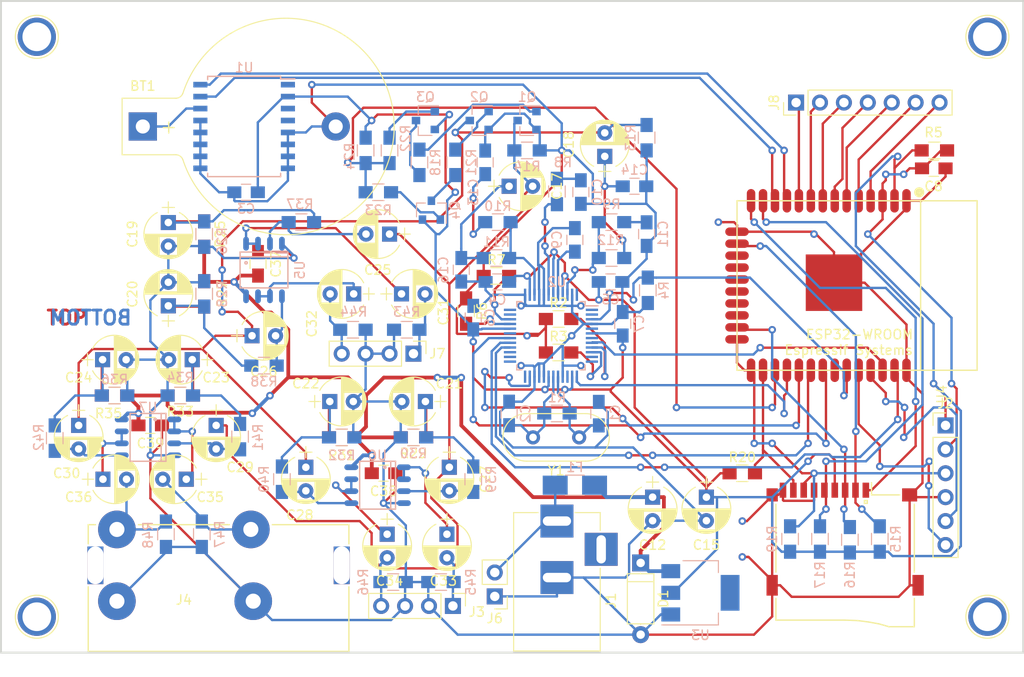
<source format=kicad_pcb>
(kicad_pcb (version 20171130) (host pcbnew 5.0.1-5.0.1)
  (layers (0 F.Cu signal) (31 B.Cu signal) (34 B.Paste user hide) (35 F.Paste user hide) (36 B.SilkS user) (37 F.SilkS user) (38 B.Mask user) (39 F.Mask user) (44 Edge.Cuts user))
  (net 0 "")
  (net 1 "Net-(BT1-Pad1)")
  (net 2 GND)
  (net 3 "Net-(C1-Pad1)")
  (net 4 "Net-(C2-Pad1)")
  (net 5 VDD)
  (net 6 EN)
  (net 7 "Net-(C9-Pad1)")
  (net 8 "Net-(C10-Pad2)")
  (net 9 "Net-(C11-Pad2)")
  (net 10 "Net-(C13-Pad2)")
  (net 11 "Net-(C14-Pad2)")
  (net 12 "Net-(C16-Pad2)")
  (net 13 "Net-(F1-Pad1)")
  (net 14 UART_RX)
  (net 15 UART_TX)
  (net 16 IO0)
  (net 17 CD_CMD)
  (net 18 SD_D3)
  (net 19 SD_D2)
  (net 20 SD_CLK)
  (net 21 SD_D1)
  (net 22 "Net-(Q1-Pad1)")
  (net 23 "Net-(Q2-Pad1)")
  (net 24 "Net-(Q3-Pad1)")
  (net 25 "Net-(Q3-Pad3)")
  (net 26 "Net-(Q4-Pad3)")
  (net 27 "Net-(Q4-Pad1)")
  (net 28 "Net-(R2-Pad2)")
  (net 29 "Net-(R3-Pad2)")
  (net 30 VS_XRESET)
  (net 31 "Net-(R6-Pad2)")
  (net 32 "Net-(R7-Pad2)")
  (net 33 "Net-(R8-Pad1)")
  (net 34 "Net-(R12-Pad1)")
  (net 35 "Net-(R10-Pad1)")
  (net 36 TRANSIENT_MUTE)
  (net 37 I2C_SCL)
  (net 38 I2C_SDA)
  (net 39 "Net-(U1-Pad4)")
  (net 40 "Net-(U1-Pad3)")
  (net 41 "Net-(U1-Pad1)")
  (net 42 VS_SO)
  (net 43 VS_SI)
  (net 44 VS_SCLK)
  (net 45 VS_XCS)
  (net 46 VS_XDCS)
  (net 47 VS_DREQ)
  (net 48 "Net-(U4-Pad17)")
  (net 49 "Net-(U4-Pad18)")
  (net 50 "Net-(U4-Pad19)")
  (net 51 "Net-(U4-Pad20)")
  (net 52 "Net-(U4-Pad21)")
  (net 53 "Net-(U4-Pad22)")
  (net 54 "Net-(U4-Pad32)")
  (net 55 5V)
  (net 56 OUT_R)
  (net 57 OUT_L)
  (net 58 "Net-(C19-Pad1)")
  (net 59 "Net-(C20-Pad1)")
  (net 60 "Net-(C21-Pad1)")
  (net 61 "Net-(C22-Pad1)")
  (net 62 "Net-(C23-Pad1)")
  (net 63 "Net-(C24-Pad1)")
  (net 64 "Net-(C25-Pad2)")
  (net 65 "Net-(C26-Pad2)")
  (net 66 "Net-(C27-Pad2)")
  (net 67 "Net-(C28-Pad2)")
  (net 68 "Net-(C29-Pad2)")
  (net 69 "Net-(C30-Pad2)")
  (net 70 "Net-(C31-Pad1)")
  (net 71 "Net-(C31-Pad2)")
  (net 72 "Net-(C32-Pad1)")
  (net 73 "Net-(C32-Pad2)")
  (net 74 "Net-(C33-Pad2)")
  (net 75 "Net-(C33-Pad1)")
  (net 76 "Net-(C34-Pad2)")
  (net 77 "Net-(C34-Pad1)")
  (net 78 "Net-(C35-Pad1)")
  (net 79 "Net-(C35-Pad2)")
  (net 80 "Net-(C36-Pad1)")
  (net 81 "Net-(C36-Pad2)")
  (net 82 "Net-(J8-Pad7)")
  (net 83 "Net-(J8-Pad6)")
  (net 84 "Net-(J8-Pad5)")
  (net 85 "Net-(J8-Pad4)")
  (net 86 "Net-(J8-Pad3)")
  (net 87 "Net-(J8-Pad2)")
  (net 88 "Net-(J8-Pad1)")
  (module microsd:Conn_uSDcard (layer F.Cu) (at 124.59 134.855)
    (fp_text reference J5)
    (fp_text value MICRO_SD)
    (pad 6 smd rect (at 7.75 -0.4) (size 1.2 2.2) (layers F.Cu F.Paste F.Mask) (net 2 GND))
    (pad 6 smd rect (at -7.75 -0.4) (size 1.2 2.2) (layers F.Cu F.Paste F.Mask) (net 2 GND))
    (pad 6 smd rect (at 6.85 -10) (size 1.6 1.4) (layers F.Cu F.Paste F.Mask) (net 2 GND))
    (pad 6 smd rect (at -7.75 -10) (size 1.2 1.4) (layers F.Cu F.Paste F.Mask) (net 2 GND))
    (pad 9 smd rect (at -6.6 -10.5) (size 0.7 1.6) (layers F.Cu F.Paste F.Mask) (net 2 GND))
    (pad 7 smd rect (at -4.4 -10.5) (size 0.7 1.6) (layers F.Cu F.Paste F.Mask) (net 16 IO0))
    (pad 8 smd rect (at -5.5 -10.5) (size 0.7 1.6) (layers F.Cu F.Paste F.Mask) (net 21 SD_D1))
    (pad 6 smd rect (at -3.3 -10.5) (size 0.7 1.6) (layers F.Cu F.Paste F.Mask) (net 2 GND))
    (pad 5 smd rect (at -2.2 -10.5) (size 0.7 1.6) (layers F.Cu F.Paste F.Mask) (net 20 SD_CLK))
    (pad 4 smd rect (at -1.1 -10.5) (size 0.7 1.6) (layers F.Cu F.Paste F.Mask) (net 5 VDD))
    (pad 1 smd rect (at 2.2 -10.5) (size 0.7 1.6) (layers F.Cu F.Paste F.Mask) (net 19 SD_D2))
    (pad 2 smd rect (at 1.1 -10.5) (size 0.7 1.6) (layers F.Cu F.Paste F.Mask) (net 18 SD_D3))
    (pad "" np_thru_hole circle (at 3.05 0) (size 1 1) (drill 1) (layers *.Cu))
    (pad "" np_thru_hole circle (at -4.93 0) (size 1 1) (drill 1) (layers *.Cu))
    (pad 3 smd rect (at 0 -10.5) (size 0.7 1.6) (layers F.Cu F.Paste F.Mask) (net 17 CD_CMD))
  )
  (module Housings_SOIC:SOIC-16W_7.5x10.3mm_Pitch1.27mm (layer B.Cu) (at 60.755 85.725 180)
    (fp_text reference U1 (at 0 6.25 180) (layer B.SilkS) (effects (justify mirror)))
    (fp_text value DS3231M)
    (pad 1 smd rect (at -4.65 4.445 180) (size 1.5 0.6) (layers B.Cu B.Paste B.Mask) (net 41 "Net-(U1-Pad1)"))
    (pad 2 smd rect (at -4.65 3.175 180) (size 1.5 0.6) (layers B.Cu B.Paste B.Mask) (net 5 VDD))
    (pad 3 smd rect (at -4.65 1.905 180) (size 1.5 0.6) (layers B.Cu B.Paste B.Mask) (net 40 "Net-(U1-Pad3)"))
    (pad 4 smd rect (at -4.65 0.635 180) (size 1.5 0.6) (layers B.Cu B.Paste B.Mask) (net 39 "Net-(U1-Pad4)"))
    (pad 5 smd rect (at -4.65 -0.635 180) (size 1.5 0.6) (layers B.Cu B.Paste B.Mask) (net 2 GND))
    (pad 6 smd rect (at -4.65 -1.905 180) (size 1.5 0.6) (layers B.Cu B.Paste B.Mask) (net 2 GND))
    (pad 7 smd rect (at -4.65 -3.175 180) (size 1.5 0.6) (layers B.Cu B.Paste B.Mask) (net 2 GND))
    (pad 8 smd rect (at -4.65 -4.445 180) (size 1.5 0.6) (layers B.Cu B.Paste B.Mask) (net 2 GND))
    (pad 9 smd rect (at 4.65 -4.445 180) (size 1.5 0.6) (layers B.Cu B.Paste B.Mask) (net 2 GND))
    (pad 10 smd rect (at 4.65 -3.175 180) (size 1.5 0.6) (layers B.Cu B.Paste B.Mask) (net 2 GND))
    (pad 11 smd rect (at 4.65 -1.905 180) (size 1.5 0.6) (layers B.Cu B.Paste B.Mask) (net 2 GND))
    (pad 12 smd rect (at 4.65 -0.635 180) (size 1.5 0.6) (layers B.Cu B.Paste B.Mask) (net 2 GND))
    (pad 13 smd rect (at 4.65 0.635 180) (size 1.5 0.6) (layers B.Cu B.Paste B.Mask) (net 2 GND))
    (pad 14 smd rect (at 4.65 1.905 180) (size 1.5 0.6) (layers B.Cu B.Paste B.Mask) (net 1 "Net-(BT1-Pad1)"))
    (pad 15 smd rect (at 4.65 3.175 180) (size 1.5 0.6) (layers B.Cu B.Paste B.Mask) (net 38 I2C_SDA))
    (pad 16 smd rect (at 4.65 4.445 180) (size 1.5 0.6) (layers B.Cu B.Paste B.Mask) (net 37 I2C_SCL))
  )
  (module Connectors:1pin (layer F.Cu) (at 139.7 76.2)
    (fp_text reference REF** hide)
    (fp_text value 1pin)
    (pad "" np_thru_hole circle (at 0 0) (size 4.064 4.064) (drill 3.048) (layers *.Cu *.Mask))
  )
  (module Connectors:1pin (layer F.Cu) (at 139.7 137.795)
    (fp_text reference REF** hide)
    (fp_text value 1pin)
    (pad "" np_thru_hole circle (at 0 0) (size 4.064 4.064) (drill 3.048) (layers *.Cu *.Mask))
  )
  (module TO_SOT_Packages_SMD:SOT-223 (layer B.Cu) (at 109.22 135.255)
    (fp_text reference U3 (at 0 4.5) (layer B.SilkS) (effects (justify mirror)))
    (fp_text value LM1117-3.3)
    (pad 4 smd rect (at 3.15 0) (size 2 3.8) (layers B.Cu B.Paste B.Mask))
    (pad 2 smd rect (at -3.15 0) (size 2 1.5) (layers B.Cu B.Paste B.Mask) (net 5 VDD))
    (pad 3 smd rect (at -3.15 -2.3) (size 2 1.5) (layers B.Cu B.Paste B.Mask) (net 55 5V))
    (pad 1 smd rect (at -3.15 2.3) (size 2 1.5) (layers B.Cu B.Paste B.Mask) (net 2 GND))
  )
  (module Capacitors_THT:CP_Radial_D5.0mm_P2.50mm (layer F.Cu) (at 75.946 129.032 270)
    (fp_text reference C34 (at 4.953 -0.254) (layer F.SilkS))
    (fp_text value 10.0)
    (pad 1 thru_hole rect (at 0 0 270) (size 1.6 1.6) (drill 0.8) (layers *.Cu *.Mask) (net 77 "Net-(C34-Pad1)"))
    (pad 2 thru_hole circle (at 2.5 0 270) (size 1.6 1.6) (drill 0.8) (layers *.Cu *.Mask) (net 76 "Net-(C34-Pad2)"))
  )
  (module Capacitors_SMD:C_0805_HandSoldering (layer B.Cu) (at 95.885 97.77 90)
    (fp_text reference C9 (at 0.02 -1.905 90) (layer B.SilkS) (effects (justify mirror)))
    (fp_text value 100n)
    (pad 1 smd rect (at -1.25 0 90) (size 1.5 1.25) (layers B.Cu B.Paste B.Mask) (net 7 "Net-(C9-Pad1)"))
    (pad 2 smd rect (at 1.25 0 90) (size 1.5 1.25) (layers B.Cu B.Paste B.Mask) (net 2 GND))
  )
  (module Capacitors_SMD:C_0805_HandSoldering (layer B.Cu) (at 99.675 102.235)
    (fp_text reference C5 (at 0 1.865) (layer B.SilkS) (effects (justify mirror)))
    (fp_text value 100n)
    (pad 1 smd rect (at -1.25 0) (size 1.5 1.25) (layers B.Cu B.Paste B.Mask) (net 5 VDD))
    (pad 2 smd rect (at 1.25 0) (size 1.5 1.25) (layers B.Cu B.Paste B.Mask) (net 2 GND))
  )
  (module Power_Integrations:SO-8 (layer B.Cu) (at 62.865 100.965)
    (fp_text reference U5 (at 3.81 0 90) (layer B.SilkS) (effects (justify mirror)))
    (fp_text value RC4558)
    (pad 1 smd oval (at -1.905 -2.794) (size 0.6096 1.4732) (layers B.Cu B.Paste B.Mask) (net 70 "Net-(C31-Pad1)"))
    (pad 2 smd oval (at -0.635 -2.794) (size 0.6096 1.4732) (layers B.Cu B.Paste B.Mask) (net 70 "Net-(C31-Pad1)"))
    (pad 3 smd oval (at 0.635 -2.794) (size 0.6096 1.4732) (layers B.Cu B.Paste B.Mask) (net 64 "Net-(C25-Pad2)"))
    (pad 4 smd oval (at 1.905 -2.794) (size 0.6096 1.4732) (layers B.Cu B.Paste B.Mask) (net 2 GND))
    (pad 5 smd oval (at 1.905 2.794) (size 0.6096 1.4732) (layers B.Cu B.Paste B.Mask) (net 65 "Net-(C26-Pad2)"))
    (pad 6 smd oval (at 0.635 2.794) (size 0.6096 1.4732) (layers B.Cu B.Paste B.Mask) (net 72 "Net-(C32-Pad1)"))
    (pad 7 smd oval (at -0.635 2.794) (size 0.6096 1.4732) (layers B.Cu B.Paste B.Mask) (net 72 "Net-(C32-Pad1)"))
    (pad 8 smd oval (at -1.905 2.794) (size 0.6096 1.4732) (layers B.Cu B.Paste B.Mask) (net 55 5V))
  )
  (module Connectors:1pin (layer F.Cu) (at 38.735 76.2)
    (fp_text reference REF** hide)
    (fp_text value 1pin)
    (pad "" np_thru_hole circle (at 0 0) (size 4.064 4.064) (drill 3.048) (layers *.Cu *.Mask))
  )
  (module Resistors_SMD:R_0805_HandSoldering (layer B.Cu) (at 66.835 95.885 180)
    (fp_text reference R37 (at 0.16 1.905) (layer B.SilkS) (effects (justify mirror)))
    (fp_text value 10k)
    (pad 1 smd rect (at -1.35 0 180) (size 1.5 1.3) (layers B.Cu B.Paste B.Mask) (net 58 "Net-(C19-Pad1)"))
    (pad 2 smd rect (at 1.35 0 180) (size 1.5 1.3) (layers B.Cu B.Paste B.Mask) (net 64 "Net-(C25-Pad2)"))
  )
  (module Resistors_SMD:R_0805_HandSoldering (layer B.Cu) (at 60.325 118.665 270)
    (fp_text reference R41 (at 0.08 -1.905 90) (layer B.SilkS) (effects (justify mirror)))
    (fp_text value 10k)
    (pad 1 smd rect (at -1.35 0 270) (size 1.5 1.3) (layers B.Cu B.Paste B.Mask) (net 62 "Net-(C23-Pad1)"))
    (pad 2 smd rect (at 1.35 0 270) (size 1.5 1.3) (layers B.Cu B.Paste B.Mask) (net 68 "Net-(C29-Pad2)"))
  )
  (module Battery_Holders:Keystone_103_1x20mm-CoinCell (layer F.Cu) (at 49.995 85.725)
    (fp_text reference BT1 (at 0 -4.3) (layer F.SilkS))
    (fp_text value CR2032)
    (fp_text user + (at 2.75 0) (layer F.SilkS) (effects (font (size 1.5 1.5))))
    (pad 2 thru_hole circle (at 20.49 0) (size 3 3) (drill 1.5) (layers *.Cu *.Mask) (net 2 GND))
    (pad 1 thru_hole rect (at 0 0) (size 3 3) (drill 1.5) (layers *.Cu *.Mask) (net 1 "Net-(BT1-Pad1)"))
  )
  (module Capacitors_SMD:C_0805_HandSoldering (layer B.Cu) (at 98.425 116.225 90)
    (fp_text reference C1 (at 0 1.75 90) (layer B.SilkS) (effects (justify mirror)))
    (fp_text value 33pF)
    (pad 1 smd rect (at -1.25 0 90) (size 1.5 1.25) (layers B.Cu B.Paste B.Mask) (net 3 "Net-(C1-Pad1)"))
    (pad 2 smd rect (at 1.25 0 90) (size 1.5 1.25) (layers B.Cu B.Paste B.Mask) (net 2 GND))
  )
  (module Capacitors_SMD:C_0805_HandSoldering (layer B.Cu) (at 88.9 116.205 90)
    (fp_text reference C2 (at 0 1.75 90) (layer B.SilkS) (effects (justify mirror)))
    (fp_text value 33pF)
    (pad 1 smd rect (at -1.25 0 90) (size 1.5 1.25) (layers B.Cu B.Paste B.Mask) (net 4 "Net-(C2-Pad1)"))
    (pad 2 smd rect (at 1.25 0 90) (size 1.5 1.25) (layers B.Cu B.Paste B.Mask) (net 2 GND))
  )
  (module Capacitors_SMD:C_0805_HandSoldering (layer B.Cu) (at 60.96 92.71)
    (fp_text reference C3 (at 0 1.75) (layer B.SilkS) (effects (justify mirror)))
    (fp_text value 100n)
    (pad 1 smd rect (at -1.25 0) (size 1.5 1.25) (layers B.Cu B.Paste B.Mask) (net 2 GND))
    (pad 2 smd rect (at 1.25 0) (size 1.5 1.25) (layers B.Cu B.Paste B.Mask) (net 5 VDD))
  )
  (module Capacitors_SMD:C_0805_HandSoldering (layer B.Cu) (at 87.65 102.235 180)
    (fp_text reference C4 (at 0.02 -1.905 180) (layer B.SilkS) (effects (justify mirror)))
    (fp_text value 100n)
    (pad 1 smd rect (at -1.25 0 180) (size 1.5 1.25) (layers B.Cu B.Paste B.Mask) (net 5 VDD))
    (pad 2 smd rect (at 1.25 0 180) (size 1.5 1.25) (layers B.Cu B.Paste B.Mask) (net 2 GND))
  )
  (module Capacitors_SMD:C_0805_HandSoldering (layer B.Cu) (at 85.09 106.025 90)
    (fp_text reference C6 (at 0 1.75 90) (layer B.SilkS) (effects (justify mirror)))
    (fp_text value 100n)
    (pad 1 smd rect (at -1.25 0 90) (size 1.5 1.25) (layers B.Cu B.Paste B.Mask) (net 5 VDD))
    (pad 2 smd rect (at 1.25 0 90) (size 1.5 1.25) (layers B.Cu B.Paste B.Mask) (net 2 GND))
  )
  (module Capacitors_SMD:C_0805_HandSoldering (layer B.Cu) (at 100.965 106.68 90)
    (fp_text reference C7 (at 0 1.75 90) (layer B.SilkS) (effects (justify mirror)))
    (fp_text value 100n)
    (pad 1 smd rect (at -1.25 0 90) (size 1.5 1.25) (layers B.Cu B.Paste B.Mask) (net 5 VDD))
    (pad 2 smd rect (at 1.25 0 90) (size 1.5 1.25) (layers B.Cu B.Paste B.Mask) (net 2 GND))
  )
  (module Capacitors_SMD:C_0805_HandSoldering (layer F.Cu) (at 134.005 90.17 180)
    (fp_text reference C8 (at 0.02 -1.905 180) (layer F.SilkS))
    (fp_text value 100n)
    (pad 1 smd rect (at -1.25 0 180) (size 1.5 1.25) (layers F.Cu F.Paste F.Mask) (net 2 GND))
    (pad 2 smd rect (at 1.25 0 180) (size 1.5 1.25) (layers F.Cu F.Paste F.Mask) (net 6 EN))
  )
  (module Capacitors_SMD:C_0805_HandSoldering (layer B.Cu) (at 96.52 92.69 90)
    (fp_text reference C10 (at 0 1.75 90) (layer B.SilkS) (effects (justify mirror)))
    (fp_text value 47n)
    (pad 1 smd rect (at -1.25 0 90) (size 1.5 1.25) (layers B.Cu B.Paste B.Mask) (net 2 GND))
    (pad 2 smd rect (at 1.25 0 90) (size 1.5 1.25) (layers B.Cu B.Paste B.Mask) (net 8 "Net-(C10-Pad2)"))
  )
  (module Capacitors_SMD:C_0805_HandSoldering (layer B.Cu) (at 103.505 97.155 90)
    (fp_text reference C11 (at 0 1.75 90) (layer B.SilkS) (effects (justify mirror)))
    (fp_text value 10n)
    (pad 1 smd rect (at -1.25 0 90) (size 1.5 1.25) (layers B.Cu B.Paste B.Mask) (net 2 GND))
    (pad 2 smd rect (at 1.25 0 90) (size 1.5 1.25) (layers B.Cu B.Paste B.Mask) (net 9 "Net-(C11-Pad2)"))
  )
  (module Capacitors_THT:CP_Radial_D5.0mm_P2.50mm (layer F.Cu) (at 104.14 125.095 270)
    (fp_text reference C12 (at 5.08 0) (layer F.SilkS))
    (fp_text value 10.0)
    (pad 1 thru_hole rect (at 0 0 270) (size 1.6 1.6) (drill 0.8) (layers *.Cu *.Mask) (net 55 5V))
    (pad 2 thru_hole circle (at 2.5 0 270) (size 1.6 1.6) (drill 0.8) (layers *.Cu *.Mask) (net 2 GND))
  )
  (module Capacitors_SMD:C_0805_HandSoldering (layer B.Cu) (at 86.36 89.535 270)
    (fp_text reference C13 (at 3.175 1.27 270) (layer B.SilkS) (effects (justify mirror)))
    (fp_text value 10n)
    (pad 1 smd rect (at -1.25 0 270) (size 1.5 1.25) (layers B.Cu B.Paste B.Mask) (net 2 GND))
    (pad 2 smd rect (at 1.25 0 270) (size 1.5 1.25) (layers B.Cu B.Paste B.Mask) (net 10 "Net-(C13-Pad2)"))
  )
  (module Capacitors_SMD:C_0805_HandSoldering (layer B.Cu) (at 102.215 92.075 180)
    (fp_text reference C14 (at 0 1.75 180) (layer B.SilkS) (effects (justify mirror)))
    (fp_text value 3n3)
    (pad 1 smd rect (at -1.25 0 180) (size 1.5 1.25) (layers B.Cu B.Paste B.Mask) (net 2 GND))
    (pad 2 smd rect (at 1.25 0 180) (size 1.5 1.25) (layers B.Cu B.Paste B.Mask) (net 11 "Net-(C14-Pad2)"))
  )
  (module Capacitors_THT:CP_Radial_D5.0mm_P2.50mm (layer F.Cu) (at 109.855 125.095 270)
    (fp_text reference C15 (at 5.08 0) (layer F.SilkS))
    (fp_text value 10.0)
    (pad 1 thru_hole rect (at 0 0 270) (size 1.6 1.6) (drill 0.8) (layers *.Cu *.Mask) (net 5 VDD))
    (pad 2 thru_hole circle (at 2.5 0 270) (size 1.6 1.6) (drill 0.8) (layers *.Cu *.Mask) (net 2 GND))
  )
  (module Capacitors_SMD:C_0805_HandSoldering (layer B.Cu) (at 83.82 100.945 90)
    (fp_text reference C16 (at -0.02 -1.905 90) (layer B.SilkS) (effects (justify mirror)))
    (fp_text value 3n3)
    (pad 1 smd rect (at -1.25 0 90) (size 1.5 1.25) (layers B.Cu B.Paste B.Mask) (net 2 GND))
    (pad 2 smd rect (at 1.25 0 90) (size 1.5 1.25) (layers B.Cu B.Paste B.Mask) (net 12 "Net-(C16-Pad2)"))
  )
  (module Capacitors_THT:CP_Radial_D5.0mm_P2.50mm (layer F.Cu) (at 88.9 92.075)
    (fp_text reference C17 (at 5.08 0 90) (layer F.SilkS))
    (fp_text value 10.0)
    (pad 1 thru_hole rect (at 0 0) (size 1.6 1.6) (drill 0.8) (layers *.Cu *.Mask) (net 12 "Net-(C16-Pad2)"))
    (pad 2 thru_hole circle (at 2.5 0) (size 1.6 1.6) (drill 0.8) (layers *.Cu *.Mask) (net 56 OUT_R))
  )
  (module Capacitors_THT:CP_Radial_D5.0mm_P2.50mm (layer F.Cu) (at 99.06 88.9 90)
    (fp_text reference C18 (at 1.25 -3.81 90) (layer F.SilkS))
    (fp_text value 10.0)
    (pad 1 thru_hole rect (at 0 0 90) (size 1.6 1.6) (drill 0.8) (layers *.Cu *.Mask) (net 11 "Net-(C14-Pad2)"))
    (pad 2 thru_hole circle (at 2.5 0 90) (size 1.6 1.6) (drill 0.8) (layers *.Cu *.Mask) (net 57 OUT_L))
  )
  (module Fuse_Holders_and_Fuses:Fuse_SMD1206_HandSoldering (layer B.Cu) (at 95.885 123.825)
    (fp_text reference F1 (at 0 -1.905) (layer B.SilkS) (effects (justify mirror)))
    (fp_text value Fuse)
    (pad 1 smd rect (at -2.09 0 270) (size 2.03 2.65) (layers B.Cu B.Paste B.Mask) (net 13 "Net-(F1-Pad1)"))
    (pad 2 smd rect (at 2.09 0 270) (size 2.03 2.65) (layers B.Cu B.Paste B.Mask) (net 55 5V))
  )
  (module Connectors:BARREL_JACK (layer F.Cu) (at 93.98 127.635 90)
    (fp_text reference J1 (at -8.45 5.75 270) (layer F.SilkS))
    (fp_text value POWER)
    (pad 1 thru_hole rect (at 0 0 90) (size 3.5 3.5) (drill oval 1 3) (layers *.Cu *.Mask) (net 13 "Net-(F1-Pad1)"))
    (pad 2 thru_hole rect (at -6 0 90) (size 3.5 3.5) (drill oval 1 3) (layers *.Cu *.Mask) (net 2 GND))
    (pad 3 thru_hole rect (at -3 4.7 90) (size 3.5 3.5) (drill oval 3 1) (layers *.Cu *.Mask))
  )
  (module Pin_Headers:Pin_Header_Straight_1x06_Pitch2.54mm (layer F.Cu) (at 135.255 117.475)
    (fp_text reference J2 (at 0 -2.33) (layer F.SilkS))
    (fp_text value PROG)
    (pad 1 thru_hole rect (at 0 0) (size 1.7 1.7) (drill 1) (layers *.Cu *.Mask) (net 5 VDD))
    (pad 2 thru_hole oval (at 0 2.54) (size 1.7 1.7) (drill 1) (layers *.Cu *.Mask) (net 6 EN))
    (pad 3 thru_hole oval (at 0 5.08) (size 1.7 1.7) (drill 1) (layers *.Cu *.Mask) (net 16 IO0))
    (pad 4 thru_hole oval (at 0 7.62) (size 1.7 1.7) (drill 1) (layers *.Cu *.Mask) (net 2 GND))
    (pad 5 thru_hole oval (at 0 10.16) (size 1.7 1.7) (drill 1) (layers *.Cu *.Mask) (net 15 UART_TX))
    (pad 6 thru_hole oval (at 0 12.7) (size 1.7 1.7) (drill 1) (layers *.Cu *.Mask) (net 14 UART_RX))
  )
  (module Pin_Headers:Pin_Header_Straight_1x04_Pitch2.54mm (layer F.Cu) (at 82.931 136.652 270)
    (fp_text reference J3 (at 0.635 -2.54) (layer F.SilkS))
    (fp_text value LINE_OUT_INT_1)
    (pad 1 thru_hole rect (at 0 0 270) (size 1.7 1.7) (drill 1) (layers *.Cu *.Mask) (net 74 "Net-(C33-Pad2)"))
    (pad 2 thru_hole oval (at 0 2.54 270) (size 1.7 1.7) (drill 1) (layers *.Cu *.Mask) (net 2 GND))
    (pad 3 thru_hole oval (at 0 5.08 270) (size 1.7 1.7) (drill 1) (layers *.Cu *.Mask) (net 2 GND))
    (pad 4 thru_hole oval (at 0 7.62 270) (size 1.7 1.7) (drill 1) (layers *.Cu *.Mask) (net 76 "Net-(C34-Pad2)"))
  )
  (module microsd:2RCA (layer F.Cu) (at 44.196 141.478)
    (fp_text reference J4 (at 10.16 -5.461) (layer F.SilkS))
    (fp_text value LINE_OUT)
    (pad 3 thru_hole circle (at 17.526 -5.334) (size 4 4) (drill 1.6) (layers *.Cu *.Mask) (net 2 GND))
    (pad 2 thru_hole circle (at 3.048 -12.954) (size 4 4) (drill 1.6) (layers *.Cu *.Mask) (net 81 "Net-(C36-Pad2)"))
    (pad 1 thru_hole circle (at 17.272 -12.954) (size 4 4) (drill 1.6) (layers *.Cu *.Mask) (net 79 "Net-(C35-Pad2)"))
    (pad 3 thru_hole circle (at 3.048 -5.334) (size 4 4) (drill 1.6) (layers *.Cu *.Mask) (net 2 GND))
    (pad "" np_thru_hole rect (at 0.762 -9.144) (size 1.7 4) (drill oval 1.7 4) (layers *.Cu *.Mask))
    (pad "" np_thru_hole rect (at 26.924 -9.144) (size 1.7 4) (drill oval 1.7 4) (layers *.Cu *.Mask))
  )
  (module TO_SOT_Packages_SMD:SOT-23 (layer B.Cu) (at 90.805 85.09 180)
    (fp_text reference Q1 (at 0 2.5 180) (layer B.SilkS) (effects (justify mirror)))
    (fp_text value BC848)
    (pad 1 smd rect (at -1 0.95 180) (size 0.9 0.8) (layers B.Cu B.Paste B.Mask) (net 22 "Net-(Q1-Pad1)"))
    (pad 2 smd rect (at -1 -0.95 180) (size 0.9 0.8) (layers B.Cu B.Paste B.Mask) (net 2 GND))
    (pad 3 smd rect (at 1 0 180) (size 0.9 0.8) (layers B.Cu B.Paste B.Mask) (net 56 OUT_R))
  )
  (module TO_SOT_Packages_SMD:SOT-23 (layer B.Cu) (at 85.725 85.09 180)
    (fp_text reference Q2 (at 0 2.5 180) (layer B.SilkS) (effects (justify mirror)))
    (fp_text value BC848)
    (pad 1 smd rect (at -1 0.95 180) (size 0.9 0.8) (layers B.Cu B.Paste B.Mask) (net 23 "Net-(Q2-Pad1)"))
    (pad 2 smd rect (at -1 -0.95 180) (size 0.9 0.8) (layers B.Cu B.Paste B.Mask) (net 2 GND))
    (pad 3 smd rect (at 1 0 180) (size 0.9 0.8) (layers B.Cu B.Paste B.Mask) (net 57 OUT_L))
  )
  (module TO_SOT_Packages_SMD:SOT-23 (layer B.Cu) (at 80.01 85.09 180)
    (fp_text reference Q3 (at 0 2.5 180) (layer B.SilkS) (effects (justify mirror)))
    (fp_text value BC858)
    (pad 1 smd rect (at -1 0.95 180) (size 0.9 0.8) (layers B.Cu B.Paste B.Mask) (net 24 "Net-(Q3-Pad1)"))
    (pad 2 smd rect (at -1 -0.95 180) (size 0.9 0.8) (layers B.Cu B.Paste B.Mask) (net 5 VDD))
    (pad 3 smd rect (at 1 0 180) (size 0.9 0.8) (layers B.Cu B.Paste B.Mask) (net 25 "Net-(Q3-Pad3)"))
  )
  (module TO_SOT_Packages_SMD:SOT-23 (layer B.Cu) (at 80.645 94.615 90)
    (fp_text reference Q4 (at 0 2.5 90) (layer B.SilkS) (effects (justify mirror)))
    (fp_text value BC858)
    (pad 1 smd rect (at -1 0.95 90) (size 0.9 0.8) (layers B.Cu B.Paste B.Mask) (net 27 "Net-(Q4-Pad1)"))
    (pad 2 smd rect (at -1 -0.95 90) (size 0.9 0.8) (layers B.Cu B.Paste B.Mask) (net 5 VDD))
    (pad 3 smd rect (at 1 0 90) (size 0.9 0.8) (layers B.Cu B.Paste B.Mask) (net 26 "Net-(Q4-Pad3)"))
  )
  (module Resistors_SMD:R_0805_HandSoldering (layer B.Cu) (at 93.98 116.205 180)
    (fp_text reference R1 (at 0 1.7 180) (layer B.SilkS) (effects (justify mirror)))
    (fp_text value 1M)
    (pad 1 smd rect (at -1.35 0 180) (size 1.5 1.3) (layers B.Cu B.Paste B.Mask) (net 3 "Net-(C1-Pad1)"))
    (pad 2 smd rect (at 1.35 0 180) (size 1.5 1.3) (layers B.Cu B.Paste B.Mask) (net 4 "Net-(C2-Pad1)"))
  )
  (module Resistors_SMD:R_0805_HandSoldering (layer F.Cu) (at 94.154 106.172)
    (fp_text reference R2 (at 0 -1.7) (layer F.SilkS))
    (fp_text value 100k)
    (pad 1 smd rect (at -1.35 0) (size 1.5 1.3) (layers F.Cu F.Paste F.Mask) (net 2 GND))
    (pad 2 smd rect (at 1.35 0) (size 1.5 1.3) (layers F.Cu F.Paste F.Mask) (net 28 "Net-(R2-Pad2)"))
  )
  (module Resistors_SMD:R_0805_HandSoldering (layer F.Cu) (at 94.154 109.728)
    (fp_text reference R3 (at 0 -1.7) (layer F.SilkS))
    (fp_text value 100k)
    (pad 1 smd rect (at -1.35 0) (size 1.5 1.3) (layers F.Cu F.Paste F.Mask) (net 2 GND))
    (pad 2 smd rect (at 1.35 0) (size 1.5 1.3) (layers F.Cu F.Paste F.Mask) (net 29 "Net-(R3-Pad2)"))
  )
  (module Resistors_SMD:R_0805_HandSoldering (layer B.Cu) (at 103.632 103.124 90)
    (fp_text reference R4 (at 0 1.7 90) (layer B.SilkS) (effects (justify mirror)))
    (fp_text value 100k)
    (pad 1 smd rect (at -1.35 0 90) (size 1.5 1.3) (layers B.Cu B.Paste B.Mask) (net 2 GND))
    (pad 2 smd rect (at 1.35 0 90) (size 1.5 1.3) (layers B.Cu B.Paste B.Mask) (net 30 VS_XRESET))
  )
  (module Resistors_SMD:R_0805_HandSoldering (layer F.Cu) (at 134.065 88.265)
    (fp_text reference R5 (at -0.08 -1.905) (layer F.SilkS))
    (fp_text value 10k)
    (pad 1 smd rect (at -1.35 0) (size 1.5 1.3) (layers F.Cu F.Paste F.Mask) (net 5 VDD))
    (pad 2 smd rect (at 1.35 0) (size 1.5 1.3) (layers F.Cu F.Paste F.Mask) (net 6 EN))
  )
  (module Resistors_SMD:R_0805_HandSoldering (layer F.Cu) (at 84.328 105.33 270)
    (fp_text reference R6 (at 0 -1.7 270) (layer F.SilkS))
    (fp_text value 100k)
    (pad 1 smd rect (at -1.35 0 270) (size 1.5 1.3) (layers F.Cu F.Paste F.Mask) (net 2 GND))
    (pad 2 smd rect (at 1.35 0 270) (size 1.5 1.3) (layers F.Cu F.Paste F.Mask) (net 31 "Net-(R6-Pad2)"))
  )
  (module Resistors_SMD:R_0805_HandSoldering (layer F.Cu) (at 87.55 101.6)
    (fp_text reference R7 (at 0 -1.7) (layer F.SilkS))
    (fp_text value 100k)
    (pad 1 smd rect (at -1.35 0) (size 1.5 1.3) (layers F.Cu F.Paste F.Mask) (net 2 GND))
    (pad 2 smd rect (at 1.35 0) (size 1.5 1.3) (layers F.Cu F.Paste F.Mask) (net 32 "Net-(R7-Pad2)"))
  )
  (module Resistors_SMD:R_0805_HandSoldering (layer B.Cu) (at 93.98 92.63 90)
    (fp_text reference R8 (at 3.095 0.635 180) (layer B.SilkS) (effects (justify mirror)))
    (fp_text value 10)
    (pad 1 smd rect (at -1.35 0 90) (size 1.5 1.3) (layers B.Cu B.Paste B.Mask) (net 33 "Net-(R8-Pad1)"))
    (pad 2 smd rect (at 1.35 0 90) (size 1.5 1.3) (layers B.Cu B.Paste B.Mask) (net 8 "Net-(C10-Pad2)"))
  )
  (module Resistors_SMD:R_0805_HandSoldering (layer B.Cu) (at 99.775 95.885)
    (fp_text reference R9 (at 0 -1.905) (layer B.SilkS) (effects (justify mirror)))
    (fp_text value 20)
    (pad 1 smd rect (at -1.35 0) (size 1.5 1.3) (layers B.Cu B.Paste B.Mask) (net 34 "Net-(R12-Pad1)"))
    (pad 2 smd rect (at 1.35 0) (size 1.5 1.3) (layers B.Cu B.Paste B.Mask) (net 9 "Net-(C11-Pad2)"))
  )
  (module Resistors_SMD:R_0805_HandSoldering (layer B.Cu) (at 87.71 95.885 180)
    (fp_text reference R10 (at 0 1.7 180) (layer B.SilkS) (effects (justify mirror)))
    (fp_text value 20)
    (pad 1 smd rect (at -1.35 0 180) (size 1.5 1.3) (layers B.Cu B.Paste B.Mask) (net 35 "Net-(R10-Pad1)"))
    (pad 2 smd rect (at 1.35 0 180) (size 1.5 1.3) (layers B.Cu B.Paste B.Mask) (net 10 "Net-(C13-Pad2)"))
  )
  (module Resistors_SMD:R_0805_HandSoldering (layer B.Cu) (at 87.55 99.695 180)
    (fp_text reference R11 (at 0 1.7 180) (layer B.SilkS) (effects (justify mirror)))
    (fp_text value 470)
    (pad 1 smd rect (at -1.35 0 180) (size 1.5 1.3) (layers B.Cu B.Paste B.Mask) (net 35 "Net-(R10-Pad1)"))
    (pad 2 smd rect (at 1.35 0 180) (size 1.5 1.3) (layers B.Cu B.Paste B.Mask) (net 12 "Net-(C16-Pad2)"))
  )
  (module Resistors_SMD:R_0805_HandSoldering (layer B.Cu) (at 99.775 99.695)
    (fp_text reference R12 (at -0.08 -1.905) (layer B.SilkS) (effects (justify mirror)))
    (fp_text value 470)
    (pad 1 smd rect (at -1.35 0) (size 1.5 1.3) (layers B.Cu B.Paste B.Mask) (net 34 "Net-(R12-Pad1)"))
    (pad 2 smd rect (at 1.35 0) (size 1.5 1.3) (layers B.Cu B.Paste B.Mask) (net 11 "Net-(C14-Pad2)"))
  )
  (module Resistors_SMD:R_0805_HandSoldering (layer B.Cu) (at 103.505 86.915 270)
    (fp_text reference R13 (at 0 1.7 270) (layer B.SilkS) (effects (justify mirror)))
    (fp_text value 10k)
    (pad 1 smd rect (at -1.35 0 270) (size 1.5 1.3) (layers B.Cu B.Paste B.Mask) (net 57 OUT_L))
    (pad 2 smd rect (at 1.35 0 270) (size 1.5 1.3) (layers B.Cu B.Paste B.Mask) (net 2 GND))
  )
  (module Resistors_SMD:R_0805_HandSoldering (layer B.Cu) (at 90.805 88.265)
    (fp_text reference R14 (at 0 1.7) (layer B.SilkS) (effects (justify mirror)))
    (fp_text value 10k)
    (pad 1 smd rect (at -1.35 0) (size 1.5 1.3) (layers B.Cu B.Paste B.Mask) (net 56 OUT_R))
    (pad 2 smd rect (at 1.35 0) (size 1.5 1.3) (layers B.Cu B.Paste B.Mask) (net 2 GND))
  )
  (module Resistors_SMD:R_0805_HandSoldering (layer B.Cu) (at 128.27 129.54 90)
    (fp_text reference R15 (at 0 1.7 90) (layer B.SilkS) (effects (justify mirror)))
    (fp_text value 10k)
    (pad 1 smd rect (at -1.35 0 90) (size 1.5 1.3) (layers B.Cu B.Paste B.Mask) (net 5 VDD))
    (pad 2 smd rect (at 1.35 0 90) (size 1.5 1.3) (layers B.Cu B.Paste B.Mask) (net 18 SD_D3))
  )
  (module Resistors_SMD:R_0805_HandSoldering (layer B.Cu) (at 125.095 129.62 90)
    (fp_text reference R16 (at -3.73 0 90) (layer B.SilkS) (effects (justify mirror)))
    (fp_text value 10k)
    (pad 1 smd rect (at -1.35 0 90) (size 1.5 1.3) (layers B.Cu B.Paste B.Mask) (net 5 VDD))
    (pad 2 smd rect (at 1.35 0 90) (size 1.5 1.3) (layers B.Cu B.Paste B.Mask) (net 17 CD_CMD))
  )
  (module Resistors_SMD:R_0805_HandSoldering (layer B.Cu) (at 121.92 129.54 90)
    (fp_text reference R17 (at -3.81 0 90) (layer B.SilkS) (effects (justify mirror)))
    (fp_text value 10k)
    (pad 1 smd rect (at -1.35 0 90) (size 1.5 1.3) (layers B.Cu B.Paste B.Mask) (net 5 VDD))
    (pad 2 smd rect (at 1.35 0 90) (size 1.5 1.3) (layers B.Cu B.Paste B.Mask) (net 20 SD_CLK))
  )
  (module Resistors_SMD:R_0805_HandSoldering (layer B.Cu) (at 79.375 89.535 90)
    (fp_text reference R18 (at 0 1.7 90) (layer B.SilkS) (effects (justify mirror)))
    (fp_text value 10k)
    (pad 1 smd rect (at -1.35 0 90) (size 1.5 1.3) (layers B.Cu B.Paste B.Mask) (net 25 "Net-(Q3-Pad3)"))
    (pad 2 smd rect (at 1.35 0 90) (size 1.5 1.3) (layers B.Cu B.Paste B.Mask) (net 22 "Net-(Q1-Pad1)"))
  )
  (module Resistors_SMD:R_0805_HandSoldering (layer B.Cu) (at 118.745 129.54 90)
    (fp_text reference R19 (at 0 -1.905 90) (layer B.SilkS) (effects (justify mirror)))
    (fp_text value 10k)
    (pad 1 smd rect (at -1.35 0 90) (size 1.5 1.3) (layers B.Cu B.Paste B.Mask) (net 5 VDD))
    (pad 2 smd rect (at 1.35 0 90) (size 1.5 1.3) (layers B.Cu B.Paste B.Mask) (net 16 IO0))
  )
  (module Resistors_SMD:R_0805_HandSoldering (layer F.Cu) (at 113.665 122.555)
    (fp_text reference R20 (at 0 -1.7) (layer F.SilkS))
    (fp_text value 10k)
    (pad 1 smd rect (at -1.35 0) (size 1.5 1.3) (layers F.Cu F.Paste F.Mask) (net 5 VDD))
    (pad 2 smd rect (at 1.35 0) (size 1.5 1.3) (layers F.Cu F.Paste F.Mask) (net 21 SD_D1))
  )
  (module Resistors_SMD:R_0805_HandSoldering (layer B.Cu) (at 83.185 89.535 90)
    (fp_text reference R21 (at 0 1.7 90) (layer B.SilkS) (effects (justify mirror)))
    (fp_text value 10k)
    (pad 1 smd rect (at -1.35 0 90) (size 1.5 1.3) (layers B.Cu B.Paste B.Mask) (net 26 "Net-(Q4-Pad3)"))
    (pad 2 smd rect (at 1.35 0 90) (size 1.5 1.3) (layers B.Cu B.Paste B.Mask) (net 23 "Net-(Q2-Pad1)"))
  )
  (module Resistors_SMD:R_0805_HandSoldering (layer B.Cu) (at 76.2 88.265 90)
    (fp_text reference R22 (at 1.27 1.7 90) (layer B.SilkS) (effects (justify mirror)))
    (fp_text value 10k)
    (pad 1 smd rect (at -1.35 0 90) (size 1.5 1.3) (layers B.Cu B.Paste B.Mask) (net 36 TRANSIENT_MUTE))
    (pad 2 smd rect (at 1.35 0 90) (size 1.5 1.3) (layers B.Cu B.Paste B.Mask) (net 24 "Net-(Q3-Pad1)"))
  )
  (module Resistors_SMD:R_0805_HandSoldering (layer B.Cu) (at 75.01 92.71 180)
    (fp_text reference R23 (at 0 -1.905 180) (layer B.SilkS) (effects (justify mirror)))
    (fp_text value 10k)
    (pad 1 smd rect (at -1.35 0 180) (size 1.5 1.3) (layers B.Cu B.Paste B.Mask) (net 27 "Net-(Q4-Pad1)"))
    (pad 2 smd rect (at 1.35 0 180) (size 1.5 1.3) (layers B.Cu B.Paste B.Mask) (net 36 TRANSIENT_MUTE))
  )
  (module Resistors_SMD:R_0805_HandSoldering (layer B.Cu) (at 73.66 88.265 270)
    (fp_text reference R24 (at 0.635 1.7 270) (layer B.SilkS) (effects (justify mirror)))
    (fp_text value 100k)
    (pad 1 smd rect (at -1.35 0 270) (size 1.5 1.3) (layers B.Cu B.Paste B.Mask) (net 5 VDD))
    (pad 2 smd rect (at 1.35 0 270) (size 1.5 1.3) (layers B.Cu B.Paste B.Mask) (net 36 TRANSIENT_MUTE))
  )
  (module Housings_QFP:LQFP-48_7x7mm_Pitch0.5mm (layer B.Cu) (at 93.345 107.95 180)
    (fp_text reference U2 (at -0.635 5.715 180) (layer B.SilkS) (effects (justify mirror)))
    (fp_text value VS1011E)
    (pad 1 smd rect (at -4.35 2.75 180) (size 1.3 0.25) (layers B.Cu B.Paste B.Mask))
    (pad 2 smd rect (at -4.35 2.25 180) (size 1.3 0.25) (layers B.Cu B.Paste B.Mask))
    (pad 3 smd rect (at -4.35 1.75 180) (size 1.3 0.25) (layers B.Cu B.Paste B.Mask) (net 30 VS_XRESET))
    (pad 4 smd rect (at -4.35 1.25 180) (size 1.3 0.25) (layers B.Cu B.Paste B.Mask) (net 2 GND))
    (pad 5 smd rect (at -4.35 0.75 180) (size 1.3 0.25) (layers B.Cu B.Paste B.Mask))
    (pad 6 smd rect (at -4.35 0.25 180) (size 1.3 0.25) (layers B.Cu B.Paste B.Mask) (net 5 VDD))
    (pad 7 smd rect (at -4.35 -0.25 180) (size 1.3 0.25) (layers B.Cu B.Paste B.Mask))
    (pad 8 smd rect (at -4.35 -0.75 180) (size 1.3 0.25) (layers B.Cu B.Paste B.Mask) (net 47 VS_DREQ))
    (pad 9 smd rect (at -4.35 -1.25 180) (size 1.3 0.25) (layers B.Cu B.Paste B.Mask) (net 28 "Net-(R2-Pad2)"))
    (pad 10 smd rect (at -4.35 -1.75 180) (size 1.3 0.25) (layers B.Cu B.Paste B.Mask) (net 29 "Net-(R3-Pad2)"))
    (pad 11 smd rect (at -4.35 -2.25 180) (size 1.3 0.25) (layers B.Cu B.Paste B.Mask))
    (pad 12 smd rect (at -4.35 -2.75 180) (size 1.3 0.25) (layers B.Cu B.Paste B.Mask))
    (pad 13 smd rect (at -2.75 -4.35 90) (size 1.3 0.25) (layers B.Cu B.Paste B.Mask) (net 46 VS_XDCS))
    (pad 14 smd rect (at -2.25 -4.35 90) (size 1.3 0.25) (layers B.Cu B.Paste B.Mask) (net 5 VDD))
    (pad 15 smd rect (at -1.75 -4.35 90) (size 1.3 0.25) (layers B.Cu B.Paste B.Mask))
    (pad 16 smd rect (at -1.25 -4.35 90) (size 1.3 0.25) (layers B.Cu B.Paste B.Mask) (net 2 GND))
    (pad 17 smd rect (at -0.75 -4.35 90) (size 1.3 0.25) (layers B.Cu B.Paste B.Mask) (net 3 "Net-(C1-Pad1)"))
    (pad 18 smd rect (at -0.25 -4.35 90) (size 1.3 0.25) (layers B.Cu B.Paste B.Mask) (net 4 "Net-(C2-Pad1)"))
    (pad 19 smd rect (at 0.25 -4.35 90) (size 1.3 0.25) (layers B.Cu B.Paste B.Mask) (net 5 VDD))
    (pad 20 smd rect (at 0.75 -4.35 90) (size 1.3 0.25) (layers B.Cu B.Paste B.Mask) (net 2 GND))
    (pad 21 smd rect (at 1.25 -4.35 90) (size 1.3 0.25) (layers B.Cu B.Paste B.Mask) (net 2 GND))
    (pad 22 smd rect (at 1.75 -4.35 90) (size 1.3 0.25) (layers B.Cu B.Paste B.Mask) (net 2 GND))
    (pad 23 smd rect (at 2.25 -4.35 90) (size 1.3 0.25) (layers B.Cu B.Paste B.Mask) (net 45 VS_XCS))
    (pad 24 smd rect (at 2.75 -4.35 90) (size 1.3 0.25) (layers B.Cu B.Paste B.Mask))
    (pad 25 smd rect (at 4.35 -2.75 180) (size 1.3 0.25) (layers B.Cu B.Paste B.Mask))
    (pad 26 smd rect (at 4.35 -2.25 180) (size 1.3 0.25) (layers B.Cu B.Paste B.Mask))
    (pad 27 smd rect (at 4.35 -1.75 180) (size 1.3 0.25) (layers B.Cu B.Paste B.Mask))
    (pad 28 smd rect (at 4.35 -1.25 180) (size 1.3 0.25) (layers B.Cu B.Paste B.Mask) (net 44 VS_SCLK))
    (pad 29 smd rect (at 4.35 -0.75 180) (size 1.3 0.25) (layers B.Cu B.Paste B.Mask) (net 43 VS_SI))
    (pad 30 smd rect (at 4.35 -0.25 180) (size 1.3 0.25) (layers B.Cu B.Paste B.Mask) (net 42 VS_SO))
    (pad 31 smd rect (at 4.35 0.25 180) (size 1.3 0.25) (layers B.Cu B.Paste B.Mask))
    (pad 32 smd rect (at 4.35 0.75 180) (size 1.3 0.25) (layers B.Cu B.Paste B.Mask) (net 5 VDD))
    (pad 33 smd rect (at 4.35 1.25 180) (size 1.3 0.25) (layers B.Cu B.Paste B.Mask) (net 31 "Net-(R6-Pad2)"))
    (pad 34 smd rect (at 4.35 1.75 180) (size 1.3 0.25) (layers B.Cu B.Paste B.Mask) (net 32 "Net-(R7-Pad2)"))
    (pad 35 smd rect (at 4.35 2.25 180) (size 1.3 0.25) (layers B.Cu B.Paste B.Mask))
    (pad 36 smd rect (at 4.35 2.75 180) (size 1.3 0.25) (layers B.Cu B.Paste B.Mask))
    (pad 37 smd rect (at 2.75 4.35 90) (size 1.3 0.25) (layers B.Cu B.Paste B.Mask) (net 2 GND))
    (pad 38 smd rect (at 2.25 4.35 90) (size 1.3 0.25) (layers B.Cu B.Paste B.Mask) (net 5 VDD))
    (pad 39 smd rect (at 1.75 4.35 90) (size 1.3 0.25) (layers B.Cu B.Paste B.Mask) (net 35 "Net-(R10-Pad1)"))
    (pad 40 smd rect (at 1.25 4.35 90) (size 1.3 0.25) (layers B.Cu B.Paste B.Mask) (net 2 GND))
    (pad 41 smd rect (at 0.75 4.35 90) (size 1.3 0.25) (layers B.Cu B.Paste B.Mask) (net 2 GND))
    (pad 42 smd rect (at 0.25 4.35 90) (size 1.3 0.25) (layers B.Cu B.Paste B.Mask) (net 33 "Net-(R8-Pad1)"))
    (pad 43 smd rect (at -0.25 4.35 90) (size 1.3 0.25) (layers B.Cu B.Paste B.Mask) (net 5 VDD))
    (pad 44 smd rect (at -0.75 4.35 90) (size 1.3 0.25) (layers B.Cu B.Paste B.Mask) (net 7 "Net-(C9-Pad1)"))
    (pad 45 smd rect (at -1.25 4.35 90) (size 1.3 0.25) (layers B.Cu B.Paste B.Mask) (net 5 VDD))
    (pad 46 smd rect (at -1.75 4.35 90) (size 1.3 0.25) (layers B.Cu B.Paste B.Mask) (net 34 "Net-(R12-Pad1)"))
    (pad 47 smd rect (at -2.25 4.35 90) (size 1.3 0.25) (layers B.Cu B.Paste B.Mask) (net 2 GND))
    (pad 48 smd rect (at -2.75 4.35 90) (size 1.3 0.25) (layers B.Cu B.Paste B.Mask))
  )
  (module microsd:ESP32-WROOM (layer F.Cu) (at 125.857 102.616 90)
    (fp_text reference U4 (at -11.557 9.017 90) (layer F.SilkS))
    (fp_text value ESP32-WROOM)
    (fp_text user "Espressif Systems" (at -6.858 -0.889 180) (layer F.SilkS))
    (fp_text user ESP32-WROOM (at -5.207 0.254 180) (layer F.SilkS))
    (pad 38 smd oval (at -9 5.25 90) (size 2.5 0.9) (layers F.Cu F.Paste F.Mask) (net 2 GND))
    (pad 37 smd oval (at -9 3.98 90) (size 2.5 0.9) (layers F.Cu F.Paste F.Mask) (net 43 VS_SI))
    (pad 36 smd oval (at -9 2.71 90) (size 2.5 0.9) (layers F.Cu F.Paste F.Mask) (net 47 VS_DREQ))
    (pad 35 smd oval (at -9 1.44 90) (size 2.5 0.9) (layers F.Cu F.Paste F.Mask) (net 15 UART_TX))
    (pad 34 smd oval (at -9 0.17 90) (size 2.5 0.9) (layers F.Cu F.Paste F.Mask) (net 14 UART_RX))
    (pad 33 smd oval (at -9 -1.1 90) (size 2.5 0.9) (layers F.Cu F.Paste F.Mask) (net 30 VS_XRESET))
    (pad 32 smd oval (at -9 -2.37 90) (size 2.5 0.9) (layers F.Cu F.Paste F.Mask) (net 54 "Net-(U4-Pad32)"))
    (pad 31 smd oval (at -9 -3.64 90) (size 2.5 0.9) (layers F.Cu F.Paste F.Mask) (net 42 VS_SO))
    (pad 30 smd oval (at -9 -4.91 90) (size 2.5 0.9) (layers F.Cu F.Paste F.Mask) (net 44 VS_SCLK))
    (pad 29 smd oval (at -9 -6.18 90) (size 2.5 0.9) (layers F.Cu F.Paste F.Mask) (net 45 VS_XCS))
    (pad 28 smd oval (at -9 -7.45 90) (size 2.5 0.9) (layers F.Cu F.Paste F.Mask) (net 46 VS_XDCS))
    (pad 27 smd oval (at -9 -8.72 90) (size 2.5 0.9) (layers F.Cu F.Paste F.Mask) (net 36 TRANSIENT_MUTE))
    (pad 26 smd oval (at -9 -9.99 90) (size 2.5 0.9) (layers F.Cu F.Paste F.Mask) (net 21 SD_D1))
    (pad 25 smd oval (at -9 -11.26 90) (size 2.5 0.9) (layers F.Cu F.Paste F.Mask) (net 16 IO0))
    (pad 24 smd oval (at -5.715 -12.75 90) (size 0.9 2.5) (layers F.Cu F.Paste F.Mask) (net 16 IO0))
    (pad 23 smd oval (at -4.445 -12.75 90) (size 0.9 2.5) (layers F.Cu F.Paste F.Mask) (net 17 CD_CMD))
    (pad 22 smd oval (at -3.175 -12.75 90) (size 0.9 2.5) (layers F.Cu F.Paste F.Mask) (net 53 "Net-(U4-Pad22)"))
    (pad 21 smd oval (at -1.905 -12.75 90) (size 0.9 2.5) (layers F.Cu F.Paste F.Mask) (net 52 "Net-(U4-Pad21)"))
    (pad 20 smd oval (at -0.635 -12.75 90) (size 0.9 2.5) (layers F.Cu F.Paste F.Mask) (net 51 "Net-(U4-Pad20)"))
    (pad 19 smd oval (at 0.635 -12.75 90) (size 0.9 2.5) (layers F.Cu F.Paste F.Mask) (net 50 "Net-(U4-Pad19)"))
    (pad 18 smd oval (at 1.905 -12.75 90) (size 0.9 2.5) (layers F.Cu F.Paste F.Mask) (net 49 "Net-(U4-Pad18)"))
    (pad 17 smd oval (at 3.175 -12.75 90) (size 0.9 2.5) (layers F.Cu F.Paste F.Mask) (net 48 "Net-(U4-Pad17)"))
    (pad 16 smd oval (at 4.445 -12.75 90) (size 0.9 2.5) (layers F.Cu F.Paste F.Mask) (net 18 SD_D3))
    (pad 15 smd oval (at 5.715 -12.75 90) (size 0.9 2.5) (layers F.Cu F.Paste F.Mask) (net 2 GND))
    (pad 14 smd oval (at 9 -11.26 90) (size 2.5 0.9) (layers F.Cu F.Paste F.Mask) (net 19 SD_D2))
    (pad 13 smd oval (at 9 -9.99 90) (size 2.5 0.9) (layers F.Cu F.Paste F.Mask) (net 20 SD_CLK))
    (pad 12 smd oval (at 9 -8.72 90) (size 2.5 0.9) (layers F.Cu F.Paste F.Mask) (net 38 I2C_SDA))
    (pad 11 smd oval (at 9 -7.45 90) (size 2.5 0.9) (layers F.Cu F.Paste F.Mask) (net 37 I2C_SCL))
    (pad 10 smd oval (at 9 -6.18 90) (size 2.5 0.9) (layers F.Cu F.Paste F.Mask) (net 88 "Net-(J8-Pad1)"))
    (pad 9 smd oval (at 9 -4.91 90) (size 2.5 0.9) (layers F.Cu F.Paste F.Mask) (net 87 "Net-(J8-Pad2)"))
    (pad 8 smd oval (at 9 -3.64 90) (size 2.5 0.9) (layers F.Cu F.Paste F.Mask) (net 86 "Net-(J8-Pad3)"))
    (pad 7 smd oval (at 9 -2.37 90) (size 2.5 0.9) (layers F.Cu F.Paste F.Mask) (net 85 "Net-(J8-Pad4)"))
    (pad 6 smd oval (at 9 -1.1 90) (size 2.5 0.9) (layers F.Cu F.Paste F.Mask) (net 84 "Net-(J8-Pad5)"))
    (pad 5 smd oval (at 9 0.17 90) (size 2.5 0.9) (layers F.Cu F.Paste F.Mask) (net 83 "Net-(J8-Pad6)"))
    (pad 4 smd oval (at 9 1.44 90) (size 2.5 0.9) (layers F.Cu F.Paste F.Mask) (net 82 "Net-(J8-Pad7)"))
    (pad 3 smd oval (at 9 2.71 90) (size 2.5 0.9) (layers F.Cu F.Paste F.Mask) (net 6 EN))
    (pad 2 smd oval (at 9 3.98 90) (size 2.5 0.9) (layers F.Cu F.Paste F.Mask) (net 5 VDD))
    (pad 1 smd oval (at 9 5.25 90) (size 2.5 0.9) (layers F.Cu F.Paste F.Mask) (net 2 GND))
    (pad 39 smd rect (at 0.3 -2.45 90) (size 6 6) (layers F.Cu F.Paste F.Mask) (net 2 GND))
  )
  (module Crystals:Crystal_HC18-U_Vertical (layer F.Cu) (at 96.34 118.745 180)
    (fp_text reference Y1 (at 2.45 -3.525 180) (layer F.SilkS))
    (fp_text value 12.288MHz)
    (pad 1 thru_hole circle (at 0 0 180) (size 1.5 1.5) (drill 0.8) (layers *.Cu *.Mask) (net 3 "Net-(C1-Pad1)"))
    (pad 2 thru_hole circle (at 4.9 0 180) (size 1.5 1.5) (drill 0.8) (layers *.Cu *.Mask) (net 4 "Net-(C2-Pad1)"))
  )
  (module Capacitors_THT:CP_Radial_D5.0mm_P2.50mm (layer F.Cu) (at 52.705 95.925 270)
    (fp_text reference C19 (at 1.23 3.81 90) (layer F.SilkS))
    (fp_text value 10.0)
    (pad 1 thru_hole rect (at 0 0 270) (size 1.6 1.6) (drill 0.8) (layers *.Cu *.Mask) (net 58 "Net-(C19-Pad1)"))
    (pad 2 thru_hole circle (at 2.5 0 270) (size 1.6 1.6) (drill 0.8) (layers *.Cu *.Mask) (net 2 GND))
  )
  (module Capacitors_THT:CP_Radial_D5.0mm_P2.50mm (layer F.Cu) (at 52.705 104.775 90)
    (fp_text reference C20 (at 1.25 -3.81 90) (layer F.SilkS))
    (fp_text value 10.0)
    (pad 1 thru_hole rect (at 0 0 90) (size 1.6 1.6) (drill 0.8) (layers *.Cu *.Mask) (net 59 "Net-(C20-Pad1)"))
    (pad 2 thru_hole circle (at 2.5 0 90) (size 1.6 1.6) (drill 0.8) (layers *.Cu *.Mask) (net 2 GND))
  )
  (module Capacitors_THT:CP_Radial_D5.0mm_P2.50mm (layer F.Cu) (at 80.01 114.935 180)
    (fp_text reference C21 (at -2.54 1.905 180) (layer F.SilkS))
    (fp_text value 10.0)
    (pad 1 thru_hole rect (at 0 0 180) (size 1.6 1.6) (drill 0.8) (layers *.Cu *.Mask) (net 60 "Net-(C21-Pad1)"))
    (pad 2 thru_hole circle (at 2.5 0 180) (size 1.6 1.6) (drill 0.8) (layers *.Cu *.Mask) (net 2 GND))
  )
  (module Capacitors_THT:CP_Radial_D5.0mm_P2.50mm (layer F.Cu) (at 69.85 114.935)
    (fp_text reference C22 (at -2.54 -1.905) (layer F.SilkS))
    (fp_text value 10.0)
    (pad 1 thru_hole rect (at 0 0) (size 1.6 1.6) (drill 0.8) (layers *.Cu *.Mask) (net 61 "Net-(C22-Pad1)"))
    (pad 2 thru_hole circle (at 2.5 0) (size 1.6 1.6) (drill 0.8) (layers *.Cu *.Mask) (net 2 GND))
  )
  (module Capacitors_THT:CP_Radial_D5.0mm_P2.50mm (layer F.Cu) (at 55.245 110.49 180)
    (fp_text reference C23 (at -2.54 -1.905) (layer F.SilkS))
    (fp_text value 10.0)
    (pad 1 thru_hole rect (at 0 0 180) (size 1.6 1.6) (drill 0.8) (layers *.Cu *.Mask) (net 62 "Net-(C23-Pad1)"))
    (pad 2 thru_hole circle (at 2.5 0 180) (size 1.6 1.6) (drill 0.8) (layers *.Cu *.Mask) (net 2 GND))
  )
  (module Capacitors_THT:CP_Radial_D5.0mm_P2.50mm (layer F.Cu) (at 45.72 110.49)
    (fp_text reference C24 (at -2.54 1.905 180) (layer F.SilkS))
    (fp_text value 10.0)
    (pad 1 thru_hole rect (at 0 0) (size 1.6 1.6) (drill 0.8) (layers *.Cu *.Mask) (net 63 "Net-(C24-Pad1)"))
    (pad 2 thru_hole circle (at 2.5 0) (size 1.6 1.6) (drill 0.8) (layers *.Cu *.Mask) (net 2 GND))
  )
  (module Capacitors_THT:CP_Radial_D5.0mm_P2.50mm (layer F.Cu) (at 76.2 97.155 180)
    (fp_text reference C25 (at 1.25 -3.81 180) (layer F.SilkS))
    (fp_text value 10.0)
    (pad 1 thru_hole rect (at 0 0 180) (size 1.6 1.6) (drill 0.8) (layers *.Cu *.Mask) (net 56 OUT_R))
    (pad 2 thru_hole circle (at 2.5 0 180) (size 1.6 1.6) (drill 0.8) (layers *.Cu *.Mask) (net 64 "Net-(C25-Pad2)"))
  )
  (module Capacitors_THT:CP_Radial_D5.0mm_P2.50mm (layer F.Cu) (at 61.595 107.95)
    (fp_text reference C26 (at 1.25 3.81) (layer F.SilkS))
    (fp_text value 10.0)
    (pad 1 thru_hole rect (at 0 0) (size 1.6 1.6) (drill 0.8) (layers *.Cu *.Mask) (net 57 OUT_L))
    (pad 2 thru_hole circle (at 2.5 0) (size 1.6 1.6) (drill 0.8) (layers *.Cu *.Mask) (net 65 "Net-(C26-Pad2)"))
  )
  (module Capacitors_THT:CP_Radial_D5.0mm_P2.50mm (layer F.Cu) (at 82.55 121.92 270)
    (fp_text reference C27 (at 1.27 -3.81 270) (layer F.SilkS))
    (fp_text value 10.0)
    (pad 1 thru_hole rect (at 0 0 270) (size 1.6 1.6) (drill 0.8) (layers *.Cu *.Mask) (net 56 OUT_R))
    (pad 2 thru_hole circle (at 2.5 0 270) (size 1.6 1.6) (drill 0.8) (layers *.Cu *.Mask) (net 66 "Net-(C27-Pad2)"))
  )
  (module Capacitors_THT:CP_Radial_D5.0mm_P2.50mm (layer F.Cu) (at 67.31 121.92 270)
    (fp_text reference C28 (at 5.08 0.635) (layer F.SilkS))
    (fp_text value 10.0)
    (pad 1 thru_hole rect (at 0 0 270) (size 1.6 1.6) (drill 0.8) (layers *.Cu *.Mask) (net 57 OUT_L))
    (pad 2 thru_hole circle (at 2.5 0 270) (size 1.6 1.6) (drill 0.8) (layers *.Cu *.Mask) (net 67 "Net-(C28-Pad2)"))
  )
  (module Capacitors_THT:CP_Radial_D5.0mm_P2.50mm (layer F.Cu) (at 57.785 117.475 270)
    (fp_text reference C29 (at 4.445 -2.54 180) (layer F.SilkS))
    (fp_text value 10.0)
    (pad 1 thru_hole rect (at 0 0 270) (size 1.6 1.6) (drill 0.8) (layers *.Cu *.Mask) (net 56 OUT_R))
    (pad 2 thru_hole circle (at 2.5 0 270) (size 1.6 1.6) (drill 0.8) (layers *.Cu *.Mask) (net 68 "Net-(C29-Pad2)"))
  )
  (module Capacitors_THT:CP_Radial_D5.0mm_P2.50mm (layer F.Cu) (at 43.18 117.475 270)
    (fp_text reference C30 (at 5.08 1.27) (layer F.SilkS))
    (fp_text value 10.0)
    (pad 1 thru_hole rect (at 0 0 270) (size 1.6 1.6) (drill 0.8) (layers *.Cu *.Mask) (net 57 OUT_L))
    (pad 2 thru_hole circle (at 2.5 0 270) (size 1.6 1.6) (drill 0.8) (layers *.Cu *.Mask) (net 69 "Net-(C30-Pad2)"))
  )
  (module Capacitors_THT:CP_Radial_D5.0mm_P2.50mm (layer F.Cu) (at 77.47 103.505)
    (fp_text reference C31 (at 4.445 1.905 -270) (layer F.SilkS))
    (fp_text value 10.0)
    (pad 1 thru_hole rect (at 0 0) (size 1.6 1.6) (drill 0.8) (layers *.Cu *.Mask) (net 70 "Net-(C31-Pad1)"))
    (pad 2 thru_hole circle (at 2.5 0) (size 1.6 1.6) (drill 0.8) (layers *.Cu *.Mask) (net 71 "Net-(C31-Pad2)"))
  )
  (module Capacitors_THT:CP_Radial_D5.0mm_P2.50mm (layer F.Cu) (at 72.39 103.505 180)
    (fp_text reference C32 (at 4.445 -3.175 -90) (layer F.SilkS))
    (fp_text value 10.0)
    (pad 1 thru_hole rect (at 0 0 180) (size 1.6 1.6) (drill 0.8) (layers *.Cu *.Mask) (net 72 "Net-(C32-Pad1)"))
    (pad 2 thru_hole circle (at 2.5 0 180) (size 1.6 1.6) (drill 0.8) (layers *.Cu *.Mask) (net 73 "Net-(C32-Pad2)"))
  )
  (module Capacitors_THT:CP_Radial_D5.0mm_P2.50mm (layer F.Cu) (at 82.296 129.032 270)
    (fp_text reference C33 (at 4.953 0.381 180) (layer F.SilkS))
    (fp_text value 10.0)
    (pad 1 thru_hole rect (at 0 0 270) (size 1.6 1.6) (drill 0.8) (layers *.Cu *.Mask) (net 75 "Net-(C33-Pad1)"))
    (pad 2 thru_hole circle (at 2.5 0 270) (size 1.6 1.6) (drill 0.8) (layers *.Cu *.Mask) (net 74 "Net-(C33-Pad2)"))
  )
  (module Capacitors_THT:CP_Radial_D5.0mm_P2.50mm (layer F.Cu) (at 54.61 123.19 180)
    (fp_text reference C35 (at -2.54 -1.905 180) (layer F.SilkS))
    (fp_text value 10.0)
    (pad 1 thru_hole rect (at 0 0 180) (size 1.6 1.6) (drill 0.8) (layers *.Cu *.Mask) (net 78 "Net-(C35-Pad1)"))
    (pad 2 thru_hole circle (at 2.5 0 180) (size 1.6 1.6) (drill 0.8) (layers *.Cu *.Mask) (net 79 "Net-(C35-Pad2)"))
  )
  (module Capacitors_THT:CP_Radial_D5.0mm_P2.50mm (layer F.Cu) (at 45.76 123.19)
    (fp_text reference C36 (at -2.58 1.905) (layer F.SilkS))
    (fp_text value 10.0)
    (pad 1 thru_hole rect (at 0 0) (size 1.6 1.6) (drill 0.8) (layers *.Cu *.Mask) (net 80 "Net-(C36-Pad1)"))
    (pad 2 thru_hole circle (at 2.5 0) (size 1.6 1.6) (drill 0.8) (layers *.Cu *.Mask) (net 81 "Net-(C36-Pad2)"))
  )
  (module Pin_Headers:Pin_Header_Straight_1x02_Pitch2.54mm (layer F.Cu) (at 87.376 135.636 180)
    (fp_text reference J6 (at 0 -2.33 180) (layer F.SilkS))
    (fp_text value POWER_INT)
    (pad 1 thru_hole rect (at 0 0 180) (size 1.7 1.7) (drill 1) (layers *.Cu *.Mask) (net 2 GND))
    (pad 2 thru_hole oval (at 0 2.54 180) (size 1.7 1.7) (drill 1) (layers *.Cu *.Mask) (net 13 "Net-(F1-Pad1)"))
  )
  (module Pin_Headers:Pin_Header_Straight_1x04_Pitch2.54mm (layer F.Cu) (at 78.74 109.855 270)
    (fp_text reference J7 (at 0 -2.54) (layer F.SilkS))
    (fp_text value LINE_OUT_INT_2)
    (pad 1 thru_hole rect (at 0 0 270) (size 1.7 1.7) (drill 1) (layers *.Cu *.Mask) (net 71 "Net-(C31-Pad2)"))
    (pad 2 thru_hole oval (at 0 2.54 270) (size 1.7 1.7) (drill 1) (layers *.Cu *.Mask) (net 2 GND))
    (pad 3 thru_hole oval (at 0 5.08 270) (size 1.7 1.7) (drill 1) (layers *.Cu *.Mask) (net 2 GND))
    (pad 4 thru_hole oval (at 0 7.62 270) (size 1.7 1.7) (drill 1) (layers *.Cu *.Mask) (net 73 "Net-(C32-Pad2)"))
  )
  (module Pin_Headers:Pin_Header_Straight_1x07_Pitch2.54mm (layer F.Cu) (at 119.38 83.185 90)
    (fp_text reference J8 (at 0 -2.33 90) (layer F.SilkS))
    (fp_text value RESERV)
    (pad 1 thru_hole rect (at 0 0 90) (size 1.7 1.7) (drill 1) (layers *.Cu *.Mask) (net 88 "Net-(J8-Pad1)"))
    (pad 2 thru_hole oval (at 0 2.54 90) (size 1.7 1.7) (drill 1) (layers *.Cu *.Mask) (net 87 "Net-(J8-Pad2)"))
    (pad 3 thru_hole oval (at 0 5.08 90) (size 1.7 1.7) (drill 1) (layers *.Cu *.Mask) (net 86 "Net-(J8-Pad3)"))
    (pad 4 thru_hole oval (at 0 7.62 90) (size 1.7 1.7) (drill 1) (layers *.Cu *.Mask) (net 85 "Net-(J8-Pad4)"))
    (pad 5 thru_hole oval (at 0 10.16 90) (size 1.7 1.7) (drill 1) (layers *.Cu *.Mask) (net 84 "Net-(J8-Pad5)"))
    (pad 6 thru_hole oval (at 0 12.7 90) (size 1.7 1.7) (drill 1) (layers *.Cu *.Mask) (net 83 "Net-(J8-Pad6)"))
    (pad 7 thru_hole oval (at 0 15.24 90) (size 1.7 1.7) (drill 1) (layers *.Cu *.Mask) (net 82 "Net-(J8-Pad7)"))
  )
  (module Resistors_SMD:R_0805_HandSoldering (layer F.Cu) (at 56.515 97.155 270)
    (fp_text reference R25 (at 0 -1.7 270) (layer F.SilkS))
    (fp_text value 4k7)
    (pad 1 smd rect (at -1.35 0 270) (size 1.5 1.3) (layers F.Cu F.Paste F.Mask) (net 58 "Net-(C19-Pad1)"))
    (pad 2 smd rect (at 1.35 0 270) (size 1.5 1.3) (layers F.Cu F.Paste F.Mask) (net 55 5V))
  )
  (module Resistors_SMD:R_0805_HandSoldering (layer B.Cu) (at 56.515 97.155 90)
    (fp_text reference R26 (at -0.715 1.905 90) (layer B.SilkS) (effects (justify mirror)))
    (fp_text value 4k7)
    (pad 1 smd rect (at -1.35 0 90) (size 1.5 1.3) (layers B.Cu B.Paste B.Mask) (net 2 GND))
    (pad 2 smd rect (at 1.35 0 90) (size 1.5 1.3) (layers B.Cu B.Paste B.Mask) (net 58 "Net-(C19-Pad1)"))
  )
  (module Resistors_SMD:R_0805_HandSoldering (layer F.Cu) (at 56.515 103.505 90)
    (fp_text reference R27 (at 0 1.905 90) (layer F.SilkS))
    (fp_text value 4k7)
    (pad 1 smd rect (at -1.35 0 90) (size 1.5 1.3) (layers F.Cu F.Paste F.Mask) (net 59 "Net-(C20-Pad1)"))
    (pad 2 smd rect (at 1.35 0 90) (size 1.5 1.3) (layers F.Cu F.Paste F.Mask) (net 55 5V))
  )
  (module Resistors_SMD:R_0805_HandSoldering (layer B.Cu) (at 56.515 103.505 270)
    (fp_text reference R28 (at 0 -1.905 270) (layer B.SilkS) (effects (justify mirror)))
    (fp_text value 4k7)
    (pad 1 smd rect (at -1.35 0 270) (size 1.5 1.3) (layers B.Cu B.Paste B.Mask) (net 2 GND))
    (pad 2 smd rect (at 1.35 0 270) (size 1.5 1.3) (layers B.Cu B.Paste B.Mask) (net 59 "Net-(C20-Pad1)"))
  )
  (module Resistors_SMD:R_0805_HandSoldering (layer F.Cu) (at 78.74 118.745 180)
    (fp_text reference R29 (at 0 -1.7 180) (layer F.SilkS))
    (fp_text value 4k7)
    (pad 1 smd rect (at -1.35 0 180) (size 1.5 1.3) (layers F.Cu F.Paste F.Mask) (net 60 "Net-(C21-Pad1)"))
    (pad 2 smd rect (at 1.35 0 180) (size 1.5 1.3) (layers F.Cu F.Paste F.Mask) (net 55 5V))
  )
  (module Resistors_SMD:R_0805_HandSoldering (layer B.Cu) (at 78.74 118.745)
    (fp_text reference R30 (at 0 1.7) (layer B.SilkS) (effects (justify mirror)))
    (fp_text value 4k7)
    (pad 1 smd rect (at -1.35 0) (size 1.5 1.3) (layers B.Cu B.Paste B.Mask) (net 2 GND))
    (pad 2 smd rect (at 1.35 0) (size 1.5 1.3) (layers B.Cu B.Paste B.Mask) (net 60 "Net-(C21-Pad1)"))
  )
  (module Resistors_SMD:R_0805_HandSoldering (layer F.Cu) (at 71.12 118.745)
    (fp_text reference R31 (at 0 1.905) (layer F.SilkS))
    (fp_text value 4k7)
    (pad 1 smd rect (at -1.35 0) (size 1.5 1.3) (layers F.Cu F.Paste F.Mask) (net 61 "Net-(C22-Pad1)"))
    (pad 2 smd rect (at 1.35 0) (size 1.5 1.3) (layers F.Cu F.Paste F.Mask) (net 55 5V))
  )
  (module Resistors_SMD:R_0805_HandSoldering (layer B.Cu) (at 71.12 118.745 180)
    (fp_text reference R32 (at 0 -1.905) (layer B.SilkS) (effects (justify mirror)))
    (fp_text value 4k7)
    (pad 1 smd rect (at -1.35 0 180) (size 1.5 1.3) (layers B.Cu B.Paste B.Mask) (net 2 GND))
    (pad 2 smd rect (at 1.35 0 180) (size 1.5 1.3) (layers B.Cu B.Paste B.Mask) (net 61 "Net-(C22-Pad1)"))
  )
  (module Resistors_SMD:R_0805_HandSoldering (layer F.Cu) (at 53.975 114.3 180)
    (fp_text reference R33 (at 0 -1.7 180) (layer F.SilkS))
    (fp_text value 4k7)
    (pad 1 smd rect (at -1.35 0 180) (size 1.5 1.3) (layers F.Cu F.Paste F.Mask) (net 62 "Net-(C23-Pad1)"))
    (pad 2 smd rect (at 1.35 0 180) (size 1.5 1.3) (layers F.Cu F.Paste F.Mask) (net 55 5V))
  )
  (module Resistors_SMD:R_0805_HandSoldering (layer B.Cu) (at 53.975 114.3)
    (fp_text reference R34 (at 0 -1.905 -180) (layer B.SilkS) (effects (justify mirror)))
    (fp_text value 4k7)
    (pad 1 smd rect (at -1.35 0) (size 1.5 1.3) (layers B.Cu B.Paste B.Mask) (net 2 GND))
    (pad 2 smd rect (at 1.35 0) (size 1.5 1.3) (layers B.Cu B.Paste B.Mask) (net 62 "Net-(C23-Pad1)"))
  )
  (module Resistors_SMD:R_0805_HandSoldering (layer F.Cu) (at 46.99 114.3)
    (fp_text reference R35 (at -0.635 1.905) (layer F.SilkS))
    (fp_text value 4k7)
    (pad 1 smd rect (at -1.35 0) (size 1.5 1.3) (layers F.Cu F.Paste F.Mask) (net 63 "Net-(C24-Pad1)"))
    (pad 2 smd rect (at 1.35 0) (size 1.5 1.3) (layers F.Cu F.Paste F.Mask) (net 55 5V))
  )
  (module Resistors_SMD:R_0805_HandSoldering (layer B.Cu) (at 46.99 114.3 180)
    (fp_text reference R36 (at 0 1.7 180) (layer B.SilkS) (effects (justify mirror)))
    (fp_text value 4k7)
    (pad 1 smd rect (at -1.35 0 180) (size 1.5 1.3) (layers B.Cu B.Paste B.Mask) (net 2 GND))
    (pad 2 smd rect (at 1.35 0 180) (size 1.5 1.3) (layers B.Cu B.Paste B.Mask) (net 63 "Net-(C24-Pad1)"))
  )
  (module Resistors_SMD:R_0805_HandSoldering (layer B.Cu) (at 62.865 111.125)
    (fp_text reference R38 (at 0 1.7) (layer B.SilkS) (effects (justify mirror)))
    (fp_text value 10k)
    (pad 1 smd rect (at -1.35 0) (size 1.5 1.3) (layers B.Cu B.Paste B.Mask) (net 59 "Net-(C20-Pad1)"))
    (pad 2 smd rect (at 1.35 0) (size 1.5 1.3) (layers B.Cu B.Paste B.Mask) (net 65 "Net-(C26-Pad2)"))
  )
  (module Resistors_SMD:R_0805_HandSoldering (layer B.Cu) (at 85.09 123.19 270)
    (fp_text reference R39 (at 0 -1.905 270) (layer B.SilkS) (effects (justify mirror)))
    (fp_text value 10k)
    (pad 1 smd rect (at -1.35 0 270) (size 1.5 1.3) (layers B.Cu B.Paste B.Mask) (net 60 "Net-(C21-Pad1)"))
    (pad 2 smd rect (at 1.35 0 270) (size 1.5 1.3) (layers B.Cu B.Paste B.Mask) (net 66 "Net-(C27-Pad2)"))
  )
  (module Resistors_SMD:R_0805_HandSoldering (layer B.Cu) (at 64.77 123.19 270)
    (fp_text reference R40 (at 0 1.905 90) (layer B.SilkS) (effects (justify mirror)))
    (fp_text value 10k)
    (pad 1 smd rect (at -1.35 0 270) (size 1.5 1.3) (layers B.Cu B.Paste B.Mask) (net 61 "Net-(C22-Pad1)"))
    (pad 2 smd rect (at 1.35 0 270) (size 1.5 1.3) (layers B.Cu B.Paste B.Mask) (net 67 "Net-(C28-Pad2)"))
  )
  (module Resistors_SMD:R_0805_HandSoldering (layer B.Cu) (at 40.64 118.825 270)
    (fp_text reference R42 (at -0.08 1.7 90) (layer B.SilkS) (effects (justify mirror)))
    (fp_text value 10k)
    (pad 1 smd rect (at -1.35 0 270) (size 1.5 1.3) (layers B.Cu B.Paste B.Mask) (net 63 "Net-(C24-Pad1)"))
    (pad 2 smd rect (at 1.35 0 270) (size 1.5 1.3) (layers B.Cu B.Paste B.Mask) (net 69 "Net-(C30-Pad2)"))
  )
  (module Resistors_SMD:R_0805_HandSoldering (layer B.Cu) (at 78.025 107.315)
    (fp_text reference R43 (at 0 -1.905) (layer B.SilkS) (effects (justify mirror)))
    (fp_text value 100k)
    (pad 1 smd rect (at -1.35 0) (size 1.5 1.3) (layers B.Cu B.Paste B.Mask) (net 2 GND))
    (pad 2 smd rect (at 1.35 0) (size 1.5 1.3) (layers B.Cu B.Paste B.Mask) (net 71 "Net-(C31-Pad2)"))
  )
  (module Resistors_SMD:R_0805_HandSoldering (layer B.Cu) (at 72.31 107.315 180)
    (fp_text reference R44 (at -0.08 1.905 180) (layer B.SilkS) (effects (justify mirror)))
    (fp_text value 100k)
    (pad 1 smd rect (at -1.35 0 180) (size 1.5 1.3) (layers B.Cu B.Paste B.Mask) (net 2 GND))
    (pad 2 smd rect (at 1.35 0 180) (size 1.5 1.3) (layers B.Cu B.Paste B.Mask) (net 73 "Net-(C32-Pad2)"))
  )
  (module Resistors_SMD:R_0805_HandSoldering (layer B.Cu) (at 81.661 134.112)
    (fp_text reference R45 (at 3.175 0 90) (layer B.SilkS) (effects (justify mirror)))
    (fp_text value 100k)
    (pad 1 smd rect (at -1.35 0) (size 1.5 1.3) (layers B.Cu B.Paste B.Mask) (net 2 GND))
    (pad 2 smd rect (at 1.35 0) (size 1.5 1.3) (layers B.Cu B.Paste B.Mask) (net 74 "Net-(C33-Pad2)"))
  )
  (module Resistors_SMD:R_0805_HandSoldering (layer B.Cu) (at 76.581 134.112 180)
    (fp_text reference R46 (at 3.175 0 270) (layer B.SilkS) (effects (justify mirror)))
    (fp_text value 100k)
    (pad 1 smd rect (at -1.35 0 180) (size 1.5 1.3) (layers B.Cu B.Paste B.Mask) (net 2 GND))
    (pad 2 smd rect (at 1.35 0 180) (size 1.5 1.3) (layers B.Cu B.Paste B.Mask) (net 76 "Net-(C34-Pad2)"))
  )
  (module Resistors_SMD:R_0805_HandSoldering (layer B.Cu) (at 56.261 129.032 90)
    (fp_text reference R47 (at 0 1.905 90) (layer B.SilkS) (effects (justify mirror)))
    (fp_text value 100k)
    (pad 1 smd rect (at -1.35 0 90) (size 1.5 1.3) (layers B.Cu B.Paste B.Mask) (net 2 GND))
    (pad 2 smd rect (at 1.35 0 90) (size 1.5 1.3) (layers B.Cu B.Paste B.Mask) (net 79 "Net-(C35-Pad2)"))
  )
  (module Resistors_SMD:R_0805_HandSoldering (layer B.Cu) (at 52.451 129.032 90)
    (fp_text reference R48 (at -0.08 -1.905 90) (layer B.SilkS) (effects (justify mirror)))
    (fp_text value 100k)
    (pad 1 smd rect (at -1.35 0 90) (size 1.5 1.3) (layers B.Cu B.Paste B.Mask) (net 2 GND))
    (pad 2 smd rect (at 1.35 0 90) (size 1.5 1.3) (layers B.Cu B.Paste B.Mask) (net 81 "Net-(C36-Pad2)"))
  )
  (module Power_Integrations:SO-8 (layer B.Cu) (at 74.93 123.825 270)
    (fp_text reference U6 (at -3.175 0 180) (layer B.SilkS) (effects (justify mirror)))
    (fp_text value RC4558)
    (pad 1 smd oval (at -1.905 -2.794 270) (size 0.6096 1.4732) (layers B.Cu B.Paste B.Mask) (net 75 "Net-(C33-Pad1)"))
    (pad 2 smd oval (at -0.635 -2.794 270) (size 0.6096 1.4732) (layers B.Cu B.Paste B.Mask) (net 75 "Net-(C33-Pad1)"))
    (pad 3 smd oval (at 0.635 -2.794 270) (size 0.6096 1.4732) (layers B.Cu B.Paste B.Mask) (net 66 "Net-(C27-Pad2)"))
    (pad 4 smd oval (at 1.905 -2.794 270) (size 0.6096 1.4732) (layers B.Cu B.Paste B.Mask) (net 2 GND))
    (pad 5 smd oval (at 1.905 2.794 270) (size 0.6096 1.4732) (layers B.Cu B.Paste B.Mask) (net 67 "Net-(C28-Pad2)"))
    (pad 6 smd oval (at 0.635 2.794 270) (size 0.6096 1.4732) (layers B.Cu B.Paste B.Mask) (net 77 "Net-(C34-Pad1)"))
    (pad 7 smd oval (at -0.635 2.794 270) (size 0.6096 1.4732) (layers B.Cu B.Paste B.Mask) (net 77 "Net-(C34-Pad1)"))
    (pad 8 smd oval (at -1.905 2.794 270) (size 0.6096 1.4732) (layers B.Cu B.Paste B.Mask) (net 55 5V))
  )
  (module Power_Integrations:SO-8 (layer B.Cu) (at 50.546 118.745 270)
    (fp_text reference U7 (at -3.175 0 180) (layer B.SilkS) (effects (justify mirror)))
    (fp_text value RC4558)
    (pad 1 smd oval (at -1.905 -2.794 270) (size 0.6096 1.4732) (layers B.Cu B.Paste B.Mask) (net 78 "Net-(C35-Pad1)"))
    (pad 2 smd oval (at -0.635 -2.794 270) (size 0.6096 1.4732) (layers B.Cu B.Paste B.Mask) (net 78 "Net-(C35-Pad1)"))
    (pad 3 smd oval (at 0.635 -2.794 270) (size 0.6096 1.4732) (layers B.Cu B.Paste B.Mask) (net 68 "Net-(C29-Pad2)"))
    (pad 4 smd oval (at 1.905 -2.794 270) (size 0.6096 1.4732) (layers B.Cu B.Paste B.Mask) (net 2 GND))
    (pad 5 smd oval (at 1.905 2.794 270) (size 0.6096 1.4732) (layers B.Cu B.Paste B.Mask) (net 69 "Net-(C30-Pad2)"))
    (pad 6 smd oval (at 0.635 2.794 270) (size 0.6096 1.4732) (layers B.Cu B.Paste B.Mask) (net 80 "Net-(C36-Pad1)"))
    (pad 7 smd oval (at -0.635 2.794 270) (size 0.6096 1.4732) (layers B.Cu B.Paste B.Mask) (net 80 "Net-(C36-Pad1)"))
    (pad 8 smd oval (at -1.905 2.794 270) (size 0.6096 1.4732) (layers B.Cu B.Paste B.Mask) (net 55 5V))
  )
  (module Capacitors_SMD:C_0805_HandSoldering (layer F.Cu) (at 62.23 100.31 90)
    (fp_text reference C37 (at -0.02 1.905 270) (layer F.SilkS))
    (fp_text value 100n)
    (pad 1 smd rect (at -1.25 0 90) (size 1.5 1.25) (layers F.Cu F.Paste F.Mask) (net 55 5V))
    (pad 2 smd rect (at 1.25 0 90) (size 1.5 1.25) (layers F.Cu F.Paste F.Mask) (net 2 GND))
  )
  (module Capacitors_SMD:C_0805_HandSoldering (layer F.Cu) (at 75.565 122.555)
    (fp_text reference C38 (at 0 1.905) (layer F.SilkS))
    (fp_text value 100n)
    (pad 1 smd rect (at -1.25 0) (size 1.5 1.25) (layers F.Cu F.Paste F.Mask) (net 55 5V))
    (pad 2 smd rect (at 1.25 0) (size 1.5 1.25) (layers F.Cu F.Paste F.Mask) (net 2 GND))
  )
  (module Capacitors_SMD:C_0805_HandSoldering (layer F.Cu) (at 50.78 117.475)
    (fp_text reference C39 (at 0.02 1.905) (layer F.SilkS))
    (fp_text value 100n)
    (pad 1 smd rect (at -1.25 0) (size 1.5 1.25) (layers F.Cu F.Paste F.Mask) (net 55 5V))
    (pad 2 smd rect (at 1.25 0) (size 1.5 1.25) (layers F.Cu F.Paste F.Mask) (net 2 GND))
  )
  (module Diodes_THT:D_A-405_P7.62mm_Horizontal (layer F.Cu) (at 102.87 132.08 270)
    (fp_text reference D1 (at 3.81 -2.41 270) (layer F.SilkS))
    (fp_text value 5.1V)
    (pad 1 thru_hole rect (at 0 0 270) (size 1.8 1.8) (drill 0.9) (layers *.Cu *.Mask) (net 55 5V))
    (pad 2 thru_hole oval (at 7.62 0 270) (size 1.8 1.8) (drill 0.9) (layers *.Cu *.Mask) (net 2 GND))
  )
  (module Connectors:1pin (layer F.Cu) (at 38.735 137.795)
    (fp_text reference REF** hide)
    (fp_text value 1pin)
    (pad "" np_thru_hole circle (at 0 0) (size 4.064 4.064) (drill 3.048) (layers *.Cu *.Mask))
  )
  (gr_line (start 143.51 72.39) (end 34.925 72.39) (layer Edge.Cuts) (width 0.2))
  (gr_line (start 143.51 141.605) (end 143.51 72.39) (layer Edge.Cuts) (width 0.2))
  (gr_line (start 34.925 141.605) (end 143.51 141.605) (layer Edge.Cuts) (width 0.2))
  (gr_line (start 34.925 72.39) (end 34.925 141.605) (layer Edge.Cuts) (width 0.2))
  (gr_text BOTTOM (at 44.45 106.045) (layer B.Cu) (effects (font (size 1.5 1.5) (thickness 0.3)) (justify mirror)))
  (gr_text TOP (at 41.91 106.045) (layer F.Cu) (effects (font (size 1.5 1.5) (thickness 0.3))))
  (via (at 90.17 111.125) (size 0.8) (drill 0.4) (layers F.Cu B.Cu) (net 2))
  (via (at 90.17 104.775) (size 0.8) (drill 0.4) (layers F.Cu B.Cu) (net 2))
  (via (at 96.52 104.775) (size 0.8) (drill 0.4) (layers F.Cu B.Cu) (net 2))
  (via (at 96.52 111.125) (size 0.8) (drill 0.4) (layers F.Cu B.Cu) (net 2))
  (segment (start 56.105 83.82) (end 54.61 83.82) (width 0.25) (layer B.Cu) (net 1))
  (segment (start 52.705 85.725) (end 49.995 85.725) (width 0.25) (layer B.Cu) (net 1))
  (segment (start 54.61 83.82) (end 52.705 85.725) (width 0.25) (layer B.Cu) (net 1))
  (segment (start 56.261 130.683) (end 56.261 130.382) (width 0.25) (layer B.Cu) (net 2))
  (segment (start 61.722 136.144) (end 56.261 130.683) (width 0.25) (layer B.Cu) (net 2))
  (segment (start 52.451 130.937) (end 52.451 130.382) (width 0.25) (layer B.Cu) (net 2))
  (segment (start 47.244 136.144) (end 52.451 130.937) (width 0.25) (layer B.Cu) (net 2))
  (segment (start 52.451 130.382) (end 56.261 130.382) (width 0.25) (layer B.Cu) (net 2))
  (via (at 50.8 120.65) (size 0.8) (drill 0.4) (layers F.Cu B.Cu) (net 2))
  (segment (start 52.03 117.475) (end 52.03 119.42) (width 0.25) (layer F.Cu) (net 2))
  (segment (start 52.03 119.42) (end 50.8 120.65) (width 0.25) (layer F.Cu) (net 2))
  (segment (start 50.8 120.65) (end 53.34 120.65) (width 0.25) (layer B.Cu) (net 2))
  (segment (start 48.22 110.49) (end 52.745 110.49) (width 0.25) (layer B.Cu) (net 2))
  (segment (start 48.34 110.61) (end 48.22 110.49) (width 0.25) (layer B.Cu) (net 2))
  (segment (start 48.34 114.3) (end 48.34 110.61) (width 0.25) (layer B.Cu) (net 2))
  (segment (start 52.625 110.61) (end 52.745 110.49) (width 0.25) (layer B.Cu) (net 2))
  (segment (start 52.625 114.3) (end 52.625 110.61) (width 0.25) (layer B.Cu) (net 2))
  (segment (start 77.851 134.192) (end 77.931 134.112) (width 0.25) (layer B.Cu) (net 2))
  (segment (start 77.851 136.652) (end 77.851 134.192) (width 0.25) (layer B.Cu) (net 2))
  (segment (start 77.931 134.112) (end 80.311 134.112) (width 0.25) (layer B.Cu) (net 2))
  (segment (start 80.311 136.572) (end 80.391 136.652) (width 0.25) (layer B.Cu) (net 2))
  (segment (start 80.311 134.112) (end 80.311 136.572) (width 0.25) (layer B.Cu) (net 2))
  (segment (start 63.721999 138.143999) (end 61.722 136.144) (width 0.25) (layer B.Cu) (net 2))
  (segment (start 76.359001 138.143999) (end 63.721999 138.143999) (width 0.25) (layer B.Cu) (net 2))
  (segment (start 77.851 136.652) (end 76.359001 138.143999) (width 0.25) (layer B.Cu) (net 2))
  (segment (start 72.35 114.935) (end 77.51 114.935) (width 0.25) (layer B.Cu) (net 2))
  (via (at 75.565 125.73) (size 0.8) (drill 0.4) (layers F.Cu B.Cu) (net 2))
  (segment (start 76.815 122.555) (end 76.815 124.48) (width 0.25) (layer F.Cu) (net 2))
  (segment (start 76.815 124.48) (end 75.565 125.73) (width 0.25) (layer F.Cu) (net 2))
  (segment (start 75.565 125.73) (end 77.724 125.73) (width 0.25) (layer B.Cu) (net 2))
  (segment (start 52.525 114.3) (end 52.625 114.3) (width 0.25) (layer B.Cu) (net 2))
  (segment (start 50.8 116.025) (end 52.525 114.3) (width 0.25) (layer B.Cu) (net 2))
  (segment (start 50.8 120.65) (end 50.8 116.025) (width 0.25) (layer B.Cu) (net 2))
  (segment (start 77.29 118.745) (end 77.39 118.745) (width 0.25) (layer B.Cu) (net 2))
  (segment (start 75.565 120.47) (end 77.29 118.745) (width 0.25) (layer B.Cu) (net 2))
  (segment (start 75.565 125.73) (end 75.565 120.47) (width 0.25) (layer B.Cu) (net 2))
  (segment (start 72.35 118.625) (end 72.47 118.745) (width 0.25) (layer B.Cu) (net 2))
  (segment (start 72.35 114.935) (end 72.35 118.625) (width 0.25) (layer B.Cu) (net 2))
  (segment (start 77.39 115.055) (end 77.51 114.935) (width 0.25) (layer B.Cu) (net 2))
  (segment (start 77.39 118.745) (end 77.39 115.055) (width 0.25) (layer B.Cu) (net 2))
  (segment (start 52.705 98.425) (end 52.705 102.275) (width 0.25) (layer B.Cu) (net 2))
  (segment (start 56.435 98.425) (end 56.515 98.505) (width 0.25) (layer B.Cu) (net 2))
  (segment (start 52.705 98.425) (end 56.435 98.425) (width 0.25) (layer B.Cu) (net 2))
  (segment (start 56.395 102.275) (end 56.515 102.155) (width 0.25) (layer B.Cu) (net 2))
  (segment (start 52.705 102.275) (end 56.395 102.275) (width 0.25) (layer B.Cu) (net 2))
  (via (at 66.04 99.695) (size 0.8) (drill 0.4) (layers F.Cu B.Cu) (net 2))
  (segment (start 62.23 99.06) (end 65.405 99.06) (width 0.25) (layer F.Cu) (net 2))
  (segment (start 65.405 99.06) (end 66.04 99.695) (width 0.25) (layer F.Cu) (net 2))
  (segment (start 66.04 99.441) (end 64.77 98.171) (width 0.25) (layer B.Cu) (net 2))
  (segment (start 66.04 99.695) (end 66.04 99.441) (width 0.25) (layer B.Cu) (net 2))
  (segment (start 58.605 99.695) (end 66.04 99.695) (width 0.25) (layer B.Cu) (net 2))
  (segment (start 57.415 98.505) (end 58.605 99.695) (width 0.25) (layer B.Cu) (net 2))
  (segment (start 56.515 98.505) (end 57.415 98.505) (width 0.25) (layer B.Cu) (net 2))
  (segment (start 73.66 109.855) (end 76.2 109.855) (width 0.25) (layer B.Cu) (net 2))
  (segment (start 73.66 107.315) (end 73.66 109.855) (width 0.25) (layer B.Cu) (net 2))
  (segment (start 76.675 109.38) (end 76.2 109.855) (width 0.25) (layer B.Cu) (net 2))
  (segment (start 76.675 107.315) (end 76.675 109.38) (width 0.25) (layer B.Cu) (net 2))
  (segment (start 73.66 113.625) (end 73.66 109.855) (width 0.25) (layer B.Cu) (net 2))
  (segment (start 72.35 114.935) (end 73.66 113.625) (width 0.25) (layer B.Cu) (net 2))
  (segment (start 52.745 110.49) (end 50.8 108.545) (width 0.25) (layer B.Cu) (net 2))
  (segment (start 50.8 104.18) (end 52.705 102.275) (width 0.25) (layer B.Cu) (net 2))
  (segment (start 50.8 108.545) (end 50.8 104.18) (width 0.25) (layer B.Cu) (net 2))
  (segment (start 95.595 104.775) (end 95.595 103.6) (width 0.25) (layer B.Cu) (net 2))
  (segment (start 96.834998 106.7) (end 95.595 105.460002) (width 0.25) (layer B.Cu) (net 2))
  (segment (start 97.695 106.7) (end 96.834998 106.7) (width 0.25) (layer B.Cu) (net 2))
  (segment (start 97.695 106.7) (end 96.795 106.7) (width 0.25) (layer B.Cu) (net 2))
  (segment (start 92.595 112.3) (end 92.595 110.9) (width 0.25) (layer B.Cu) (net 2))
  (segment (start 96.795 106.7) (end 95.545 107.95) (width 0.25) (layer B.Cu) (net 2))
  (segment (start 94.615 108.88) (end 94.595 108.9) (width 0.25) (layer B.Cu) (net 2))
  (segment (start 92.595 110.9) (end 94.615 108.88) (width 0.25) (layer B.Cu) (net 2))
  (segment (start 91.595 112.3) (end 91.595 111.28) (width 0.25) (layer B.Cu) (net 2))
  (segment (start 91.595 111.28) (end 91.975 110.9) (width 0.25) (layer B.Cu) (net 2))
  (segment (start 92.095 110.92) (end 92.075 110.9) (width 0.25) (layer B.Cu) (net 2))
  (segment (start 92.095 112.3) (end 92.095 110.92) (width 0.25) (layer B.Cu) (net 2))
  (segment (start 91.975 110.9) (end 92.075 110.9) (width 0.25) (layer B.Cu) (net 2))
  (segment (start 92.075 110.9) (end 92.595 110.9) (width 0.25) (layer B.Cu) (net 2))
  (segment (start 99.82 106.7) (end 97.695 106.7) (width 0.25) (layer B.Cu) (net 2))
  (segment (start 100.965 105.555) (end 99.82 106.7) (width 0.25) (layer B.Cu) (net 2))
  (segment (start 100.965 105.43) (end 100.965 105.555) (width 0.25) (layer B.Cu) (net 2))
  (segment (start 87.14 103.6) (end 90.595 103.6) (width 0.25) (layer B.Cu) (net 2))
  (segment (start 85.09 104.775) (end 85.965 104.775) (width 0.25) (layer B.Cu) (net 2))
  (segment (start 92.595 103.6) (end 92.595 104.66) (width 0.25) (layer B.Cu) (net 2))
  (segment (start 92.595 104.66) (end 92.48 104.775) (width 0.25) (layer B.Cu) (net 2))
  (segment (start 92.48 104.775) (end 92.075 104.775) (width 0.25) (layer B.Cu) (net 2))
  (segment (start 92.095 104.755) (end 92.095 103.6) (width 0.25) (layer B.Cu) (net 2))
  (segment (start 92.075 104.775) (end 92.095 104.755) (width 0.25) (layer B.Cu) (net 2))
  (segment (start 90.595 103.6) (end 90.595 104.565) (width 0.25) (layer B.Cu) (net 2))
  (segment (start 90.805 104.775) (end 92.075 104.775) (width 0.25) (layer B.Cu) (net 2))
  (segment (start 90.595 104.565) (end 90.805 104.775) (width 0.25) (layer B.Cu) (net 2))
  (segment (start 92.48 104.775) (end 95.595 104.775) (width 0.25) (layer B.Cu) (net 2))
  (segment (start 95.595 105.460002) (end 95.595 104.775) (width 0.25) (layer B.Cu) (net 2))
  (segment (start 95.885 96.645) (end 95.885 96.52) (width 0.25) (layer B.Cu) (net 2))
  (segment (start 86.4 103.11) (end 86.995 103.705) (width 0.25) (layer B.Cu) (net 2))
  (segment (start 86.995 103.705) (end 86.995 103.745) (width 0.25) (layer B.Cu) (net 2))
  (segment (start 86.4 102.235) (end 86.4 103.11) (width 0.25) (layer B.Cu) (net 2))
  (segment (start 85.965 104.775) (end 86.995 103.745) (width 0.25) (layer B.Cu) (net 2))
  (segment (start 86.995 103.745) (end 87.14 103.6) (width 0.25) (layer B.Cu) (net 2))
  (segment (start 101.05 102.235) (end 100.925 102.235) (width 0.25) (layer B.Cu) (net 2))
  (segment (start 103.505 99.78) (end 101.05 102.235) (width 0.25) (layer B.Cu) (net 2))
  (segment (start 103.505 98.405) (end 103.505 99.78) (width 0.25) (layer B.Cu) (net 2))
  (segment (start 100.925 105.39) (end 100.965 105.43) (width 0.25) (layer B.Cu) (net 2))
  (segment (start 100.925 102.235) (end 100.925 105.39) (width 0.25) (layer B.Cu) (net 2))
  (segment (start 103.505 98.28) (end 103.505 98.405) (width 0.25) (layer B.Cu) (net 2))
  (segment (start 104.455001 97.329999) (end 103.505 98.28) (width 0.25) (layer B.Cu) (net 2))
  (segment (start 104.455001 94.894999) (end 104.455001 97.329999) (width 0.25) (layer B.Cu) (net 2))
  (segment (start 103.500002 93.94) (end 104.455001 94.894999) (width 0.25) (layer B.Cu) (net 2))
  (segment (start 93.541998 96.52) (end 95.885 96.52) (width 0.25) (layer B.Cu) (net 2))
  (segment (start 91.984999 98.076999) (end 93.541998 96.52) (width 0.25) (layer B.Cu) (net 2))
  (segment (start 92.075 100.420001) (end 91.984999 100.33) (width 0.25) (layer B.Cu) (net 2))
  (segment (start 92.075 103.055) (end 92.075 100.420001) (width 0.25) (layer B.Cu) (net 2))
  (segment (start 92.095 103.6) (end 92.095 103.075) (width 0.25) (layer B.Cu) (net 2))
  (segment (start 92.095 103.075) (end 92.075 103.055) (width 0.25) (layer B.Cu) (net 2))
  (segment (start 91.984999 100.469999) (end 91.984999 100.33) (width 0.25) (layer B.Cu) (net 2))
  (segment (start 91.984999 100.33) (end 91.984999 98.076999) (width 0.25) (layer B.Cu) (net 2))
  (segment (start 92.595 100.85) (end 92.595 103.6) (width 0.25) (layer B.Cu) (net 2))
  (segment (start 92.214999 100.469999) (end 92.595 100.85) (width 0.25) (layer B.Cu) (net 2))
  (segment (start 91.984999 100.469999) (end 92.214999 100.469999) (width 0.25) (layer B.Cu) (net 2))
  (segment (start 103.465 93.904998) (end 103.500002 93.94) (width 0.25) (layer B.Cu) (net 2))
  (segment (start 103.465 92.075) (end 103.465 93.904998) (width 0.25) (layer B.Cu) (net 2))
  (segment (start 86.36 102.195) (end 86.4 102.235) (width 0.25) (layer B.Cu) (net 2))
  (segment (start 83.82 102.195) (end 86.36 102.195) (width 0.25) (layer B.Cu) (net 2))
  (segment (start 103.505 92.035) (end 103.465 92.075) (width 0.25) (layer B.Cu) (net 2))
  (segment (start 103.505 88.265) (end 103.505 92.035) (width 0.25) (layer B.Cu) (net 2))
  (segment (start 97.79 90.749998) (end 97.79 93.94) (width 0.25) (layer B.Cu) (net 2))
  (segment (start 95.305002 88.265) (end 97.79 90.749998) (width 0.25) (layer B.Cu) (net 2))
  (segment (start 96.52 93.94) (end 97.79 93.94) (width 0.25) (layer B.Cu) (net 2))
  (segment (start 97.79 93.94) (end 103.500002 93.94) (width 0.25) (layer B.Cu) (net 2))
  (segment (start 90.275 114.955) (end 88.9 114.955) (width 0.25) (layer B.Cu) (net 2))
  (segment (start 91.595 112.3) (end 91.595 113.635) (width 0.25) (layer B.Cu) (net 2))
  (segment (start 91.595 113.635) (end 90.275 114.955) (width 0.25) (layer B.Cu) (net 2))
  (segment (start 87.949999 116.030001) (end 88.9 115.08) (width 0.25) (layer B.Cu) (net 2))
  (segment (start 87.949999 118.465001) (end 87.949999 116.030001) (width 0.25) (layer B.Cu) (net 2))
  (segment (start 89.304999 119.820001) (end 87.949999 118.465001) (width 0.25) (layer B.Cu) (net 2))
  (segment (start 98.040001 119.820001) (end 89.304999 119.820001) (width 0.25) (layer B.Cu) (net 2))
  (segment (start 88.9 115.08) (end 88.9 114.955) (width 0.25) (layer B.Cu) (net 2))
  (segment (start 99.375001 118.485001) (end 98.040001 119.820001) (width 0.25) (layer B.Cu) (net 2))
  (segment (start 99.375001 116.050001) (end 99.375001 118.485001) (width 0.25) (layer B.Cu) (net 2))
  (segment (start 98.425 115.1) (end 99.375001 116.050001) (width 0.25) (layer B.Cu) (net 2))
  (segment (start 98.425 114.975) (end 98.425 115.1) (width 0.25) (layer B.Cu) (net 2))
  (segment (start 77.931 128.096) (end 77.931 134.112) (width 0.25) (layer B.Cu) (net 2))
  (segment (start 75.565 125.73) (end 77.931 128.096) (width 0.25) (layer B.Cu) (net 2))
  (segment (start 50.8 125.222) (end 61.722 136.144) (width 0.25) (layer F.Cu) (net 2))
  (segment (start 50.8 120.65) (end 50.8 125.222) (width 0.25) (layer F.Cu) (net 2))
  (segment (start 92.155 86.39) (end 91.805 86.04) (width 0.25) (layer B.Cu) (net 2))
  (segment (start 92.155 88.265) (end 92.155 86.39) (width 0.25) (layer B.Cu) (net 2))
  (segment (start 96.805 133.635) (end 93.98 133.635) (width 0.25) (layer B.Cu) (net 2))
  (segment (start 102.87 139.7) (end 96.805 133.635) (width 0.25) (layer B.Cu) (net 2))
  (segment (start 105.015 137.555) (end 106.07 137.555) (width 0.25) (layer B.Cu) (net 2))
  (segment (start 102.87 139.7) (end 105.015 137.555) (width 0.25) (layer B.Cu) (net 2))
  (segment (start 101.644999 130.090001) (end 104.14 127.595) (width 0.25) (layer B.Cu) (net 2))
  (segment (start 101.644999 133.240001) (end 101.644999 130.090001) (width 0.25) (layer B.Cu) (net 2))
  (segment (start 101.25 133.635) (end 101.644999 133.240001) (width 0.25) (layer B.Cu) (net 2))
  (segment (start 96.805 133.635) (end 101.25 133.635) (width 0.25) (layer B.Cu) (net 2))
  (segment (start 104.14 127.595) (end 109.855 127.595) (width 0.25) (layer B.Cu) (net 2))
  (segment (start 102.080001 119.820001) (end 109.855 127.595) (width 0.25) (layer B.Cu) (net 2))
  (segment (start 98.040001 119.820001) (end 102.080001 119.820001) (width 0.25) (layer B.Cu) (net 2))
  (segment (start 83.439 139.7) (end 102.87 139.7) (width 0.25) (layer B.Cu) (net 2))
  (segment (start 80.391 136.652) (end 83.439 139.7) (width 0.25) (layer B.Cu) (net 2))
  (segment (start 91.755 86.04) (end 91.805 86.04) (width 0.25) (layer B.Cu) (net 2))
  (segment (start 91.105 85.39) (end 91.755 86.04) (width 0.25) (layer B.Cu) (net 2))
  (segment (start 91.105 84.954998) (end 91.105 85.39) (width 0.25) (layer B.Cu) (net 2))
  (segment (start 90.515001 84.364999) (end 91.105 84.954998) (width 0.25) (layer B.Cu) (net 2))
  (segment (start 88.450001 84.364999) (end 90.515001 84.364999) (width 0.25) (layer B.Cu) (net 2))
  (segment (start 86.775 86.04) (end 88.450001 84.364999) (width 0.25) (layer B.Cu) (net 2))
  (segment (start 86.725 86.04) (end 86.775 86.04) (width 0.25) (layer B.Cu) (net 2))
  (segment (start 93.98 135.635) (end 93.98 133.635) (width 0.25) (layer B.Cu) (net 2))
  (segment (start 93.979 135.636) (end 93.98 135.635) (width 0.25) (layer B.Cu) (net 2))
  (segment (start 87.376 135.636) (end 93.979 135.636) (width 0.25) (layer B.Cu) (net 2))
  (segment (start 86.1 101.6) (end 86.2 101.6) (width 0.25) (layer F.Cu) (net 2))
  (segment (start 84.328 103.372) (end 86.1 101.6) (width 0.25) (layer F.Cu) (net 2))
  (segment (start 84.328 103.98) (end 84.328 103.372) (width 0.25) (layer F.Cu) (net 2))
  (via (at 94.488 88.265) (size 0.8) (drill 0.4) (layers F.Cu B.Cu) (net 2))
  (segment (start 94.488 91.15341) (end 94.488 88.265) (width 0.25) (layer F.Cu) (net 2))
  (segment (start 86.2 99.44141) (end 94.488 91.15341) (width 0.25) (layer F.Cu) (net 2))
  (segment (start 86.2 101.6) (end 86.2 99.44141) (width 0.25) (layer F.Cu) (net 2))
  (segment (start 92.155 88.265) (end 94.488 88.265) (width 0.25) (layer B.Cu) (net 2))
  (segment (start 94.488 88.265) (end 95.305002 88.265) (width 0.25) (layer B.Cu) (net 2))
  (segment (start 92.804 109.728) (end 92.804 106.172) (width 0.25) (layer F.Cu) (net 2))
  (segment (start 83.352999 105.055001) (end 84.328 104.08) (width 0.25) (layer F.Cu) (net 2))
  (segment (start 83.352999 107.690001) (end 83.352999 105.055001) (width 0.25) (layer F.Cu) (net 2))
  (segment (start 83.417999 107.755001) (end 83.352999 107.690001) (width 0.25) (layer F.Cu) (net 2))
  (segment (start 84.328 104.08) (end 84.328 103.98) (width 0.25) (layer F.Cu) (net 2))
  (segment (start 92.120999 107.755001) (end 83.417999 107.755001) (width 0.25) (layer F.Cu) (net 2))
  (segment (start 92.804 107.072) (end 92.120999 107.755001) (width 0.25) (layer F.Cu) (net 2))
  (segment (start 92.804 106.172) (end 92.804 107.072) (width 0.25) (layer F.Cu) (net 2))
  (segment (start 103.632 104.574) (end 103.632 104.474) (width 0.25) (layer B.Cu) (net 2))
  (segment (start 102.732 105.474) (end 103.632 104.574) (width 0.25) (layer B.Cu) (net 2))
  (segment (start 102.72 105.474) (end 102.732 105.474) (width 0.25) (layer B.Cu) (net 2))
  (segment (start 102.676 105.43) (end 102.72 105.474) (width 0.25) (layer B.Cu) (net 2))
  (segment (start 100.965 105.43) (end 102.676 105.43) (width 0.25) (layer B.Cu) (net 2))
  (segment (start 86.36 86.405) (end 86.725 86.04) (width 0.25) (layer B.Cu) (net 2))
  (segment (start 86.36 88.285) (end 86.36 86.405) (width 0.25) (layer B.Cu) (net 2))
  (segment (start 123.407 99.066) (end 123.407 102.316) (width 0.25) (layer F.Cu) (net 2))
  (segment (start 121.242 96.901) (end 123.407 99.066) (width 0.25) (layer F.Cu) (net 2))
  (segment (start 113.107 96.901) (end 121.242 96.901) (width 0.25) (layer F.Cu) (net 2))
  (segment (start 123.407 102.116) (end 123.407 102.316) (width 0.25) (layer F.Cu) (net 2))
  (segment (start 131.107 94.416) (end 123.407 102.116) (width 0.25) (layer F.Cu) (net 2))
  (segment (start 131.107 93.616) (end 131.107 94.416) (width 0.25) (layer F.Cu) (net 2))
  (segment (start 126.657 102.316) (end 123.407 102.316) (width 0.25) (layer F.Cu) (net 2))
  (segment (start 131.107 106.766) (end 126.657 102.316) (width 0.25) (layer F.Cu) (net 2))
  (segment (start 131.107 111.616) (end 131.107 106.766) (width 0.25) (layer F.Cu) (net 2))
  (segment (start 116.84 134.455) (end 116.84 124.855) (width 0.25) (layer F.Cu) (net 2))
  (segment (start 117.49 124.855) (end 117.99 124.355) (width 0.25) (layer F.Cu) (net 2))
  (segment (start 116.84 124.855) (end 117.49 124.855) (width 0.25) (layer F.Cu) (net 2))
  (segment (start 131.44 134.405) (end 131.49 134.455) (width 0.25) (layer F.Cu) (net 2))
  (segment (start 131.44 124.855) (end 131.44 134.405) (width 0.25) (layer F.Cu) (net 2))
  (segment (start 132.684 93.616) (end 135.255 91.045) (width 0.25) (layer F.Cu) (net 2))
  (segment (start 135.255 91.045) (end 135.255 90.17) (width 0.25) (layer F.Cu) (net 2))
  (segment (start 131.107 93.616) (end 132.684 93.616) (width 0.25) (layer F.Cu) (net 2))
  (segment (start 56.555 85.09) (end 56.105 85.09) (width 0.25) (layer B.Cu) (net 2))
  (segment (start 56.105 85.09) (end 56.105 90.17) (width 0.25) (layer B.Cu) (net 2))
  (segment (start 65.405 90.17) (end 65.405 86.36) (width 0.25) (layer B.Cu) (net 2))
  (segment (start 70.485 85.725) (end 67.945 85.725) (width 0.25) (layer B.Cu) (net 2))
  (segment (start 67.31 86.36) (end 65.405 86.36) (width 0.25) (layer B.Cu) (net 2))
  (segment (start 67.945 85.725) (end 67.31 86.36) (width 0.25) (layer B.Cu) (net 2))
  (segment (start 94.488 85.387998) (end 90.380002 81.28) (width 0.25) (layer B.Cu) (net 2))
  (segment (start 94.488 88.265) (end 94.488 85.387998) (width 0.25) (layer B.Cu) (net 2))
  (via (at 67.945 81.28) (size 0.8) (drill 0.4) (layers F.Cu B.Cu) (net 2))
  (segment (start 90.380002 81.28) (end 67.945 81.28) (width 0.25) (layer B.Cu) (net 2))
  (segment (start 67.945 83.185) (end 70.485 85.725) (width 0.25) (layer F.Cu) (net 2))
  (segment (start 67.945 81.28) (end 67.945 83.185) (width 0.25) (layer F.Cu) (net 2))
  (segment (start 102.87 139.7) (end 114.905 139.7) (width 0.25) (layer F.Cu) (net 2))
  (segment (start 116.84 137.765) (end 116.84 134.455) (width 0.25) (layer F.Cu) (net 2))
  (segment (start 114.905 139.7) (end 116.84 137.765) (width 0.25) (layer F.Cu) (net 2))
  (segment (start 131.68 125.095) (end 131.44 124.855) (width 0.25) (layer F.Cu) (net 2))
  (segment (start 135.255 125.095) (end 131.68 125.095) (width 0.25) (layer F.Cu) (net 2))
  (segment (start 131.107 112.416) (end 131.107 111.616) (width 0.25) (layer F.Cu) (net 2))
  (segment (start 132.805001 114.114001) (end 131.107 112.416) (width 0.25) (layer F.Cu) (net 2))
  (segment (start 132.805001 123.589999) (end 132.805001 114.114001) (width 0.25) (layer F.Cu) (net 2))
  (segment (start 131.54 124.855) (end 132.805001 123.589999) (width 0.25) (layer F.Cu) (net 2))
  (segment (start 131.44 124.855) (end 131.54 124.855) (width 0.25) (layer F.Cu) (net 2))
  (segment (start 121.29 125.405) (end 121.29 124.355) (width 0.25) (layer F.Cu) (net 2))
  (segment (start 121.214999 125.480001) (end 121.29 125.405) (width 0.25) (layer F.Cu) (net 2))
  (segment (start 118.065001 125.480001) (end 121.214999 125.480001) (width 0.25) (layer F.Cu) (net 2))
  (segment (start 117.99 125.405) (end 118.065001 125.480001) (width 0.25) (layer F.Cu) (net 2))
  (segment (start 117.99 124.355) (end 117.99 125.405) (width 0.25) (layer F.Cu) (net 2))
  (segment (start 131.49 134.455) (end 132.34 134.455) (width 0.25) (layer F.Cu) (net 2))
  (segment (start 130.264999 135.680001) (end 131.49 134.455) (width 0.25) (layer F.Cu) (net 2))
  (segment (start 118.915001 135.680001) (end 130.264999 135.680001) (width 0.25) (layer F.Cu) (net 2))
  (segment (start 117.69 134.455) (end 118.915001 135.680001) (width 0.25) (layer F.Cu) (net 2))
  (segment (start 116.84 134.455) (end 117.69 134.455) (width 0.25) (layer F.Cu) (net 2))
  (segment (start 56.105 90.72) (end 56.105 90.17) (width 0.25) (layer B.Cu) (net 2))
  (segment (start 58.095 92.71) (end 56.105 90.72) (width 0.25) (layer B.Cu) (net 2))
  (segment (start 59.71 92.71) (end 58.095 92.71) (width 0.25) (layer B.Cu) (net 2))
  (segment (start 65.405 90.72) (end 65.405 90.17) (width 0.25) (layer B.Cu) (net 2))
  (segment (start 65.405 91.475002) (end 65.405 90.72) (width 0.25) (layer B.Cu) (net 2))
  (segment (start 63.220001 93.660001) (end 65.405 91.475002) (width 0.25) (layer B.Cu) (net 2))
  (segment (start 59.785001 93.660001) (end 63.220001 93.660001) (width 0.25) (layer B.Cu) (net 2))
  (segment (start 59.71 93.585) (end 59.785001 93.660001) (width 0.25) (layer B.Cu) (net 2))
  (segment (start 59.71 92.71) (end 59.71 93.585) (width 0.25) (layer B.Cu) (net 2))
  (segment (start 95.545 107.95) (end 94.615 108.88) (width 0.25) (layer B.Cu) (net 2))
  (via (at 95.545 107.95) (size 0.8) (drill 0.4) (layers F.Cu B.Cu) (net 2))
  (segment (start 90.805 104.775) (end 90.17 104.775) (width 0.25) (layer B.Cu) (net 2))
  (segment (start 96.52 104.775) (end 95.595 104.775) (width 0.25) (layer B.Cu) (net 2))
  (segment (start 96.52 111.125) (end 94.595 111.125) (width 0.25) (layer B.Cu) (net 2))
  (segment (start 94.595 108.9) (end 94.595 111.125) (width 0.25) (layer B.Cu) (net 2))
  (segment (start 94.595 111.125) (end 94.595 112.3) (width 0.25) (layer B.Cu) (net 2))
  (segment (start 91.44 111.125) (end 91.595 111.28) (width 0.25) (layer B.Cu) (net 2))
  (segment (start 90.17 111.125) (end 91.44 111.125) (width 0.25) (layer B.Cu) (net 2))
  (via (at 90.805 107.95) (size 0.8) (drill 0.4) (layers F.Cu B.Cu) (net 2))
  (segment (start 91.926 107.95) (end 90.805 107.95) (width 0.25) (layer F.Cu) (net 2))
  (segment (start 92.120999 107.755001) (end 91.926 107.95) (width 0.25) (layer F.Cu) (net 2))
  (via (at 111.125 95.885) (size 0.8) (drill 0.4) (layers F.Cu B.Cu) (net 2))
  (segment (start 112.791 95.885) (end 111.690685 95.885) (width 0.25) (layer F.Cu) (net 2))
  (segment (start 113.107 96.201) (end 112.791 95.885) (width 0.25) (layer F.Cu) (net 2))
  (segment (start 111.690685 95.885) (end 111.125 95.885) (width 0.25) (layer F.Cu) (net 2))
  (segment (start 113.107 96.901) (end 113.107 96.201) (width 0.25) (layer F.Cu) (net 2))
  (via (at 121.285 97.155) (size 0.8) (drill 0.4) (layers F.Cu B.Cu) (net 2))
  (via (at 113.665 127.635) (size 0.8) (drill 0.4) (layers F.Cu B.Cu) (net 2))
  (segment (start 114.16 127.635) (end 113.665 127.635) (width 0.25) (layer F.Cu) (net 2))
  (segment (start 116.84 124.955) (end 114.16 127.635) (width 0.25) (layer F.Cu) (net 2))
  (segment (start 116.84 124.855) (end 116.84 124.955) (width 0.25) (layer F.Cu) (net 2))
  (via (at 113.665 131.445) (size 0.8) (drill 0.4) (layers F.Cu B.Cu) (net 2))
  (segment (start 114.33 131.445) (end 114.230685 131.445) (width 0.25) (layer F.Cu) (net 2))
  (segment (start 114.230685 131.445) (end 113.665 131.445) (width 0.25) (layer F.Cu) (net 2))
  (segment (start 116.84 133.955) (end 114.33 131.445) (width 0.25) (layer F.Cu) (net 2))
  (segment (start 116.84 134.455) (end 116.84 133.955) (width 0.25) (layer F.Cu) (net 2))
  (segment (start 94.095 112.3) (end 94.095 114.013002) (width 0.25) (layer B.Cu) (net 3))
  (segment (start 95.33 115.248002) (end 95.33 116.205) (width 0.25) (layer B.Cu) (net 3))
  (segment (start 94.095 114.013002) (end 95.33 115.248002) (width 0.25) (layer B.Cu) (net 3))
  (segment (start 95.33 117.735) (end 96.34 118.745) (width 0.25) (layer B.Cu) (net 3))
  (segment (start 95.33 116.205) (end 95.33 117.735) (width 0.25) (layer B.Cu) (net 3))
  (segment (start 97.61 117.475) (end 98.425 117.475) (width 0.25) (layer B.Cu) (net 3))
  (segment (start 96.34 118.745) (end 97.61 117.475) (width 0.25) (layer B.Cu) (net 3))
  (segment (start 93.595 112.3) (end 93.595 114.05) (width 0.25) (layer B.Cu) (net 4))
  (segment (start 92.63 115.015) (end 92.63 116.205) (width 0.25) (layer B.Cu) (net 4))
  (segment (start 93.595 114.05) (end 92.63 115.015) (width 0.25) (layer B.Cu) (net 4))
  (segment (start 92.63 117.555) (end 91.44 118.745) (width 0.25) (layer B.Cu) (net 4))
  (segment (start 92.63 116.205) (end 92.63 117.555) (width 0.25) (layer B.Cu) (net 4))
  (segment (start 90.15 117.455) (end 88.9 117.455) (width 0.25) (layer B.Cu) (net 4))
  (segment (start 91.44 118.745) (end 90.15 117.455) (width 0.25) (layer B.Cu) (net 4))
  (segment (start 100.735 107.7) (end 100.965 107.93) (width 0.25) (layer B.Cu) (net 5))
  (segment (start 97.695 107.7) (end 100.735 107.7) (width 0.25) (layer B.Cu) (net 5))
  (segment (start 86.04 107.2) (end 88.995 107.2) (width 0.25) (layer B.Cu) (net 5))
  (segment (start 85.965 107.275) (end 86.04 107.2) (width 0.25) (layer B.Cu) (net 5))
  (segment (start 85.09 107.275) (end 85.965 107.275) (width 0.25) (layer B.Cu) (net 5))
  (via (at 92.71 113.665) (size 0.8) (drill 0.4) (layers F.Cu B.Cu) (net 5))
  (segment (start 93.095 112.3) (end 93.095 113.28) (width 0.25) (layer B.Cu) (net 5))
  (segment (start 93.095 113.28) (end 92.71 113.665) (width 0.25) (layer B.Cu) (net 5))
  (via (at 94.82 113.665) (size 0.8) (drill 0.4) (layers F.Cu B.Cu) (net 5))
  (segment (start 92.71 113.665) (end 94.82 113.665) (width 0.25) (layer F.Cu) (net 5))
  (segment (start 95.595 113.455685) (end 95.595 112.3) (width 0.25) (layer B.Cu) (net 5))
  (segment (start 95.385685 113.665) (end 95.595 113.455685) (width 0.25) (layer B.Cu) (net 5))
  (segment (start 94.82 113.665) (end 95.385685 113.665) (width 0.25) (layer B.Cu) (net 5))
  (via (at 100.965 109.22) (size 0.8) (drill 0.4) (layers F.Cu B.Cu) (net 5))
  (segment (start 100.965 107.93) (end 100.965 109.22) (width 0.25) (layer B.Cu) (net 5))
  (segment (start 100.965 109.22) (end 100.965 112.395) (width 0.25) (layer F.Cu) (net 5))
  (segment (start 99.695 113.665) (end 94.82 113.665) (width 0.25) (layer F.Cu) (net 5))
  (segment (start 100.965 112.395) (end 99.695 113.665) (width 0.25) (layer F.Cu) (net 5))
  (via (at 85.09 108.585) (size 0.8) (drill 0.4) (layers F.Cu B.Cu) (net 5))
  (segment (start 85.09 107.275) (end 85.09 108.585) (width 0.25) (layer B.Cu) (net 5))
  (segment (start 85.09 108.585) (end 85.09 112.395) (width 0.25) (layer F.Cu) (net 5))
  (segment (start 86.36 113.665) (end 92.71 113.665) (width 0.25) (layer F.Cu) (net 5))
  (segment (start 85.09 112.395) (end 86.36 113.665) (width 0.25) (layer F.Cu) (net 5))
  (segment (start 85.09 107.15) (end 85.09 107.275) (width 0.25) (layer B.Cu) (net 5))
  (segment (start 81.095001 103.155001) (end 85.09 107.15) (width 0.25) (layer B.Cu) (net 5))
  (segment (start 79.695 95.665) (end 81.095001 97.065001) (width 0.25) (layer B.Cu) (net 5))
  (segment (start 79.695 95.615) (end 79.695 95.665) (width 0.25) (layer B.Cu) (net 5))
  (via (at 82.55 84.455) (size 0.8) (drill 0.4) (layers F.Cu B.Cu) (net 5))
  (segment (start 81.01 86.04) (end 81.01 85.995) (width 0.25) (layer B.Cu) (net 5))
  (segment (start 81.01 85.995) (end 82.55 84.455) (width 0.25) (layer B.Cu) (net 5))
  (segment (start 82.55 84.455) (end 82.150001 84.854999) (width 0.25) (layer F.Cu) (net 5))
  (segment (start 81.095001 97.065001) (end 81.095001 97.155) (width 0.25) (layer B.Cu) (net 5))
  (segment (start 81.095001 97.155) (end 81.095001 103.155001) (width 0.25) (layer B.Cu) (net 5))
  (via (at 74.295 85.09) (size 0.8) (drill 0.4) (layers F.Cu B.Cu) (net 5))
  (segment (start 73.66 86.915) (end 73.66 85.725) (width 0.25) (layer B.Cu) (net 5))
  (segment (start 73.66 85.725) (end 74.295 85.09) (width 0.25) (layer B.Cu) (net 5))
  (segment (start 74.93 84.455) (end 82.55 84.455) (width 0.25) (layer F.Cu) (net 5))
  (segment (start 74.295 85.09) (end 74.93 84.455) (width 0.25) (layer F.Cu) (net 5))
  (via (at 83.185 92.71) (size 0.8) (drill 0.4) (layers F.Cu B.Cu) (net 5))
  (segment (start 82.150001 84.854999) (end 82.150001 91.675001) (width 0.25) (layer F.Cu) (net 5))
  (segment (start 82.150001 91.675001) (end 83.185 92.71) (width 0.25) (layer F.Cu) (net 5))
  (segment (start 83.185 92.71) (end 82.320001 93.574999) (width 0.25) (layer B.Cu) (net 5))
  (segment (start 82.320001 96.325001) (end 81.490002 97.155) (width 0.25) (layer B.Cu) (net 5))
  (segment (start 82.320001 93.574999) (end 82.320001 96.325001) (width 0.25) (layer B.Cu) (net 5))
  (segment (start 81.490002 97.155) (end 81.095001 97.155) (width 0.25) (layer B.Cu) (net 5))
  (segment (start 110.980001 130.594999) (end 110.980001 125.170001) (width 0.25) (layer B.Cu) (net 5))
  (segment (start 106.32 135.255) (end 110.980001 130.594999) (width 0.25) (layer B.Cu) (net 5))
  (segment (start 110.905 125.095) (end 109.855 125.095) (width 0.25) (layer B.Cu) (net 5))
  (segment (start 110.980001 125.170001) (end 110.905 125.095) (width 0.25) (layer B.Cu) (net 5))
  (segment (start 106.07 135.255) (end 106.32 135.255) (width 0.25) (layer B.Cu) (net 5))
  (segment (start 109.855 124.045) (end 99.695 113.885) (width 0.25) (layer F.Cu) (net 5))
  (segment (start 99.695 113.885) (end 99.695 113.665) (width 0.25) (layer F.Cu) (net 5))
  (via (at 98.425 104.14) (size 0.8) (drill 0.4) (layers F.Cu B.Cu) (net 5))
  (segment (start 98.425 104.14) (end 98.425 102.235) (width 0.25) (layer B.Cu) (net 5))
  (via (at 94.82 101.6) (size 0.8) (drill 0.4) (layers F.Cu B.Cu) (net 5))
  (segment (start 94.595 103.6) (end 94.595 101.825) (width 0.25) (layer B.Cu) (net 5))
  (segment (start 94.595 101.825) (end 94.82 101.6) (width 0.25) (layer B.Cu) (net 5))
  (segment (start 97.36 104.14) (end 98.425 104.14) (width 0.25) (layer F.Cu) (net 5))
  (segment (start 94.82 101.6) (end 97.36 104.14) (width 0.25) (layer F.Cu) (net 5))
  (via (at 93.670011 99.06) (size 0.8) (drill 0.4) (layers F.Cu B.Cu) (net 5))
  (segment (start 94.82 101.6) (end 94.82 100.209989) (width 0.25) (layer F.Cu) (net 5))
  (segment (start 94.82 100.209989) (end 93.670011 99.06) (width 0.25) (layer F.Cu) (net 5))
  (segment (start 93.595 99.79859) (end 93.595 103.6) (width 0.25) (layer B.Cu) (net 5))
  (segment (start 93.670011 99.06) (end 93.670011 99.723579) (width 0.25) (layer B.Cu) (net 5))
  (segment (start 93.670011 99.723579) (end 93.595 99.79859) (width 0.25) (layer B.Cu) (net 5))
  (via (at 90.805 101.6) (size 0.8) (drill 0.4) (layers F.Cu B.Cu) (net 5))
  (segment (start 93.670011 99.06) (end 91.130011 101.6) (width 0.25) (layer F.Cu) (net 5))
  (segment (start 91.130011 101.6) (end 90.805 101.6) (width 0.25) (layer F.Cu) (net 5))
  (segment (start 91.095 101.89) (end 91.095 103.6) (width 0.25) (layer B.Cu) (net 5))
  (segment (start 90.805 101.6) (end 91.095 101.89) (width 0.25) (layer B.Cu) (net 5))
  (segment (start 89.535 101.6) (end 88.9 102.235) (width 0.25) (layer B.Cu) (net 5))
  (segment (start 90.805 101.6) (end 89.535 101.6) (width 0.25) (layer B.Cu) (net 5))
  (segment (start 98.425 104.14) (end 100.965 104.14) (width 0.25) (layer F.Cu) (net 5))
  (segment (start 100.965 104.14) (end 102.235 105.41) (width 0.25) (layer F.Cu) (net 5))
  (segment (start 102.235 105.41) (end 102.235 115.57) (width 0.25) (layer F.Cu) (net 5))
  (segment (start 109.855 123.19) (end 109.855 125.095) (width 0.25) (layer F.Cu) (net 5))
  (segment (start 102.235 115.57) (end 109.855 123.19) (width 0.25) (layer F.Cu) (net 5))
  (segment (start 129.837 90.143) (end 129.837 93.616) (width 0.25) (layer F.Cu) (net 5))
  (segment (start 131.715 88.265) (end 129.837 90.143) (width 0.25) (layer F.Cu) (net 5))
  (segment (start 132.715 88.265) (end 131.715 88.265) (width 0.25) (layer F.Cu) (net 5))
  (segment (start 132.815 88.265) (end 132.715 88.265) (width 0.25) (layer F.Cu) (net 5))
  (segment (start 71.755 82.55) (end 74.295 85.09) (width 0.25) (layer B.Cu) (net 5))
  (segment (start 65.405 82.55) (end 71.755 82.55) (width 0.25) (layer B.Cu) (net 5))
  (via (at 120.65 121.285) (size 0.8) (drill 0.4) (layers F.Cu B.Cu) (net 5))
  (segment (start 121.375001 120.559999) (end 120.65 121.285) (width 0.25) (layer F.Cu) (net 5))
  (segment (start 122.903001 120.559999) (end 121.375001 120.559999) (width 0.25) (layer F.Cu) (net 5))
  (segment (start 123.49 124.355) (end 123.49 121.146998) (width 0.25) (layer F.Cu) (net 5))
  (segment (start 123.49 121.146998) (end 122.903001 120.559999) (width 0.25) (layer F.Cu) (net 5))
  (segment (start 116.84 125.095) (end 109.855 125.095) (width 0.25) (layer B.Cu) (net 5))
  (segment (start 120.65 121.285) (end 116.84 125.095) (width 0.25) (layer B.Cu) (net 5))
  (segment (start 117.845 130.89) (end 116.84 129.885) (width 0.25) (layer B.Cu) (net 5))
  (segment (start 118.745 130.89) (end 117.845 130.89) (width 0.25) (layer B.Cu) (net 5))
  (segment (start 116.84 129.885) (end 116.84 125.095) (width 0.25) (layer B.Cu) (net 5))
  (segment (start 109.855 124.045) (end 109.855 125.095) (width 0.25) (layer F.Cu) (net 5))
  (segment (start 111.345 122.555) (end 109.855 124.045) (width 0.25) (layer F.Cu) (net 5))
  (segment (start 112.315 122.555) (end 111.345 122.555) (width 0.25) (layer F.Cu) (net 5))
  (segment (start 118.745 130.89) (end 128.27 130.89) (width 0.25) (layer B.Cu) (net 5))
  (segment (start 129.17 130.89) (end 128.27 130.89) (width 0.25) (layer B.Cu) (net 5))
  (segment (start 129.630001 131.350001) (end 129.17 130.89) (width 0.25) (layer B.Cu) (net 5))
  (segment (start 135.819001 131.350001) (end 129.630001 131.350001) (width 0.25) (layer B.Cu) (net 5))
  (segment (start 136.88001 130.288992) (end 135.819001 131.350001) (width 0.25) (layer B.Cu) (net 5))
  (segment (start 136.88001 115.92501) (end 136.88001 130.288992) (width 0.25) (layer B.Cu) (net 5))
  (segment (start 133.985 113.03) (end 136.88001 115.92501) (width 0.25) (layer B.Cu) (net 5))
  (via (at 130.175 88.9) (size 0.8) (drill 0.4) (layers F.Cu B.Cu) (net 5))
  (segment (start 129.837 90.143) (end 129.837 89.238) (width 0.25) (layer F.Cu) (net 5))
  (segment (start 129.837 89.238) (end 130.175 88.9) (width 0.25) (layer F.Cu) (net 5))
  (segment (start 125.73 98.42218) (end 133.985 106.67718) (width 0.25) (layer B.Cu) (net 5))
  (segment (start 125.73 92.779315) (end 125.73 98.42218) (width 0.25) (layer B.Cu) (net 5))
  (segment (start 130.175 88.9) (end 129.609315 88.9) (width 0.25) (layer B.Cu) (net 5))
  (segment (start 129.609315 88.9) (end 125.73 92.779315) (width 0.25) (layer B.Cu) (net 5))
  (segment (start 133.985 106.67718) (end 133.985 113.03) (width 0.25) (layer B.Cu) (net 5))
  (via (at 133.985 113.03) (size 0.8) (drill 0.4) (layers F.Cu B.Cu) (net 5))
  (segment (start 135.255 117.475) (end 135.255 114.3) (width 0.25) (layer F.Cu) (net 5))
  (segment (start 135.255 114.3) (end 133.985 113.03) (width 0.25) (layer F.Cu) (net 5))
  (segment (start 62.21 85.295) (end 62.21 91.835) (width 0.25) (layer B.Cu) (net 5))
  (segment (start 64.955 82.55) (end 62.21 85.295) (width 0.25) (layer B.Cu) (net 5))
  (segment (start 62.21 91.835) (end 62.21 92.71) (width 0.25) (layer B.Cu) (net 5))
  (segment (start 65.405 82.55) (end 64.955 82.55) (width 0.25) (layer B.Cu) (net 5))
  (segment (start 132.88 90.17) (end 132.755 90.17) (width 0.25) (layer F.Cu) (net 6))
  (segment (start 134.785 88.265) (end 132.88 90.17) (width 0.25) (layer F.Cu) (net 6))
  (segment (start 135.415 88.265) (end 134.785 88.265) (width 0.25) (layer F.Cu) (net 6))
  (via (at 130.81 90.805) (size 0.8) (drill 0.4) (layers F.Cu B.Cu) (net 6))
  (segment (start 132.755 90.17) (end 131.445 90.17) (width 0.25) (layer F.Cu) (net 6))
  (segment (start 131.445 90.17) (end 130.81 90.805) (width 0.25) (layer F.Cu) (net 6))
  (via (at 128.905 90.805) (size 0.8) (drill 0.4) (layers F.Cu B.Cu) (net 6))
  (segment (start 130.81 90.805) (end 128.905 90.805) (width 0.25) (layer B.Cu) (net 6))
  (segment (start 128.905 90.805) (end 128.905 91.44) (width 0.25) (layer F.Cu) (net 6))
  (segment (start 128.567 91.778) (end 128.567 93.616) (width 0.25) (layer F.Cu) (net 6))
  (segment (start 128.905 91.44) (end 128.567 91.778) (width 0.25) (layer F.Cu) (net 6))
  (segment (start 135.515 88.265) (end 135.415 88.265) (width 0.25) (layer F.Cu) (net 6))
  (via (at 135.89 113.03) (size 0.8) (drill 0.4) (layers F.Cu B.Cu) (net 6))
  (segment (start 136.430001 113.570001) (end 135.89 113.03) (width 0.25) (layer F.Cu) (net 6))
  (segment (start 135.255 120.015) (end 136.430001 118.839999) (width 0.25) (layer F.Cu) (net 6))
  (segment (start 136.430001 118.839999) (end 136.430001 113.570001) (width 0.25) (layer F.Cu) (net 6))
  (segment (start 135.89 113.03) (end 135.89 106.045) (width 0.25) (layer B.Cu) (net 6))
  (via (at 127 97.155) (size 0.8) (drill 0.4) (layers F.Cu B.Cu) (net 6))
  (segment (start 135.89 106.045) (end 127 97.155) (width 0.25) (layer B.Cu) (net 6))
  (segment (start 128.567 95.588) (end 128.567 93.616) (width 0.25) (layer F.Cu) (net 6))
  (segment (start 127 97.155) (end 128.567 95.588) (width 0.25) (layer F.Cu) (net 6))
  (segment (start 95.01 99.02) (end 95.885 99.02) (width 0.25) (layer B.Cu) (net 7))
  (segment (start 94.095 99.935) (end 95.01 99.02) (width 0.25) (layer B.Cu) (net 7))
  (segment (start 94.095 103.6) (end 94.095 99.935) (width 0.25) (layer B.Cu) (net 7))
  (segment (start 96.045 91.915) (end 96.52 91.44) (width 0.25) (layer B.Cu) (net 8))
  (segment (start 96.36 91.28) (end 96.52 91.44) (width 0.25) (layer B.Cu) (net 8))
  (segment (start 93.98 91.28) (end 96.36 91.28) (width 0.25) (layer B.Cu) (net 8))
  (segment (start 103.485 95.885) (end 103.505 95.905) (width 0.25) (layer B.Cu) (net 9))
  (segment (start 101.125 95.885) (end 103.485 95.885) (width 0.25) (layer B.Cu) (net 9))
  (segment (start 86.36 90.785) (end 86.36 90.91) (width 0.25) (layer B.Cu) (net 10))
  (segment (start 85.09 97.155) (end 86.36 95.885) (width 0.25) (layer B.Cu) (net 10))
  (via (at 85.09 97.155) (size 0.8) (drill 0.4) (layers F.Cu B.Cu) (net 10))
  (segment (start 86.36 90.91) (end 85.09 92.18) (width 0.25) (layer B.Cu) (net 10))
  (segment (start 85.09 92.18) (end 85.09 93.345) (width 0.25) (layer B.Cu) (net 10))
  (via (at 85.09 93.345) (size 0.8) (drill 0.4) (layers F.Cu B.Cu) (net 10))
  (segment (start 85.09 93.345) (end 85.09 97.155) (width 0.25) (layer F.Cu) (net 10))
  (via (at 100.965 97.79) (size 0.8) (drill 0.4) (layers F.Cu B.Cu) (net 11))
  (segment (start 101.125 99.695) (end 101.125 97.95) (width 0.25) (layer B.Cu) (net 11))
  (segment (start 101.125 97.95) (end 100.965 97.79) (width 0.25) (layer B.Cu) (net 11))
  (via (at 99.06 92.075) (size 0.8) (drill 0.4) (layers F.Cu B.Cu) (net 11))
  (segment (start 100.965 97.79) (end 99.06 95.885) (width 0.25) (layer F.Cu) (net 11))
  (segment (start 99.06 95.885) (end 99.06 92.075) (width 0.25) (layer F.Cu) (net 11))
  (segment (start 99.06 92.075) (end 100.965 92.075) (width 0.25) (layer B.Cu) (net 11))
  (segment (start 99.06 88.9) (end 99.06 92.075) (width 0.25) (layer B.Cu) (net 11))
  (segment (start 83.82 99.695) (end 86.2 99.695) (width 0.25) (layer B.Cu) (net 12))
  (segment (start 83.82 98.695) (end 83.82 99.695) (width 0.25) (layer B.Cu) (net 12))
  (segment (start 83.82 96.105) (end 83.82 96.52) (width 0.25) (layer B.Cu) (net 12))
  (segment (start 83.82 96.3) (end 83.82 96.52) (width 0.25) (layer B.Cu) (net 12))
  (segment (start 83.82 96.52) (end 83.82 98.695) (width 0.25) (layer B.Cu) (net 12))
  (segment (start 88.9 92.075) (end 87.85 92.075) (width 0.25) (layer B.Cu) (net 12))
  (segment (start 87.85 92.075) (end 83.82 96.105) (width 0.25) (layer B.Cu) (net 12))
  (segment (start 93.795 127.45) (end 93.98 127.635) (width 0.25) (layer B.Cu) (net 13))
  (segment (start 93.795 123.825) (end 93.795 127.45) (width 0.25) (layer B.Cu) (net 13))
  (segment (start 92.837 127.635) (end 93.98 127.635) (width 0.25) (layer B.Cu) (net 13))
  (segment (start 87.376 133.096) (end 92.837 127.635) (width 0.25) (layer B.Cu) (net 13))
  (via (at 128.27 121.83) (size 0.8) (drill 0.4) (layers F.Cu B.Cu) (net 14))
  (segment (start 128.27 119.576998) (end 128.27 121.83) (width 0.25) (layer F.Cu) (net 14))
  (segment (start 126.027 111.616) (end 126.027 117.333998) (width 0.25) (layer F.Cu) (net 14))
  (segment (start 126.027 117.333998) (end 128.27 119.576998) (width 0.25) (layer F.Cu) (net 14))
  (via (at 133.470748 123.877066) (size 0.8) (drill 0.4) (layers F.Cu B.Cu) (net 14))
  (segment (start 135.255 130.175) (end 133.470748 128.390748) (width 0.25) (layer B.Cu) (net 14))
  (segment (start 133.470748 128.390748) (end 133.470748 123.877066) (width 0.25) (layer B.Cu) (net 14))
  (via (at 133.530001 121.285) (size 0.8) (drill 0.4) (layers F.Cu B.Cu) (net 14))
  (segment (start 133.470748 123.877066) (end 133.470748 121.344253) (width 0.25) (layer F.Cu) (net 14))
  (segment (start 133.470748 121.344253) (end 133.530001 121.285) (width 0.25) (layer F.Cu) (net 14))
  (segment (start 132.985001 121.83) (end 128.27 121.83) (width 0.25) (layer B.Cu) (net 14))
  (segment (start 133.530001 121.285) (end 132.985001 121.83) (width 0.25) (layer B.Cu) (net 14))
  (via (at 128.905 114.935) (size 0.8) (drill 0.4) (layers F.Cu B.Cu) (net 15))
  (segment (start 128.905 114.024) (end 128.905 114.935) (width 0.25) (layer F.Cu) (net 15))
  (segment (start 127.297 111.616) (end 127.297 112.416) (width 0.25) (layer F.Cu) (net 15))
  (segment (start 127.297 112.416) (end 128.905 114.024) (width 0.25) (layer F.Cu) (net 15))
  (via (at 130.9 115.57) (size 0.8) (drill 0.4) (layers F.Cu B.Cu) (net 15))
  (segment (start 128.905 114.935) (end 130.265 114.935) (width 0.25) (layer B.Cu) (net 15))
  (segment (start 130.265 114.935) (end 130.9 115.57) (width 0.25) (layer B.Cu) (net 15))
  (via (at 130.81 118.745) (size 0.8) (drill 0.4) (layers F.Cu B.Cu) (net 15))
  (segment (start 130.9 115.57) (end 130.9 118.655) (width 0.25) (layer F.Cu) (net 15))
  (segment (start 130.9 118.655) (end 130.81 118.745) (width 0.25) (layer F.Cu) (net 15))
  (segment (start 130.81 118.745) (end 133.985 115.57) (width 0.25) (layer B.Cu) (net 15))
  (segment (start 136.104999 126.785001) (end 135.255 127.635) (width 0.25) (layer B.Cu) (net 15))
  (segment (start 136.430001 126.459999) (end 136.104999 126.785001) (width 0.25) (layer B.Cu) (net 15))
  (segment (start 136.430001 116.364999) (end 136.430001 126.459999) (width 0.25) (layer B.Cu) (net 15))
  (segment (start 135.635002 115.57) (end 136.430001 116.364999) (width 0.25) (layer B.Cu) (net 15))
  (segment (start 133.985 115.57) (end 135.635002 115.57) (width 0.25) (layer B.Cu) (net 15))
  (via (at 121.285 122.555) (size 0.8) (drill 0.4) (layers F.Cu B.Cu) (net 16))
  (segment (start 120.19 124.355) (end 120.19 123.65) (width 0.25) (layer F.Cu) (net 16))
  (segment (start 120.19 123.65) (end 121.285 122.555) (width 0.25) (layer F.Cu) (net 16))
  (segment (start 121.285 122.555) (end 135.255 122.555) (width 0.25) (layer B.Cu) (net 16))
  (segment (start 113.107 110.826) (end 113.107 108.331) (width 0.25) (layer F.Cu) (net 16))
  (segment (start 113.897 111.616) (end 113.107 110.826) (width 0.25) (layer F.Cu) (net 16))
  (segment (start 114.597 111.616) (end 113.897 111.616) (width 0.25) (layer F.Cu) (net 16))
  (via (at 116.84 119.38) (size 0.8) (drill 0.4) (layers F.Cu B.Cu) (net 16))
  (segment (start 121.285 122.555) (end 120.015 122.555) (width 0.25) (layer F.Cu) (net 16))
  (segment (start 120.015 122.555) (end 116.84 119.38) (width 0.25) (layer F.Cu) (net 16))
  (via (at 114.935 119.38) (size 0.8) (drill 0.4) (layers F.Cu B.Cu) (net 16))
  (segment (start 116.84 119.38) (end 114.935 119.38) (width 0.25) (layer B.Cu) (net 16))
  (segment (start 114.935 111.954) (end 114.597 111.616) (width 0.25) (layer F.Cu) (net 16))
  (segment (start 114.935 119.38) (end 114.935 111.954) (width 0.25) (layer F.Cu) (net 16))
  (segment (start 119.645 128.19) (end 121.285 126.55) (width 0.25) (layer B.Cu) (net 16))
  (segment (start 121.285 123.120685) (end 121.285 122.555) (width 0.25) (layer B.Cu) (net 16))
  (segment (start 121.285 126.55) (end 121.285 123.120685) (width 0.25) (layer B.Cu) (net 16))
  (segment (start 118.745 128.19) (end 119.645 128.19) (width 0.25) (layer B.Cu) (net 16))
  (via (at 124.46 120.015) (size 0.8) (drill 0.4) (layers F.Cu B.Cu) (net 17))
  (segment (start 124.59 124.355) (end 124.59 120.145) (width 0.25) (layer F.Cu) (net 17))
  (segment (start 124.59 120.145) (end 124.46 120.015) (width 0.25) (layer F.Cu) (net 17))
  (via (at 116.84 107.315) (size 0.8) (drill 0.4) (layers F.Cu B.Cu) (net 17))
  (segment (start 124.46 120.015) (end 116.84 112.395) (width 0.25) (layer B.Cu) (net 17))
  (segment (start 116.84 112.395) (end 116.84 107.315) (width 0.25) (layer B.Cu) (net 17))
  (segment (start 113.361 107.315) (end 113.107 107.061) (width 0.25) (layer F.Cu) (net 17))
  (segment (start 116.84 107.315) (end 113.361 107.315) (width 0.25) (layer F.Cu) (net 17))
  (via (at 124.46 126.365) (size 0.8) (drill 0.4) (layers F.Cu B.Cu) (net 17))
  (segment (start 124.59 124.355) (end 124.59 126.235) (width 0.25) (layer F.Cu) (net 17))
  (segment (start 124.59 126.235) (end 124.46 126.365) (width 0.25) (layer F.Cu) (net 17))
  (segment (start 124.46 127.635) (end 125.095 128.27) (width 0.25) (layer B.Cu) (net 17))
  (segment (start 124.46 126.365) (end 124.46 127.635) (width 0.25) (layer B.Cu) (net 17))
  (segment (start 112.083315 98.171) (end 113.107 98.171) (width 0.25) (layer F.Cu) (net 18))
  (segment (start 112.307 98.171) (end 113.107 98.171) (width 0.25) (layer F.Cu) (net 18))
  (via (at 125.73 118.11) (size 0.8) (drill 0.4) (layers F.Cu B.Cu) (net 18))
  (segment (start 125.69 124.355) (end 125.69 118.15) (width 0.25) (layer F.Cu) (net 18))
  (segment (start 125.69 118.15) (end 125.73 118.11) (width 0.25) (layer F.Cu) (net 18))
  (via (at 115.57 98.425) (size 0.8) (drill 0.4) (layers F.Cu B.Cu) (net 18))
  (segment (start 116.205 98.425) (end 115.57 98.425) (width 0.25) (layer B.Cu) (net 18))
  (segment (start 125.73 118.11) (end 125.73 107.95) (width 0.25) (layer B.Cu) (net 18))
  (segment (start 125.73 107.95) (end 116.205 98.425) (width 0.25) (layer B.Cu) (net 18))
  (segment (start 113.361 98.425) (end 113.107 98.171) (width 0.25) (layer F.Cu) (net 18))
  (segment (start 115.57 98.425) (end 113.361 98.425) (width 0.25) (layer F.Cu) (net 18))
  (via (at 126.365 126.365) (size 0.8) (drill 0.4) (layers F.Cu B.Cu) (net 18))
  (segment (start 125.69 124.355) (end 125.69 125.69) (width 0.25) (layer F.Cu) (net 18))
  (segment (start 125.69 125.69) (end 126.365 126.365) (width 0.25) (layer F.Cu) (net 18))
  (segment (start 128.19 128.19) (end 128.27 128.19) (width 0.25) (layer B.Cu) (net 18))
  (segment (start 126.365 126.365) (end 128.19 128.19) (width 0.25) (layer B.Cu) (net 18))
  (via (at 132.08 114.935) (size 0.8) (drill 0.4) (layers F.Cu B.Cu) (net 19))
  (segment (start 127.39 124.355) (end 126.79 124.355) (width 0.25) (layer F.Cu) (net 19))
  (segment (start 132.08 119.665) (end 127.39 124.355) (width 0.25) (layer F.Cu) (net 19))
  (segment (start 132.08 114.935) (end 132.08 119.665) (width 0.25) (layer F.Cu) (net 19))
  (via (at 114.935 95.885) (size 0.8) (drill 0.4) (layers F.Cu B.Cu) (net 19))
  (segment (start 114.597 93.616) (end 114.597 95.547) (width 0.25) (layer F.Cu) (net 19))
  (segment (start 114.597 95.547) (end 114.935 95.885) (width 0.25) (layer F.Cu) (net 19))
  (segment (start 114.935 95.885) (end 121.92 102.87) (width 0.25) (layer B.Cu) (net 19))
  (segment (start 121.92 102.87) (end 128.905 102.87) (width 0.25) (layer B.Cu) (net 19))
  (segment (start 132.08 106.045) (end 132.08 114.935) (width 0.25) (layer B.Cu) (net 19))
  (segment (start 128.905 102.87) (end 132.08 106.045) (width 0.25) (layer B.Cu) (net 19))
  (via (at 116.205 95.885) (size 0.8) (drill 0.4) (layers F.Cu B.Cu) (net 20))
  (segment (start 115.867 93.616) (end 115.867 95.547) (width 0.25) (layer F.Cu) (net 20))
  (segment (start 115.867 95.547) (end 116.205 95.885) (width 0.25) (layer F.Cu) (net 20))
  (segment (start 132.805001 115.283001) (end 126.803002 121.285) (width 0.25) (layer B.Cu) (net 20))
  (segment (start 132.805001 106.133591) (end 132.805001 115.283001) (width 0.25) (layer B.Cu) (net 20))
  (segment (start 116.205 95.885) (end 122.55641 95.885) (width 0.25) (layer B.Cu) (net 20))
  (segment (start 122.55641 95.885) (end 132.805001 106.133591) (width 0.25) (layer B.Cu) (net 20))
  (via (at 122.555 121.285) (size 0.8) (drill 0.4) (layers F.Cu B.Cu) (net 20))
  (segment (start 126.803002 121.285) (end 122.555 121.285) (width 0.25) (layer B.Cu) (net 20))
  (segment (start 122.555 124.19) (end 122.39 124.355) (width 0.25) (layer F.Cu) (net 20))
  (segment (start 122.555 121.285) (end 122.555 124.19) (width 0.25) (layer F.Cu) (net 20))
  (segment (start 121.92 128.19) (end 121.92 127) (width 0.25) (layer B.Cu) (net 20))
  (via (at 122.555 126.365) (size 0.8) (drill 0.4) (layers F.Cu B.Cu) (net 20))
  (segment (start 121.92 127) (end 122.555 126.365) (width 0.25) (layer B.Cu) (net 20))
  (segment (start 122.555 124.52) (end 122.39 124.355) (width 0.25) (layer F.Cu) (net 20))
  (segment (start 122.555 126.365) (end 122.555 124.52) (width 0.25) (layer F.Cu) (net 20))
  (segment (start 116.205 111.954) (end 115.867 111.616) (width 0.25) (layer F.Cu) (net 21))
  (segment (start 115.867 113.116) (end 115.867 111.616) (width 0.25) (layer F.Cu) (net 21))
  (segment (start 115.867 120.082) (end 115.867 113.116) (width 0.25) (layer F.Cu) (net 21))
  (segment (start 119.09 123.305) (end 115.867 120.082) (width 0.25) (layer F.Cu) (net 21))
  (segment (start 119.09 124.355) (end 119.09 123.305) (width 0.25) (layer F.Cu) (net 21))
  (segment (start 115.867 120.803) (end 115.867 120.082) (width 0.25) (layer F.Cu) (net 21))
  (segment (start 115.015 121.655) (end 115.867 120.803) (width 0.25) (layer F.Cu) (net 21))
  (segment (start 115.015 122.555) (end 115.015 121.655) (width 0.25) (layer F.Cu) (net 21))
  (segment (start 80.300002 88.185) (end 79.375 88.185) (width 0.25) (layer B.Cu) (net 22))
  (segment (start 85.070003 83.414999) (end 80.300002 88.185) (width 0.25) (layer B.Cu) (net 22))
  (segment (start 90.379999 83.414999) (end 85.070003 83.414999) (width 0.25) (layer B.Cu) (net 22))
  (segment (start 91.105 84.14) (end 90.379999 83.414999) (width 0.25) (layer B.Cu) (net 22))
  (segment (start 91.805 84.14) (end 91.105 84.14) (width 0.25) (layer B.Cu) (net 22))
  (segment (start 85.500001 85.769999) (end 83.185 88.085) (width 0.25) (layer B.Cu) (net 23))
  (segment (start 85.500001 85.314999) (end 85.500001 85.769999) (width 0.25) (layer B.Cu) (net 23))
  (segment (start 86.675 84.14) (end 85.500001 85.314999) (width 0.25) (layer B.Cu) (net 23))
  (segment (start 83.185 88.085) (end 83.185 88.185) (width 0.25) (layer B.Cu) (net 23))
  (segment (start 86.725 84.14) (end 86.675 84.14) (width 0.25) (layer B.Cu) (net 23))
  (segment (start 77.975 84.14) (end 81.01 84.14) (width 0.25) (layer B.Cu) (net 24))
  (segment (start 76.2 85.915) (end 77.975 84.14) (width 0.25) (layer B.Cu) (net 24))
  (segment (start 76.2 86.915) (end 76.2 85.915) (width 0.25) (layer B.Cu) (net 24))
  (segment (start 78.399999 86.350001) (end 79.01 85.74) (width 0.25) (layer B.Cu) (net 25))
  (segment (start 78.399999 89.809999) (end 78.399999 86.350001) (width 0.25) (layer B.Cu) (net 25))
  (segment (start 79.01 85.74) (end 79.01 85.09) (width 0.25) (layer B.Cu) (net 25))
  (segment (start 79.375 90.785) (end 78.399999 89.809999) (width 0.25) (layer B.Cu) (net 25))
  (segment (start 79.375 90.885) (end 79.375 90.785) (width 0.25) (layer B.Cu) (net 25))
  (segment (start 83.185 91.025) (end 83.185 90.885) (width 0.25) (layer B.Cu) (net 26))
  (segment (start 80.645 93.565) (end 83.185 91.025) (width 0.25) (layer B.Cu) (net 26))
  (segment (start 80.645 93.615) (end 80.645 93.565) (width 0.25) (layer B.Cu) (net 26))
  (segment (start 81.595 95.565) (end 81.595 95.615) (width 0.25) (layer B.Cu) (net 27))
  (segment (start 80.869999 94.839999) (end 81.595 95.565) (width 0.25) (layer B.Cu) (net 27))
  (segment (start 79.489999 94.839999) (end 80.869999 94.839999) (width 0.25) (layer B.Cu) (net 27))
  (segment (start 77.36 92.71) (end 79.489999 94.839999) (width 0.25) (layer B.Cu) (net 27))
  (segment (start 76.36 92.71) (end 77.36 92.71) (width 0.25) (layer B.Cu) (net 27))
  (segment (start 99.120011 112.207989) (end 99.06 112.268) (width 0.25) (layer B.Cu) (net 28))
  (via (at 99.06 112.268) (size 0.8) (drill 0.4) (layers F.Cu B.Cu) (net 28))
  (segment (start 99.120011 109.588601) (end 99.120011 112.207989) (width 0.25) (layer B.Cu) (net 28))
  (segment (start 97.695 109.2) (end 98.73141 109.2) (width 0.25) (layer B.Cu) (net 28))
  (segment (start 98.73141 109.2) (end 99.120011 109.588601) (width 0.25) (layer B.Cu) (net 28))
  (segment (start 99.06 112.268) (end 99.06 111.298998) (width 0.25) (layer F.Cu) (net 28))
  (segment (start 99.06 108.728) (end 99.06 111.298998) (width 0.25) (layer F.Cu) (net 28))
  (segment (start 96.504 106.172) (end 99.06 108.728) (width 0.25) (layer F.Cu) (net 28))
  (segment (start 95.504 106.172) (end 96.504 106.172) (width 0.25) (layer F.Cu) (net 28))
  (segment (start 95.504 109.728) (end 95.604 109.728) (width 0.25) (layer F.Cu) (net 29))
  (via (at 97.536 112.268) (size 0.8) (drill 0.4) (layers F.Cu B.Cu) (net 29))
  (segment (start 98.595 109.7) (end 97.695 109.7) (width 0.25) (layer B.Cu) (net 29))
  (segment (start 98.670001 109.775001) (end 98.595 109.7) (width 0.25) (layer B.Cu) (net 29))
  (segment (start 98.670001 111.133999) (end 98.670001 109.775001) (width 0.25) (layer B.Cu) (net 29))
  (segment (start 97.536 112.268) (end 98.670001 111.133999) (width 0.25) (layer B.Cu) (net 29))
  (segment (start 97.79 112.014) (end 97.536 112.268) (width 0.25) (layer F.Cu) (net 29))
  (segment (start 97.79 111.014) (end 97.79 112.014) (width 0.25) (layer F.Cu) (net 29))
  (segment (start 95.504 109.728) (end 96.504 109.728) (width 0.25) (layer F.Cu) (net 29))
  (segment (start 96.504 109.728) (end 97.79 111.014) (width 0.25) (layer F.Cu) (net 29))
  (via (at 99.568 103.415) (size 0.8) (drill 0.4) (layers F.Cu B.Cu) (net 30))
  (segment (start 99.568 105.227) (end 99.568 103.415) (width 0.25) (layer B.Cu) (net 30))
  (segment (start 97.695 106.2) (end 98.595 106.2) (width 0.25) (layer B.Cu) (net 30))
  (segment (start 98.595 106.2) (end 99.568 105.227) (width 0.25) (layer B.Cu) (net 30))
  (via (at 102.108 104.14) (size 0.8) (drill 0.4) (layers F.Cu B.Cu) (net 30))
  (segment (start 99.568 103.415) (end 101.383 103.415) (width 0.25) (layer F.Cu) (net 30))
  (segment (start 101.383 103.415) (end 102.108 104.14) (width 0.25) (layer F.Cu) (net 30))
  (segment (start 102.732 101.774) (end 103.632 101.774) (width 0.25) (layer B.Cu) (net 30))
  (segment (start 102.108 102.398) (end 102.732 101.774) (width 0.25) (layer B.Cu) (net 30))
  (segment (start 102.108 104.14) (end 102.108 102.398) (width 0.25) (layer B.Cu) (net 30))
  (via (at 124.46 114.3) (size 0.8) (drill 0.4) (layers F.Cu B.Cu) (net 30))
  (segment (start 124.757 111.616) (end 124.757 114.003) (width 0.25) (layer F.Cu) (net 30))
  (segment (start 124.757 114.003) (end 124.46 114.3) (width 0.25) (layer F.Cu) (net 30))
  (segment (start 104.532 101.774) (end 103.632 101.774) (width 0.25) (layer B.Cu) (net 30))
  (segment (start 114.474 101.774) (end 104.532 101.774) (width 0.25) (layer B.Cu) (net 30))
  (segment (start 124.46 111.76) (end 114.474 101.774) (width 0.25) (layer B.Cu) (net 30))
  (segment (start 124.46 114.3) (end 124.46 111.76) (width 0.25) (layer B.Cu) (net 30))
  (via (at 86.868 106.172) (size 0.8) (drill 0.4) (layers F.Cu B.Cu) (net 31))
  (segment (start 88.995 106.7) (end 87.396 106.7) (width 0.25) (layer B.Cu) (net 31))
  (segment (start 87.396 106.7) (end 86.868 106.172) (width 0.25) (layer B.Cu) (net 31))
  (segment (start 86.36 106.68) (end 84.328 106.68) (width 0.25) (layer F.Cu) (net 31))
  (segment (start 86.868 106.172) (end 86.36 106.68) (width 0.25) (layer F.Cu) (net 31))
  (segment (start 87.376 105.481) (end 87.376 104.648) (width 0.25) (layer B.Cu) (net 32))
  (via (at 87.376 104.648) (size 0.8) (drill 0.4) (layers F.Cu B.Cu) (net 32))
  (segment (start 88.995 106.2) (end 88.095 106.2) (width 0.25) (layer B.Cu) (net 32))
  (segment (start 88.095 106.2) (end 87.376 105.481) (width 0.25) (layer B.Cu) (net 32))
  (segment (start 87.376 103.024) (end 88.8 101.6) (width 0.25) (layer F.Cu) (net 32))
  (segment (start 88.8 101.6) (end 88.9 101.6) (width 0.25) (layer F.Cu) (net 32))
  (segment (start 87.376 104.648) (end 87.376 103.024) (width 0.25) (layer F.Cu) (net 32))
  (via (at 92.71 98.425) (size 0.8) (drill 0.4) (layers F.Cu B.Cu) (net 33))
  (segment (start 92.71 99.172991) (end 92.71 98.425) (width 0.25) (layer B.Cu) (net 33))
  (segment (start 93.095 103.6) (end 93.095 99.557991) (width 0.25) (layer B.Cu) (net 33))
  (segment (start 93.095 99.557991) (end 92.71 99.172991) (width 0.25) (layer B.Cu) (net 33))
  (via (at 92.71 95.885) (size 0.8) (drill 0.4) (layers F.Cu B.Cu) (net 33))
  (segment (start 92.71 98.425) (end 92.71 95.885) (width 0.25) (layer F.Cu) (net 33))
  (segment (start 93.98 94.08) (end 93.98 93.98) (width 0.25) (layer B.Cu) (net 33))
  (segment (start 93.08 93.98) (end 93.98 93.98) (width 0.25) (layer B.Cu) (net 33))
  (segment (start 92.71 94.35) (end 93.08 93.98) (width 0.25) (layer B.Cu) (net 33))
  (segment (start 92.71 95.885) (end 92.71 94.35) (width 0.25) (layer B.Cu) (net 33))
  (segment (start 95.885 101.58359) (end 95.885 100.965) (width 0.25) (layer B.Cu) (net 34))
  (via (at 95.885 100.965) (size 0.8) (drill 0.4) (layers F.Cu B.Cu) (net 34))
  (segment (start 95.095 103.6) (end 95.095 102.37359) (width 0.25) (layer B.Cu) (net 34))
  (segment (start 95.095 102.37359) (end 95.885 101.58359) (width 0.25) (layer B.Cu) (net 34))
  (via (at 97.79 100.965) (size 0.8) (drill 0.4) (layers F.Cu B.Cu) (net 34))
  (segment (start 95.885 100.965) (end 97.79 100.965) (width 0.25) (layer F.Cu) (net 34))
  (segment (start 97.79 100.33) (end 98.425 99.695) (width 0.25) (layer B.Cu) (net 34))
  (segment (start 97.79 100.965) (end 97.79 100.33) (width 0.25) (layer B.Cu) (net 34))
  (segment (start 98.425 95.885) (end 98.425 99.695) (width 0.25) (layer B.Cu) (net 34))
  (segment (start 91.595 103.6) (end 91.595 100.86) (width 0.25) (layer B.Cu) (net 35))
  (segment (start 90.43 99.695) (end 88.9 99.695) (width 0.25) (layer B.Cu) (net 35))
  (segment (start 91.595 100.86) (end 90.43 99.695) (width 0.25) (layer B.Cu) (net 35))
  (segment (start 89.06 99.535) (end 88.9 99.695) (width 0.25) (layer B.Cu) (net 35))
  (segment (start 89.06 95.885) (end 89.06 99.535) (width 0.25) (layer B.Cu) (net 35))
  (segment (start 73.66 89.615) (end 73.66 92.71) (width 0.25) (layer B.Cu) (net 36))
  (segment (start 76.2 89.615) (end 73.66 89.615) (width 0.25) (layer B.Cu) (net 36))
  (via (at 71.755 89.535) (size 0.8) (drill 0.4) (layers F.Cu B.Cu) (net 36))
  (segment (start 73.66 89.615) (end 71.835 89.615) (width 0.25) (layer B.Cu) (net 36))
  (segment (start 71.835 89.615) (end 71.755 89.535) (width 0.25) (layer B.Cu) (net 36))
  (via (at 116.84 115.57) (size 0.8) (drill 0.4) (layers F.Cu B.Cu) (net 36))
  (segment (start 117.137 111.616) (end 117.137 115.273) (width 0.25) (layer F.Cu) (net 36))
  (segment (start 117.137 115.273) (end 116.84 115.57) (width 0.25) (layer F.Cu) (net 36))
  (via (at 106.68 115.57) (size 0.8) (drill 0.4) (layers F.Cu B.Cu) (net 36))
  (segment (start 116.84 115.57) (end 106.68 115.57) (width 0.25) (layer B.Cu) (net 36))
  (segment (start 72.154999 89.135001) (end 71.755 89.535) (width 0.25) (layer F.Cu) (net 36))
  (segment (start 72.310001 88.979999) (end 72.154999 89.135001) (width 0.25) (layer F.Cu) (net 36))
  (segment (start 72.310001 84.848999) (end 72.310001 88.979999) (width 0.25) (layer F.Cu) (net 36))
  (segment (start 73.429001 83.729999) (end 72.310001 84.848999) (width 0.25) (layer F.Cu) (net 36))
  (segment (start 98.055001 83.729999) (end 73.429001 83.729999) (width 0.25) (layer F.Cu) (net 36))
  (segment (start 106.68 92.354998) (end 98.055001 83.729999) (width 0.25) (layer F.Cu) (net 36))
  (segment (start 106.68 115.57) (end 106.68 92.354998) (width 0.25) (layer F.Cu) (net 36))
  (via (at 118.11 88.265) (size 0.8) (drill 0.4) (layers F.Cu B.Cu) (net 37))
  (segment (start 109.949989 80.104989) (end 118.11 88.265) (width 0.25) (layer B.Cu) (net 37))
  (segment (start 58.280011 80.104989) (end 109.949989 80.104989) (width 0.25) (layer B.Cu) (net 37))
  (segment (start 56.105 81.28) (end 57.105 81.28) (width 0.25) (layer B.Cu) (net 37))
  (segment (start 57.105 81.28) (end 58.280011 80.104989) (width 0.25) (layer B.Cu) (net 37))
  (segment (start 118.11 93.319) (end 118.407 93.616) (width 0.25) (layer F.Cu) (net 37))
  (segment (start 118.11 88.265) (end 118.11 93.319) (width 0.25) (layer F.Cu) (net 37))
  (segment (start 109.129999 80.554999) (end 116.84 88.265) (width 0.25) (layer B.Cu) (net 38))
  (via (at 116.84 88.265) (size 0.8) (drill 0.4) (layers F.Cu B.Cu) (net 38))
  (segment (start 59.744999 80.554999) (end 109.129999 80.554999) (width 0.25) (layer B.Cu) (net 38))
  (segment (start 56.105 82.55) (end 57.749998 82.55) (width 0.25) (layer B.Cu) (net 38))
  (segment (start 57.749998 82.55) (end 59.744999 80.554999) (width 0.25) (layer B.Cu) (net 38))
  (segment (start 116.84 93.319) (end 117.137 93.616) (width 0.25) (layer F.Cu) (net 38))
  (segment (start 116.84 88.265) (end 116.84 93.319) (width 0.25) (layer F.Cu) (net 38))
  (via (at 102.87 118.745) (size 0.8) (drill 0.4) (layers F.Cu B.Cu) (net 42))
  (segment (start 101.6 117.475) (end 102.87 118.745) (width 0.25) (layer F.Cu) (net 42))
  (via (at 122.555 119.38) (size 0.8) (drill 0.4) (layers F.Cu B.Cu) (net 42))
  (segment (start 121.520001 118.345001) (end 122.555 119.38) (width 0.25) (layer B.Cu) (net 42))
  (segment (start 102.87 118.745) (end 103.269999 118.345001) (width 0.25) (layer B.Cu) (net 42))
  (segment (start 103.269999 118.345001) (end 121.520001 118.345001) (width 0.25) (layer B.Cu) (net 42))
  (segment (start 122.555 111.954) (end 122.217 111.616) (width 0.25) (layer F.Cu) (net 42))
  (segment (start 122.555 119.38) (end 122.555 111.954) (width 0.25) (layer F.Cu) (net 42))
  (via (at 85.09 116.84) (size 0.8) (drill 0.4) (layers F.Cu B.Cu) (net 42))
  (segment (start 101.6 117.475) (end 85.725 117.475) (width 0.25) (layer F.Cu) (net 42))
  (segment (start 85.725 117.475) (end 85.09 116.84) (width 0.25) (layer F.Cu) (net 42))
  (segment (start 87.82218 108.2) (end 88.995 108.2) (width 0.25) (layer B.Cu) (net 42))
  (segment (start 86.745 108.2) (end 87.82218 108.2) (width 0.25) (layer B.Cu) (net 42))
  (segment (start 85.09 116.84) (end 85.09 109.855) (width 0.25) (layer B.Cu) (net 42))
  (segment (start 85.09 109.855) (end 86.745 108.2) (width 0.25) (layer B.Cu) (net 42))
  (segment (start 87.04998 109.60861) (end 87.04998 119.43498) (width 0.25) (layer B.Cu) (net 43))
  (segment (start 88.995 108.7) (end 87.95859 108.7) (width 0.25) (layer B.Cu) (net 43))
  (segment (start 87.95859 108.7) (end 87.04998 109.60861) (width 0.25) (layer B.Cu) (net 43))
  (via (at 102.87 121.92) (size 0.8) (drill 0.4) (layers F.Cu B.Cu) (net 43))
  (segment (start 87.04998 119.43498) (end 89.535 121.92) (width 0.25) (layer B.Cu) (net 43))
  (segment (start 89.535 121.92) (end 102.87 121.92) (width 0.25) (layer B.Cu) (net 43))
  (via (at 105.41 121.92) (size 0.8) (drill 0.4) (layers F.Cu B.Cu) (net 43))
  (segment (start 102.87 121.92) (end 105.41 121.92) (width 0.25) (layer F.Cu) (net 43))
  (segment (start 118.941998 121.92) (end 120.301999 120.559999) (width 0.25) (layer B.Cu) (net 43))
  (segment (start 120.301999 120.559999) (end 122.903001 120.559999) (width 0.25) (layer B.Cu) (net 43))
  (via (at 130.175 116.84) (size 0.8) (drill 0.4) (layers F.Cu B.Cu) (net 43))
  (segment (start 122.903001 120.559999) (end 123.177992 120.83499) (width 0.25) (layer B.Cu) (net 43))
  (segment (start 105.41 121.92) (end 118.941998 121.92) (width 0.25) (layer B.Cu) (net 43))
  (segment (start 123.177992 120.83499) (end 126.18001 120.83499) (width 0.25) (layer B.Cu) (net 43))
  (segment (start 126.18001 120.83499) (end 130.175 116.84) (width 0.25) (layer B.Cu) (net 43))
  (segment (start 130.175 111.954) (end 129.837 111.616) (width 0.25) (layer F.Cu) (net 43))
  (segment (start 130.175 116.84) (end 130.175 111.954) (width 0.25) (layer F.Cu) (net 43))
  (segment (start 89.498588 120.65) (end 101.6 120.65) (width 0.25) (layer B.Cu) (net 44))
  (segment (start 87.49999 118.651402) (end 89.498588 120.65) (width 0.25) (layer B.Cu) (net 44))
  (via (at 101.6 120.65) (size 0.8) (drill 0.4) (layers F.Cu B.Cu) (net 44))
  (segment (start 87.49999 109.79501) (end 87.49999 118.651402) (width 0.25) (layer B.Cu) (net 44))
  (segment (start 88.995 109.2) (end 88.095 109.2) (width 0.25) (layer B.Cu) (net 44))
  (segment (start 88.095 109.2) (end 87.49999 109.79501) (width 0.25) (layer B.Cu) (net 44))
  (segment (start 101.6 120.65) (end 104.14 120.65) (width 0.25) (layer F.Cu) (net 44))
  (via (at 104.14 120.65) (size 0.8) (drill 0.4) (layers F.Cu B.Cu) (net 44))
  (via (at 120.65 119.38) (size 0.8) (drill 0.4) (layers F.Cu B.Cu) (net 44))
  (segment (start 104.14 120.65) (end 119.38 120.65) (width 0.25) (layer B.Cu) (net 44))
  (segment (start 119.38 120.65) (end 120.65 119.38) (width 0.25) (layer B.Cu) (net 44))
  (segment (start 120.65 111.913) (end 120.947 111.616) (width 0.25) (layer F.Cu) (net 44))
  (segment (start 120.65 119.38) (end 120.65 111.913) (width 0.25) (layer F.Cu) (net 44))
  (segment (start 91.019999 113.275001) (end 89.145001 113.275001) (width 0.25) (layer B.Cu) (net 45))
  (segment (start 91.095 112.3) (end 91.095 113.2) (width 0.25) (layer B.Cu) (net 45))
  (segment (start 91.095 113.2) (end 91.019999 113.275001) (width 0.25) (layer B.Cu) (net 45))
  (via (at 88.9 112.395) (size 0.8) (drill 0.4) (layers F.Cu B.Cu) (net 45))
  (segment (start 89.145001 113.275001) (end 88.9 113.03) (width 0.25) (layer B.Cu) (net 45))
  (segment (start 88.9 113.03) (end 88.9 112.395) (width 0.25) (layer B.Cu) (net 45))
  (via (at 86.32498 111.76) (size 0.8) (drill 0.4) (layers F.Cu B.Cu) (net 45))
  (segment (start 88.9 112.395) (end 86.95998 112.395) (width 0.25) (layer F.Cu) (net 45))
  (segment (start 86.95998 112.395) (end 86.32498 111.76) (width 0.25) (layer F.Cu) (net 45))
  (via (at 86.32498 115.57) (size 0.8) (drill 0.4) (layers F.Cu B.Cu) (net 45))
  (segment (start 86.32498 111.76) (end 86.32498 115.57) (width 0.25) (layer B.Cu) (net 45))
  (via (at 100.965 116.75) (size 0.8) (drill 0.4) (layers F.Cu B.Cu) (net 45))
  (segment (start 86.32498 115.57) (end 99.785 115.57) (width 0.25) (layer F.Cu) (net 45))
  (segment (start 99.785 115.57) (end 100.965 116.75) (width 0.25) (layer F.Cu) (net 45))
  (via (at 119.38 117.475) (size 0.8) (drill 0.4) (layers F.Cu B.Cu) (net 45))
  (segment (start 119.677 111.616) (end 119.677 117.178) (width 0.25) (layer F.Cu) (net 45))
  (segment (start 119.677 117.178) (end 119.38 117.475) (width 0.25) (layer F.Cu) (net 45))
  (segment (start 101.69 117.475) (end 100.965 116.75) (width 0.25) (layer B.Cu) (net 45))
  (segment (start 119.38 117.475) (end 101.69 117.475) (width 0.25) (layer B.Cu) (net 45))
  (via (at 118.11 116.205) (size 0.8) (drill 0.4) (layers F.Cu B.Cu) (net 46))
  (segment (start 118.407 111.616) (end 118.407 114.003) (width 0.25) (layer F.Cu) (net 46))
  (segment (start 118.11 114.3) (end 118.11 116.205) (width 0.25) (layer F.Cu) (net 46))
  (segment (start 118.407 114.003) (end 118.11 114.3) (width 0.25) (layer F.Cu) (net 46))
  (segment (start 118.11 114.935) (end 118.11 116.205) (width 0.25) (layer B.Cu) (net 46))
  (segment (start 116.375 113.2) (end 118.11 114.935) (width 0.25) (layer B.Cu) (net 46))
  (segment (start 96.095 112.3) (end 96.095 112.825) (width 0.25) (layer B.Cu) (net 46))
  (segment (start 96.47 113.2) (end 116.375 113.2) (width 0.25) (layer B.Cu) (net 46))
  (segment (start 96.095 112.825) (end 96.47 113.2) (width 0.25) (layer B.Cu) (net 46))
  (via (at 115.57 109.22) (size 0.8) (drill 0.4) (layers F.Cu B.Cu) (net 47))
  (segment (start 126.797029 109.22) (end 115.57 109.22) (width 0.25) (layer F.Cu) (net 47))
  (segment (start 126.971 109.22) (end 126.797029 109.22) (width 0.25) (layer F.Cu) (net 47))
  (segment (start 128.567 111.616) (end 128.567 110.816) (width 0.25) (layer F.Cu) (net 47))
  (segment (start 128.567 110.816) (end 126.971 109.22) (width 0.25) (layer F.Cu) (net 47))
  (segment (start 97.744999 108.650001) (end 97.695 108.7) (width 0.25) (layer B.Cu) (net 47))
  (segment (start 98.817821 108.650001) (end 97.744999 108.650001) (width 0.25) (layer B.Cu) (net 47))
  (segment (start 100.112821 109.945001) (end 98.817821 108.650001) (width 0.25) (layer B.Cu) (net 47))
  (segment (start 114.844999 109.945001) (end 100.112821 109.945001) (width 0.25) (layer B.Cu) (net 47))
  (segment (start 115.57 109.22) (end 114.844999 109.945001) (width 0.25) (layer B.Cu) (net 47))
  (via (at 59.69 102.235) (size 0.8) (drill 0.4) (layers F.Cu B.Cu) (net 55))
  (segment (start 59.69 102.235) (end 59.69 102.489) (width 0.25) (layer B.Cu) (net 55))
  (segment (start 52.625 114.3) (end 52.725 114.3) (width 0.25) (layer F.Cu) (net 55))
  (via (at 49.53 116.205) (size 0.8) (drill 0.4) (layers F.Cu B.Cu) (net 55))
  (segment (start 49.53 117.475) (end 49.53 116.205) (width 0.4) (layer F.Cu) (net 55))
  (segment (start 48.387 116.205) (end 47.752 116.84) (width 0.4) (layer B.Cu) (net 55))
  (segment (start 49.53 116.205) (end 48.387 116.205) (width 0.4) (layer B.Cu) (net 55))
  (segment (start 49.53 115.49) (end 48.34 114.3) (width 0.4) (layer F.Cu) (net 55))
  (segment (start 49.53 117.475) (end 49.53 115.49) (width 0.4) (layer F.Cu) (net 55))
  (segment (start 48.34 114.3) (end 52.625 114.3) (width 0.4) (layer F.Cu) (net 55))
  (segment (start 60.96 103.505) (end 59.69 102.235) (width 0.4) (layer B.Cu) (net 55))
  (segment (start 60.96 103.759) (end 60.96 103.505) (width 0.4) (layer B.Cu) (net 55))
  (segment (start 60.365 101.56) (end 59.69 102.235) (width 0.4) (layer F.Cu) (net 55))
  (segment (start 62.23 101.56) (end 60.365 101.56) (width 0.4) (layer F.Cu) (net 55))
  (segment (start 56.595 102.235) (end 56.515 102.155) (width 0.4) (layer F.Cu) (net 55))
  (segment (start 59.69 102.235) (end 56.595 102.235) (width 0.4) (layer F.Cu) (net 55))
  (segment (start 56.515 102.155) (end 56.515 98.505) (width 0.4) (layer F.Cu) (net 55))
  (segment (start 53.399999 116.124999) (end 61.560196 116.124999) (width 0.4) (layer F.Cu) (net 55))
  (segment (start 52.625 114.3) (end 52.625 115.35) (width 0.4) (layer F.Cu) (net 55))
  (segment (start 52.625 115.35) (end 53.399999 116.124999) (width 0.4) (layer F.Cu) (net 55))
  (via (at 61.623594 116.188397) (size 0.8) (drill 0.4) (layers F.Cu B.Cu) (net 55))
  (segment (start 61.560196 116.124999) (end 61.623594 116.188397) (width 0.4) (layer F.Cu) (net 55))
  (segment (start 61.623594 116.188397) (end 63.5 114.311991) (width 0.4) (layer B.Cu) (net 55))
  (via (at 63.5 114.311991) (size 0.8) (drill 0.4) (layers F.Cu B.Cu) (net 55))
  (segment (start 65.445001 112.36699) (end 63.5 114.311991) (width 0.4) (layer F.Cu) (net 55))
  (segment (start 65.445001 107.301999) (end 65.445001 112.36699) (width 0.4) (layer F.Cu) (net 55))
  (segment (start 63.633003 105.490001) (end 65.445001 107.301999) (width 0.4) (layer F.Cu) (net 55))
  (segment (start 62.945001 105.490001) (end 63.633003 105.490001) (width 0.4) (layer F.Cu) (net 55))
  (segment (start 59.69 102.235) (end 62.945001 105.490001) (width 0.4) (layer F.Cu) (net 55))
  (via (at 74.295 120.65) (size 0.8) (drill 0.4) (layers F.Cu B.Cu) (net 55))
  (segment (start 74.315 122.555) (end 74.315 120.67) (width 0.4) (layer F.Cu) (net 55))
  (segment (start 74.315 120.67) (end 74.295 120.65) (width 0.4) (layer F.Cu) (net 55))
  (segment (start 73.406 120.65) (end 72.136 121.92) (width 0.4) (layer B.Cu) (net 55))
  (segment (start 74.295 120.65) (end 73.406 120.65) (width 0.4) (layer B.Cu) (net 55))
  (segment (start 74.295 120.57) (end 72.47 118.745) (width 0.4) (layer F.Cu) (net 55))
  (segment (start 74.295 120.65) (end 74.295 120.57) (width 0.4) (layer F.Cu) (net 55))
  (segment (start 72.47 118.745) (end 77.39 118.745) (width 0.4) (layer F.Cu) (net 55))
  (segment (start 71.779992 112.36699) (end 65.445001 112.36699) (width 0.4) (layer F.Cu) (net 55))
  (segment (start 73.700001 117.614999) (end 73.700001 114.286999) (width 0.4) (layer F.Cu) (net 55))
  (segment (start 73.700001 114.286999) (end 71.779992 112.36699) (width 0.4) (layer F.Cu) (net 55))
  (segment (start 72.57 118.745) (end 73.700001 117.614999) (width 0.4) (layer F.Cu) (net 55))
  (segment (start 72.47 118.745) (end 72.57 118.745) (width 0.4) (layer F.Cu) (net 55))
  (segment (start 103.745 132.955) (end 102.87 132.08) (width 0.4) (layer B.Cu) (net 55))
  (segment (start 106.07 132.955) (end 103.745 132.955) (width 0.4) (layer B.Cu) (net 55))
  (segment (start 99.245 125.095) (end 97.975 123.825) (width 0.4) (layer B.Cu) (net 55))
  (segment (start 104.14 125.095) (end 99.245 125.095) (width 0.4) (layer B.Cu) (net 55))
  (segment (start 105.34 125.095) (end 104.14 125.095) (width 0.4) (layer F.Cu) (net 55))
  (segment (start 105.340001 128.309999) (end 105.34 125.095) (width 0.4) (layer F.Cu) (net 55))
  (segment (start 102.87 130.78) (end 105.340001 128.309999) (width 0.4) (layer F.Cu) (net 55))
  (segment (start 102.87 132.08) (end 102.87 130.78) (width 0.4) (layer F.Cu) (net 55))
  (via (at 81.28 112.395) (size 0.8) (drill 0.4) (layers F.Cu B.Cu) (net 55))
  (segment (start 73.700001 114.286999) (end 75.592 112.395) (width 0.4) (layer F.Cu) (net 55))
  (segment (start 75.592 112.395) (end 81.28 112.395) (width 0.4) (layer F.Cu) (net 55))
  (segment (start 81.28 112.395) (end 83.82 112.395) (width 0.4) (layer B.Cu) (net 55))
  (via (at 83.82 112.395) (size 0.8) (drill 0.4) (layers F.Cu B.Cu) (net 55))
  (segment (start 83.82 112.395) (end 83.82 117.475) (width 0.4) (layer F.Cu) (net 55))
  (segment (start 91.44 125.095) (end 104.14 125.095) (width 0.4) (layer F.Cu) (net 55))
  (segment (start 83.82 117.475) (end 91.44 125.095) (width 0.4) (layer F.Cu) (net 55))
  (segment (start 77.25 97.155) (end 76.2 97.155) (width 0.25) (layer F.Cu) (net 56))
  (segment (start 82.55 102.455) (end 77.25 97.155) (width 0.25) (layer F.Cu) (net 56))
  (segment (start 82.55 121.92) (end 82.55 102.455) (width 0.25) (layer F.Cu) (net 56))
  (segment (start 89.495 88.305) (end 89.455 88.265) (width 0.25) (layer B.Cu) (net 56))
  (segment (start 58.910001 117.550001) (end 58.835 117.475) (width 0.25) (layer F.Cu) (net 56))
  (segment (start 66.319998 127.635) (end 58.910001 120.225003) (width 0.25) (layer F.Cu) (net 56))
  (segment (start 58.835 117.475) (end 57.785 117.475) (width 0.25) (layer F.Cu) (net 56))
  (segment (start 58.910001 120.225003) (end 58.910001 117.550001) (width 0.25) (layer F.Cu) (net 56))
  (segment (start 74.295 128.905) (end 73.025 127.635) (width 0.25) (layer F.Cu) (net 56))
  (segment (start 75.405999 132.657001) (end 74.295 131.546002) (width 0.25) (layer F.Cu) (net 56))
  (segment (start 80.645 123.825) (end 80.645 125.195998) (width 0.25) (layer F.Cu) (net 56))
  (segment (start 73.025 127.635) (end 66.319998 127.635) (width 0.25) (layer F.Cu) (net 56))
  (segment (start 83.421001 127.971999) (end 83.421001 132.072001) (width 0.25) (layer F.Cu) (net 56))
  (segment (start 80.645 125.195998) (end 83.421001 127.971999) (width 0.25) (layer F.Cu) (net 56))
  (segment (start 74.295 131.546002) (end 74.295 128.905) (width 0.25) (layer F.Cu) (net 56))
  (segment (start 83.421001 132.072001) (end 82.836001 132.657001) (width 0.25) (layer F.Cu) (net 56))
  (segment (start 82.55 121.92) (end 80.645 123.825) (width 0.25) (layer F.Cu) (net 56))
  (segment (start 82.836001 132.657001) (end 75.405999 132.657001) (width 0.25) (layer F.Cu) (net 56))
  (segment (start 89.455 85.44) (end 89.805 85.09) (width 0.25) (layer B.Cu) (net 56))
  (segment (start 89.455 88.265) (end 89.455 85.44) (width 0.25) (layer B.Cu) (net 56))
  (segment (start 89.455 90.13) (end 91.4 92.075) (width 0.25) (layer B.Cu) (net 56))
  (segment (start 89.455 88.265) (end 89.455 90.13) (width 0.25) (layer B.Cu) (net 56))
  (segment (start 90.600001 94.404999) (end 88.485 96.52) (width 0.25) (layer F.Cu) (net 56))
  (segment (start 90.600001 92.874999) (end 90.600001 94.404999) (width 0.25) (layer F.Cu) (net 56))
  (segment (start 91.4 92.075) (end 90.600001 92.874999) (width 0.25) (layer F.Cu) (net 56))
  (segment (start 88.695001 96.309999) (end 88.485 96.52) (width 0.25) (layer F.Cu) (net 56))
  (segment (start 88.485 96.52) (end 82.55 102.455) (width 0.25) (layer F.Cu) (net 56))
  (segment (start 67.31 120.369998) (end 67.31 121.92) (width 0.25) (layer F.Cu) (net 57))
  (segment (start 56.305001 109.364999) (end 67.31 120.369998) (width 0.25) (layer F.Cu) (net 57))
  (segment (start 44.659999 109.364999) (end 56.305001 109.364999) (width 0.25) (layer F.Cu) (net 57))
  (segment (start 43.18 110.844998) (end 44.659999 109.364999) (width 0.25) (layer F.Cu) (net 57))
  (segment (start 43.18 117.475) (end 43.18 110.844998) (width 0.25) (layer F.Cu) (net 57))
  (segment (start 57.72 107.95) (end 56.305001 109.364999) (width 0.25) (layer F.Cu) (net 57))
  (segment (start 61.595 107.95) (end 57.72 107.95) (width 0.25) (layer F.Cu) (net 57))
  (segment (start 99.895 85.565) (end 99.06 86.4) (width 0.25) (layer B.Cu) (net 57))
  (segment (start 103.505 85.565) (end 99.895 85.565) (width 0.25) (layer B.Cu) (net 57))
  (via (at 83.185 86.36) (size 0.8) (drill 0.4) (layers F.Cu B.Cu) (net 57))
  (segment (start 84.725 85.09) (end 84.455 85.09) (width 0.25) (layer B.Cu) (net 57))
  (segment (start 84.455 85.09) (end 83.185 86.36) (width 0.25) (layer B.Cu) (net 57))
  (segment (start 99.02 86.36) (end 99.06 86.4) (width 0.25) (layer F.Cu) (net 57))
  (segment (start 83.185 86.36) (end 99.02 86.36) (width 0.25) (layer F.Cu) (net 57))
  (via (at 58.42 105.41) (size 0.8) (drill 0.4) (layers F.Cu B.Cu) (net 57))
  (segment (start 60.105 105.41) (end 58.42 105.41) (width 0.25) (layer F.Cu) (net 57))
  (segment (start 61.595 107.95) (end 61.595 106.9) (width 0.25) (layer F.Cu) (net 57))
  (segment (start 61.595 106.9) (end 60.105 105.41) (width 0.25) (layer F.Cu) (net 57))
  (via (at 58.42 100.965) (size 0.8) (drill 0.4) (layers F.Cu B.Cu) (net 57))
  (segment (start 58.42 105.41) (end 58.42 100.965) (width 0.25) (layer B.Cu) (net 57))
  (segment (start 58.42 97.986998) (end 58.42 100.965) (width 0.25) (layer F.Cu) (net 57))
  (segment (start 60.611999 95.794999) (end 58.42 97.986998) (width 0.25) (layer F.Cu) (net 57))
  (segment (start 81.173003 95.794999) (end 60.611999 95.794999) (width 0.25) (layer F.Cu) (net 57))
  (segment (start 83.910001 93.058001) (end 81.173003 95.794999) (width 0.25) (layer F.Cu) (net 57))
  (segment (start 83.910001 87.085001) (end 83.910001 93.058001) (width 0.25) (layer F.Cu) (net 57))
  (segment (start 83.185 86.36) (end 83.910001 87.085001) (width 0.25) (layer F.Cu) (net 57))
  (segment (start 67.815 94.615) (end 58.605 94.615) (width 0.25) (layer B.Cu) (net 58))
  (segment (start 68.185 94.985) (end 67.815 94.615) (width 0.25) (layer B.Cu) (net 58))
  (segment (start 68.185 95.885) (end 68.185 94.985) (width 0.25) (layer B.Cu) (net 58))
  (segment (start 52.825 95.805) (end 52.705 95.925) (width 0.25) (layer B.Cu) (net 58))
  (segment (start 56.395 95.925) (end 56.515 95.805) (width 0.25) (layer B.Cu) (net 58))
  (segment (start 52.705 95.925) (end 56.395 95.925) (width 0.25) (layer B.Cu) (net 58))
  (segment (start 57.415 95.805) (end 58.605 94.615) (width 0.25) (layer B.Cu) (net 58))
  (segment (start 56.515 95.805) (end 57.415 95.805) (width 0.25) (layer B.Cu) (net 58))
  (segment (start 52.825 95.805) (end 52.705 95.925) (width 0.25) (layer F.Cu) (net 58))
  (segment (start 56.515 95.805) (end 52.825 95.805) (width 0.25) (layer F.Cu) (net 58))
  (segment (start 56.435 104.775) (end 56.515 104.855) (width 0.25) (layer B.Cu) (net 59))
  (segment (start 52.705 104.775) (end 56.435 104.775) (width 0.25) (layer B.Cu) (net 59))
  (segment (start 56.515 107.125) (end 56.515 104.855) (width 0.25) (layer B.Cu) (net 59))
  (segment (start 60.515 111.125) (end 56.515 107.125) (width 0.25) (layer B.Cu) (net 59))
  (segment (start 61.515 111.125) (end 60.515 111.125) (width 0.25) (layer B.Cu) (net 59))
  (segment (start 52.785 104.855) (end 52.705 104.775) (width 0.25) (layer F.Cu) (net 59))
  (segment (start 56.515 104.855) (end 52.785 104.855) (width 0.25) (layer F.Cu) (net 59))
  (segment (start 82.995 118.745) (end 80.09 118.745) (width 0.25) (layer B.Cu) (net 60))
  (segment (start 85.09 120.84) (end 82.995 118.745) (width 0.25) (layer B.Cu) (net 60))
  (segment (start 85.09 121.84) (end 85.09 120.84) (width 0.25) (layer B.Cu) (net 60))
  (segment (start 80.01 118.665) (end 80.09 118.745) (width 0.25) (layer B.Cu) (net 60))
  (segment (start 80.01 114.935) (end 80.01 118.665) (width 0.25) (layer B.Cu) (net 60))
  (segment (start 80.09 115.015) (end 80.01 114.935) (width 0.25) (layer F.Cu) (net 60))
  (segment (start 80.09 118.745) (end 80.09 115.015) (width 0.25) (layer F.Cu) (net 60))
  (segment (start 66.865 118.745) (end 69.77 118.745) (width 0.25) (layer B.Cu) (net 61))
  (segment (start 64.77 120.84) (end 66.865 118.745) (width 0.25) (layer B.Cu) (net 61))
  (segment (start 64.77 121.84) (end 64.77 120.84) (width 0.25) (layer B.Cu) (net 61))
  (segment (start 69.85 118.665) (end 69.77 118.745) (width 0.25) (layer B.Cu) (net 61))
  (segment (start 69.85 114.935) (end 69.85 118.665) (width 0.25) (layer B.Cu) (net 61))
  (segment (start 69.77 115.015) (end 69.85 114.935) (width 0.25) (layer F.Cu) (net 61))
  (segment (start 69.77 118.745) (end 69.77 115.015) (width 0.25) (layer F.Cu) (net 61))
  (segment (start 55.245 114.22) (end 55.325 114.3) (width 0.25) (layer B.Cu) (net 62))
  (segment (start 55.245 110.49) (end 55.245 114.22) (width 0.25) (layer B.Cu) (net 62))
  (segment (start 55.325 110.57) (end 55.245 110.49) (width 0.25) (layer F.Cu) (net 62))
  (segment (start 55.325 114.3) (end 55.325 110.57) (width 0.25) (layer F.Cu) (net 62))
  (segment (start 60.325 117.315) (end 60.325 116.82) (width 0.25) (layer B.Cu) (net 62))
  (segment (start 60.325 117.315) (end 60.325 116.315) (width 0.25) (layer B.Cu) (net 62))
  (segment (start 58.31 114.3) (end 55.325 114.3) (width 0.25) (layer B.Cu) (net 62))
  (segment (start 60.325 116.315) (end 58.31 114.3) (width 0.25) (layer B.Cu) (net 62))
  (segment (start 45.72 114.22) (end 45.64 114.3) (width 0.25) (layer B.Cu) (net 63))
  (segment (start 45.72 110.49) (end 45.72 114.22) (width 0.25) (layer B.Cu) (net 63))
  (segment (start 40.64 117.475) (end 40.64 116.82) (width 0.25) (layer B.Cu) (net 63))
  (segment (start 45.64 110.57) (end 45.72 110.49) (width 0.25) (layer F.Cu) (net 63))
  (segment (start 45.64 114.3) (end 45.64 110.57) (width 0.25) (layer F.Cu) (net 63))
  (segment (start 42.815 114.3) (end 45.64 114.3) (width 0.25) (layer B.Cu) (net 63))
  (segment (start 40.64 116.475) (end 42.815 114.3) (width 0.25) (layer B.Cu) (net 63))
  (segment (start 40.64 117.475) (end 40.64 116.475) (width 0.25) (layer B.Cu) (net 63))
  (segment (start 64.485 95.885) (end 63.5 96.87) (width 0.25) (layer B.Cu) (net 64))
  (segment (start 65.485 95.885) (end 64.485 95.885) (width 0.25) (layer B.Cu) (net 64))
  (segment (start 63.5 96.87) (end 63.5 98.171) (width 0.25) (layer B.Cu) (net 64))
  (segment (start 65.485 96.785) (end 65.485 95.885) (width 0.25) (layer B.Cu) (net 64))
  (segment (start 65.855 97.155) (end 65.485 96.785) (width 0.25) (layer B.Cu) (net 64))
  (segment (start 73.7 97.155) (end 65.855 97.155) (width 0.25) (layer B.Cu) (net 64))
  (segment (start 64.215 108.07) (end 64.095 107.95) (width 0.25) (layer B.Cu) (net 65))
  (segment (start 64.215 111.125) (end 64.215 108.07) (width 0.25) (layer B.Cu) (net 65))
  (segment (start 64.77 107.275) (end 64.095 107.95) (width 0.25) (layer B.Cu) (net 65))
  (segment (start 64.77 103.759) (end 64.77 107.275) (width 0.25) (layer B.Cu) (net 65))
  (segment (start 82.51 124.46) (end 82.55 124.42) (width 0.25) (layer B.Cu) (net 66))
  (segment (start 77.724 124.46) (end 82.51 124.46) (width 0.25) (layer B.Cu) (net 66))
  (segment (start 84.97 124.42) (end 85.09 124.54) (width 0.25) (layer B.Cu) (net 66))
  (segment (start 82.55 124.42) (end 84.97 124.42) (width 0.25) (layer B.Cu) (net 66))
  (segment (start 67.19 124.54) (end 67.31 124.42) (width 0.25) (layer B.Cu) (net 67))
  (segment (start 64.77 124.54) (end 67.19 124.54) (width 0.25) (layer B.Cu) (net 67))
  (segment (start 68.62 125.73) (end 72.136 125.73) (width 0.25) (layer B.Cu) (net 67))
  (segment (start 67.31 124.42) (end 68.62 125.73) (width 0.25) (layer B.Cu) (net 67))
  (segment (start 57.19 119.38) (end 57.785 119.975) (width 0.25) (layer B.Cu) (net 68))
  (segment (start 53.34 119.38) (end 57.19 119.38) (width 0.25) (layer B.Cu) (net 68))
  (segment (start 60.285 119.975) (end 60.325 120.015) (width 0.25) (layer B.Cu) (net 68))
  (segment (start 57.785 119.975) (end 60.285 119.975) (width 0.25) (layer B.Cu) (net 68))
  (segment (start 43.855 120.65) (end 43.18 119.975) (width 0.25) (layer B.Cu) (net 69))
  (segment (start 47.752 120.65) (end 43.855 120.65) (width 0.25) (layer B.Cu) (net 69))
  (segment (start 40.84 119.975) (end 40.64 120.175) (width 0.25) (layer B.Cu) (net 69))
  (segment (start 43.18 119.975) (end 40.84 119.975) (width 0.25) (layer B.Cu) (net 69))
  (segment (start 60.96 98.171) (end 62.23 98.171) (width 0.25) (layer B.Cu) (net 70))
  (via (at 60.96 96.52) (size 0.8) (drill 0.4) (layers F.Cu B.Cu) (net 70))
  (segment (start 60.96 98.171) (end 60.96 96.52) (width 0.25) (layer B.Cu) (net 70))
  (segment (start 70.485 96.52) (end 77.47 103.505) (width 0.25) (layer F.Cu) (net 70))
  (segment (start 60.96 96.52) (end 70.485 96.52) (width 0.25) (layer F.Cu) (net 70))
  (segment (start 79.97 106.72) (end 79.375 107.315) (width 0.25) (layer B.Cu) (net 71))
  (segment (start 79.97 103.505) (end 79.97 106.72) (width 0.25) (layer B.Cu) (net 71))
  (segment (start 79.375 109.22) (end 78.74 109.855) (width 0.25) (layer B.Cu) (net 71))
  (segment (start 79.375 107.315) (end 79.375 109.22) (width 0.25) (layer B.Cu) (net 71))
  (segment (start 63.5 102.7724) (end 63.5 103.759) (width 0.25) (layer B.Cu) (net 72))
  (segment (start 63.892401 102.379999) (end 63.5 102.7724) (width 0.25) (layer B.Cu) (net 72))
  (segment (start 72.314999 102.379999) (end 63.892401 102.379999) (width 0.25) (layer B.Cu) (net 72))
  (segment (start 72.39 102.455) (end 72.314999 102.379999) (width 0.25) (layer B.Cu) (net 72))
  (segment (start 72.39 103.505) (end 72.39 102.455) (width 0.25) (layer B.Cu) (net 72))
  (segment (start 63.5 103.759) (end 62.23 103.759) (width 0.25) (layer B.Cu) (net 72))
  (segment (start 71.12 107.475) (end 70.96 107.315) (width 0.25) (layer B.Cu) (net 73))
  (segment (start 71.12 109.855) (end 71.12 107.475) (width 0.25) (layer B.Cu) (net 73))
  (segment (start 69.89 106.345) (end 70.86 107.315) (width 0.25) (layer B.Cu) (net 73))
  (segment (start 70.86 107.315) (end 70.96 107.315) (width 0.25) (layer B.Cu) (net 73))
  (segment (start 69.89 103.505) (end 69.89 106.345) (width 0.25) (layer B.Cu) (net 73))
  (segment (start 82.931 134.192) (end 83.011 134.112) (width 0.25) (layer B.Cu) (net 74))
  (segment (start 82.931 136.652) (end 82.931 134.192) (width 0.25) (layer B.Cu) (net 74))
  (segment (start 83.011 132.247) (end 82.296 131.532) (width 0.25) (layer B.Cu) (net 74))
  (segment (start 83.011 134.112) (end 83.011 132.247) (width 0.25) (layer B.Cu) (net 74))
  (via (at 80.01 122.555) (size 0.8) (drill 0.4) (layers F.Cu B.Cu) (net 75))
  (segment (start 77.724 121.92) (end 77.724 123.19) (width 0.25) (layer B.Cu) (net 75))
  (segment (start 79.375 121.92) (end 80.01 122.555) (width 0.25) (layer B.Cu) (net 75))
  (segment (start 77.724 121.92) (end 79.375 121.92) (width 0.25) (layer B.Cu) (net 75))
  (segment (start 80.01 125.696) (end 80.01 122.555) (width 0.25) (layer F.Cu) (net 75))
  (segment (start 82.296 127.982) (end 80.01 125.696) (width 0.25) (layer F.Cu) (net 75))
  (segment (start 82.296 129.032) (end 82.296 127.982) (width 0.25) (layer F.Cu) (net 75))
  (segment (start 75.311 134.192) (end 75.231 134.112) (width 0.25) (layer B.Cu) (net 76))
  (segment (start 75.311 136.652) (end 75.311 134.192) (width 0.25) (layer B.Cu) (net 76))
  (segment (start 75.231 132.247) (end 75.946 131.532) (width 0.25) (layer B.Cu) (net 76))
  (segment (start 75.231 134.112) (end 75.231 132.247) (width 0.25) (layer B.Cu) (net 76))
  (segment (start 72.136 123.19) (end 72.136 124.46) (width 0.25) (layer B.Cu) (net 77))
  (via (at 70.485 123.825) (size 0.8) (drill 0.4) (layers F.Cu B.Cu) (net 77))
  (segment (start 72.136 124.46) (end 71.12 124.46) (width 0.25) (layer B.Cu) (net 77))
  (segment (start 71.12 124.46) (end 70.485 123.825) (width 0.25) (layer B.Cu) (net 77))
  (segment (start 75.692 129.032) (end 75.946 129.032) (width 0.25) (layer F.Cu) (net 77))
  (segment (start 70.485 123.825) (end 75.692 129.032) (width 0.25) (layer F.Cu) (net 77))
  (segment (start 53.34 116.84) (end 53.34 118.11) (width 0.25) (layer B.Cu) (net 78))
  (via (at 55.245 118.11) (size 0.8) (drill 0.4) (layers F.Cu B.Cu) (net 78))
  (segment (start 53.34 118.11) (end 55.245 118.11) (width 0.25) (layer B.Cu) (net 78))
  (segment (start 55.245 122.555) (end 54.61 123.19) (width 0.25) (layer F.Cu) (net 78))
  (segment (start 55.245 118.11) (end 55.245 122.555) (width 0.25) (layer F.Cu) (net 78))
  (segment (start 57.103 128.524) (end 56.261 127.682) (width 0.25) (layer B.Cu) (net 79))
  (segment (start 61.468 128.524) (end 57.103 128.524) (width 0.25) (layer B.Cu) (net 79))
  (segment (start 52.07 123.23) (end 52.11 123.19) (width 0.25) (layer B.Cu) (net 79))
  (segment (start 56.261 127.341) (end 52.11 123.19) (width 0.25) (layer B.Cu) (net 79))
  (segment (start 56.261 127.682) (end 56.261 127.341) (width 0.25) (layer B.Cu) (net 79))
  (segment (start 47.752 118.11) (end 47.752 119.38) (width 0.25) (layer B.Cu) (net 80))
  (via (at 45.72 119.38) (size 0.8) (drill 0.4) (layers F.Cu B.Cu) (net 80))
  (segment (start 47.752 119.38) (end 45.72 119.38) (width 0.25) (layer B.Cu) (net 80))
  (segment (start 45.72 123.15) (end 45.76 123.19) (width 0.25) (layer F.Cu) (net 80))
  (segment (start 45.72 119.38) (end 45.72 123.15) (width 0.25) (layer F.Cu) (net 80))
  (segment (start 51.609 128.524) (end 52.451 127.682) (width 0.25) (layer B.Cu) (net 81))
  (segment (start 47.244 128.524) (end 51.609 128.524) (width 0.25) (layer B.Cu) (net 81))
  (segment (start 48.26 127.508) (end 47.244 128.524) (width 0.25) (layer B.Cu) (net 81))
  (segment (start 48.26 123.19) (end 48.26 127.508) (width 0.25) (layer B.Cu) (net 81))
  (segment (start 127.297 90.508) (end 134.62 83.185) (width 0.25) (layer F.Cu) (net 82))
  (segment (start 127.297 93.616) (end 127.297 90.508) (width 0.25) (layer F.Cu) (net 82))
  (segment (start 126.027 89.238) (end 132.08 83.185) (width 0.25) (layer F.Cu) (net 83))
  (segment (start 126.027 93.616) (end 126.027 89.238) (width 0.25) (layer F.Cu) (net 83))
  (segment (start 124.757 87.968) (end 129.54 83.185) (width 0.25) (layer F.Cu) (net 84))
  (segment (start 124.757 93.616) (end 124.757 87.968) (width 0.25) (layer F.Cu) (net 84))
  (segment (start 126.150001 84.034999) (end 127 83.185) (width 0.25) (layer F.Cu) (net 85))
  (segment (start 124.30699 85.87801) (end 126.150001 84.034999) (width 0.25) (layer F.Cu) (net 85))
  (segment (start 124.30699 91.29601) (end 124.30699 85.87801) (width 0.25) (layer F.Cu) (net 85))
  (segment (start 123.487 92.116) (end 124.30699 91.29601) (width 0.25) (layer F.Cu) (net 85))
  (segment (start 123.487 93.616) (end 123.487 92.116) (width 0.25) (layer F.Cu) (net 85))
  (segment (start 122.217 85.428) (end 124.46 83.185) (width 0.25) (layer F.Cu) (net 86))
  (segment (start 122.217 93.616) (end 122.217 85.428) (width 0.25) (layer F.Cu) (net 86))
  (segment (start 120.947 84.158) (end 121.92 83.185) (width 0.25) (layer F.Cu) (net 87))
  (segment (start 120.947 93.616) (end 120.947 84.158) (width 0.25) (layer F.Cu) (net 87))
  (segment (start 119.677 83.482) (end 119.38 83.185) (width 0.25) (layer F.Cu) (net 88))
  (segment (start 119.677 93.616) (end 119.677 83.482) (width 0.25) (layer F.Cu) (net 88))
)
</source>
